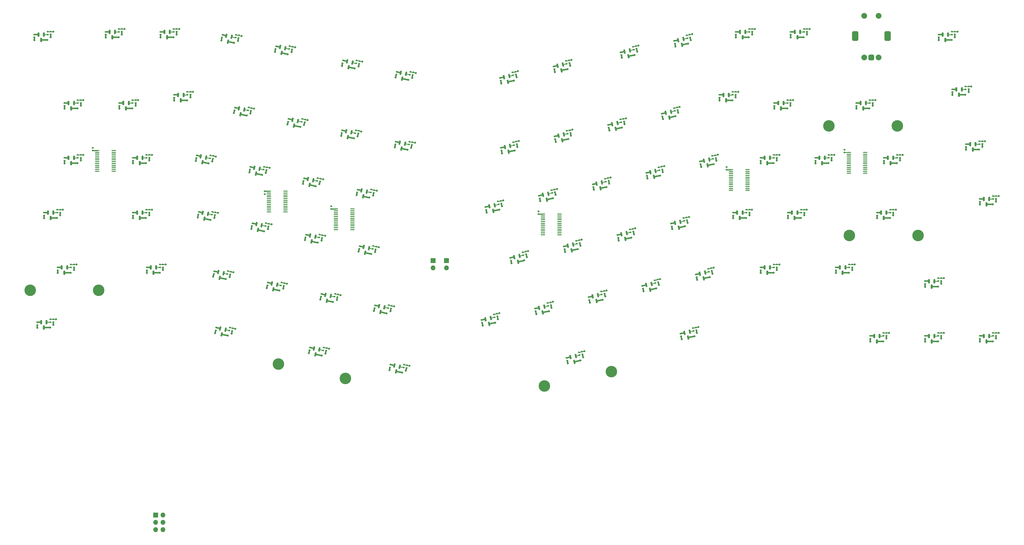
<source format=gbr>
%TF.GenerationSoftware,KiCad,Pcbnew,8.0.1*%
%TF.CreationDate,2024-04-11T15:05:29-07:00*%
%TF.ProjectId,Erebus,45726562-7573-42e6-9b69-6361645f7063,rev?*%
%TF.SameCoordinates,Original*%
%TF.FileFunction,Copper,L2,Bot*%
%TF.FilePolarity,Positive*%
%FSLAX46Y46*%
G04 Gerber Fmt 4.6, Leading zero omitted, Abs format (unit mm)*
G04 Created by KiCad (PCBNEW 8.0.1) date 2024-04-11 15:05:29*
%MOMM*%
%LPD*%
G01*
G04 APERTURE LIST*
G04 Aperture macros list*
%AMRoundRect*
0 Rectangle with rounded corners*
0 $1 Rounding radius*
0 $2 $3 $4 $5 $6 $7 $8 $9 X,Y pos of 4 corners*
0 Add a 4 corners polygon primitive as box body*
4,1,4,$2,$3,$4,$5,$6,$7,$8,$9,$2,$3,0*
0 Add four circle primitives for the rounded corners*
1,1,$1+$1,$2,$3*
1,1,$1+$1,$4,$5*
1,1,$1+$1,$6,$7*
1,1,$1+$1,$8,$9*
0 Add four rect primitives between the rounded corners*
20,1,$1+$1,$2,$3,$4,$5,0*
20,1,$1+$1,$4,$5,$6,$7,0*
20,1,$1+$1,$6,$7,$8,$9,0*
20,1,$1+$1,$8,$9,$2,$3,0*%
G04 Aperture macros list end*
%TA.AperFunction,ComponentPad*%
%ADD10C,4.000000*%
%TD*%
%TA.AperFunction,ComponentPad*%
%ADD11R,1.700000X1.700000*%
%TD*%
%TA.AperFunction,ComponentPad*%
%ADD12O,1.700000X1.700000*%
%TD*%
%TA.AperFunction,ComponentPad*%
%ADD13C,2.000000*%
%TD*%
%TA.AperFunction,ComponentPad*%
%ADD14RoundRect,0.500000X0.500000X-0.500000X0.500000X0.500000X-0.500000X0.500000X-0.500000X-0.500000X0*%
%TD*%
%TA.AperFunction,ComponentPad*%
%ADD15RoundRect,0.550000X0.550000X-1.150000X0.550000X1.150000X-0.550000X1.150000X-0.550000X-1.150000X0*%
%TD*%
%TA.AperFunction,SMDPad,CuDef*%
%ADD16RoundRect,0.140000X0.195393X-0.101596X0.137177X0.172286X-0.195393X0.101596X-0.137177X-0.172286X0*%
%TD*%
%TA.AperFunction,SMDPad,CuDef*%
%ADD17RoundRect,0.135000X-0.209025X0.093586X-0.152889X-0.170514X0.209025X-0.093586X0.152889X0.170514X0*%
%TD*%
%TA.AperFunction,SMDPad,CuDef*%
%ADD18RoundRect,0.140000X-0.170000X0.140000X-0.170000X-0.140000X0.170000X-0.140000X0.170000X0.140000X0*%
%TD*%
%TA.AperFunction,SMDPad,CuDef*%
%ADD19RoundRect,0.140000X0.170000X-0.140000X0.170000X0.140000X-0.170000X0.140000X-0.170000X-0.140000X0*%
%TD*%
%TA.AperFunction,SMDPad,CuDef*%
%ADD20RoundRect,0.140000X-0.195393X0.101596X-0.137177X-0.172286X0.195393X-0.101596X0.137177X0.172286X0*%
%TD*%
%TA.AperFunction,SMDPad,CuDef*%
%ADD21RoundRect,0.140000X-0.137177X0.172286X-0.195393X-0.101596X0.137177X-0.172286X0.195393X0.101596X0*%
%TD*%
%TA.AperFunction,SMDPad,CuDef*%
%ADD22RoundRect,0.135000X-0.185000X0.135000X-0.185000X-0.135000X0.185000X-0.135000X0.185000X0.135000X0*%
%TD*%
%TA.AperFunction,SMDPad,CuDef*%
%ADD23RoundRect,0.150000X-0.024574X0.605848X-0.268870X-0.543475X0.024574X-0.605848X0.268870X0.543475X0*%
%TD*%
%TA.AperFunction,SMDPad,CuDef*%
%ADD24RoundRect,0.150000X-0.268870X0.543475X-0.024574X-0.605848X0.268870X-0.543475X0.024574X0.605848X0*%
%TD*%
%TA.AperFunction,SMDPad,CuDef*%
%ADD25RoundRect,0.150000X-0.150000X0.587500X-0.150000X-0.587500X0.150000X-0.587500X0.150000X0.587500X0*%
%TD*%
%TA.AperFunction,SMDPad,CuDef*%
%ADD26RoundRect,0.140000X0.137177X-0.172286X0.195393X0.101596X-0.137177X0.172286X-0.195393X-0.101596X0*%
%TD*%
%TA.AperFunction,SMDPad,CuDef*%
%ADD27RoundRect,0.135000X-0.152889X0.170514X-0.209025X-0.093586X0.152889X-0.170514X0.209025X0.093586X0*%
%TD*%
%TA.AperFunction,SMDPad,CuDef*%
%ADD28RoundRect,0.100000X0.637500X0.100000X-0.637500X0.100000X-0.637500X-0.100000X0.637500X-0.100000X0*%
%TD*%
%TA.AperFunction,ViaPad*%
%ADD29C,0.700000*%
%TD*%
%TA.AperFunction,Conductor*%
%ADD30C,0.250000*%
%TD*%
%TA.AperFunction,Conductor*%
%ADD31C,0.500000*%
%TD*%
%TA.AperFunction,Conductor*%
%ADD32C,0.400000*%
%TD*%
G04 APERTURE END LIST*
D10*
%TO.P,S75,*%
%TO.N,*%
X252092558Y-202324856D03*
X228800418Y-197373958D03*
%TD*%
%TO.P,S28,*%
%TO.N,*%
X443958308Y-114526562D03*
X420145808Y-114526562D03*
%TD*%
D11*
%TO.P,JP2,1,A*%
%TO.N,+3V3*%
X287199600Y-161340800D03*
D12*
%TO.P,JP2,2,B*%
%TO.N,/BOOT0*%
X287199600Y-163880800D03*
%TD*%
D11*
%TO.P,SWD1,1,Pin_1*%
%TO.N,GND*%
X186144900Y-249824600D03*
D12*
%TO.P,SWD1,2,Pin_2*%
%TO.N,/SWO*%
X188684900Y-249824600D03*
%TO.P,SWD1,3,Pin_3*%
%TO.N,GND*%
X186144900Y-252364600D03*
%TO.P,SWD1,4,Pin_4*%
%TO.N,/SWCLK*%
X188684900Y-252364600D03*
%TO.P,SWD1,5,Pin_5*%
%TO.N,+3V3*%
X186144900Y-254904600D03*
%TO.P,SWD1,6,Pin_6*%
%TO.N,/SWDIO*%
X188684900Y-254904600D03*
%TD*%
D11*
%TO.P,JP1,1,A*%
%TO.N,GND*%
X282549600Y-161340800D03*
D12*
%TO.P,JP1,2,B*%
%TO.N,/~{RESET}*%
X282549600Y-163880800D03*
%TD*%
D10*
%TO.P,S57,*%
%TO.N,*%
X451102058Y-152626562D03*
X427289558Y-152626562D03*
%TD*%
%TO.P,S77,*%
%TO.N,*%
X344539658Y-200001864D03*
X321247518Y-204952762D03*
%TD*%
D13*
%TO.P,ENCODER1,A,A*%
%TO.N,/ENCODER_A*%
X432409558Y-90801600D03*
%TO.P,ENCODER1,B,B*%
%TO.N,/ENCODER_B*%
X437409558Y-90801600D03*
D14*
%TO.P,ENCODER1,C,C*%
%TO.N,GND*%
X434909558Y-90801600D03*
D15*
%TO.P,ENCODER1,MP*%
%TO.N,N/C*%
X429309558Y-83301600D03*
X440509558Y-83301600D03*
D13*
%TO.P,ENCODER1,S1,S1*%
%TO.N,GND*%
X437409558Y-76301600D03*
%TO.P,ENCODER1,S2,S2*%
%TO.N,/ENCODER_SW*%
X432409558Y-76301600D03*
%TD*%
D10*
%TO.P,S59,*%
%TO.N,*%
X166304558Y-171676562D03*
X142492058Y-171676562D03*
%TD*%
D16*
%TO.P,C109,1*%
%TO.N,GND*%
X328243401Y-157406639D03*
%TO.P,C109,2*%
%TO.N,+3V3*%
X328043805Y-156467617D03*
%TD*%
D17*
%TO.P,R77,1*%
%TO.N,/multiplexers/keys/KEYS_5_5*%
X372858976Y-184849635D03*
%TO.P,R77,2*%
%TO.N,Net-(SW78-VOUT)*%
X373071046Y-185847345D03*
%TD*%
D18*
%TO.P,C124,1*%
%TO.N,/multiplexers/keys/KEYS_4_0*%
X157715508Y-162745362D03*
%TO.P,C124,2*%
%TO.N,GND*%
X157715508Y-163705362D03*
%TD*%
D19*
%TO.P,C31,1*%
%TO.N,GND*%
X406870458Y-82808962D03*
%TO.P,C31,2*%
%TO.N,+3V3*%
X406870458Y-81848962D03*
%TD*%
D16*
%TO.P,C139,1*%
%TO.N,GND*%
X355496259Y-171089453D03*
%TO.P,C139,2*%
%TO.N,+3V3*%
X355296663Y-170150431D03*
%TD*%
D20*
%TO.P,C138,1*%
%TO.N,/multiplexers/keys/KEYS_4_8*%
X341966750Y-171942437D03*
%TO.P,C138,2*%
%TO.N,GND*%
X342166346Y-172881459D03*
%TD*%
D19*
%TO.P,C4,1*%
%TO.N,+3V3*%
X319227200Y-145234600D03*
%TO.P,C4,2*%
%TO.N,GND*%
X319227200Y-144274600D03*
%TD*%
D16*
%TO.P,C77,1*%
%TO.N,GND*%
X300990544Y-143723824D03*
%TO.P,C77,2*%
%TO.N,+3V3*%
X300790948Y-142784802D03*
%TD*%
D18*
%TO.P,C62,1*%
%TO.N,/multiplexers/keys/KEYS_1_13*%
X435369258Y-105595362D03*
%TO.P,C62,2*%
%TO.N,GND*%
X435369258Y-106555362D03*
%TD*%
D21*
%TO.P,C20,1*%
%TO.N,/multiplexers/keys/KEYS_0_6*%
X275658724Y-95956432D03*
%TO.P,C20,2*%
%TO.N,GND*%
X275459128Y-96895454D03*
%TD*%
D22*
%TO.P,R59,1*%
%TO.N,/multiplexers/keys/KEYS_4_0*%
X156674108Y-162743362D03*
%TO.P,R59,2*%
%TO.N,Net-(SW59-VOUT)*%
X156674108Y-163763362D03*
%TD*%
D23*
%TO.P,SW62,1,VDD*%
%TO.N,+3V3*%
X226487276Y-169327649D03*
%TO.P,SW62,2,GND*%
%TO.N,GND*%
X227026682Y-171359193D03*
%TO.P,SW62,3,VOUT*%
%TO.N,Net-(SW62-VOUT)*%
X228345756Y-169722683D03*
%TD*%
D18*
%TO.P,C38,1*%
%TO.N,/multiplexers/keys/KEYS_1_1*%
X179146758Y-105595362D03*
%TO.P,C38,2*%
%TO.N,GND*%
X179146758Y-106555362D03*
%TD*%
D24*
%TO.P,SW65,1,VDD*%
%TO.N,+3V3*%
X300739254Y-181757293D03*
%TO.P,SW65,2,GND*%
%TO.N,GND*%
X302058328Y-183393803D03*
%TO.P,SW65,3,VOUT*%
%TO.N,Net-(SW65-VOUT)*%
X302597734Y-181362259D03*
%TD*%
D20*
%TO.P,C136,1*%
%TO.N,/multiplexers/keys/KEYS_4_7*%
X323333038Y-175903155D03*
%TO.P,C136,2*%
%TO.N,GND*%
X323532634Y-176842177D03*
%TD*%
D25*
%TO.P,SW45,1,VDD*%
%TO.N,+3V3*%
X148685808Y-144724062D03*
%TO.P,SW45,2,GND*%
%TO.N,GND*%
X149635808Y-146599062D03*
%TO.P,SW45,3,VOUT*%
%TO.N,Net-(SW45-VOUT)*%
X150585808Y-144724062D03*
%TD*%
D26*
%TO.P,C133,1*%
%TO.N,GND*%
X262215577Y-177893057D03*
%TO.P,C133,2*%
%TO.N,+3V3*%
X262415173Y-176954035D03*
%TD*%
D27*
%TO.P,R63,1*%
%TO.N,/multiplexers/keys/KEYS_4_4*%
X248490590Y-172950873D03*
%TO.P,R63,2*%
%TO.N,Net-(SW63-VOUT)*%
X248278520Y-173948583D03*
%TD*%
D20*
%TO.P,C24,1*%
%TO.N,/multiplexers/keys/KEYS_0_8*%
X329792128Y-91758982D03*
%TO.P,C24,2*%
%TO.N,GND*%
X329991724Y-92698004D03*
%TD*%
D18*
%TO.P,C150,1*%
%TO.N,/multiplexers/keys/KEYS_5_0*%
X150571758Y-181795362D03*
%TO.P,C150,2*%
%TO.N,GND*%
X150571758Y-182755362D03*
%TD*%
D22*
%TO.P,R69,1*%
%TO.N,/multiplexers/keys/KEYS_4_11*%
X400990358Y-162743362D03*
%TO.P,R69,2*%
%TO.N,Net-(SW70-VOUT)*%
X400990358Y-163763362D03*
%TD*%
D25*
%TO.P,SW55,1,VDD*%
%TO.N,+3V3*%
X388239558Y-144724062D03*
%TO.P,SW55,2,GND*%
%TO.N,GND*%
X389189558Y-146599062D03*
%TO.P,SW55,3,VOUT*%
%TO.N,Net-(SW55-VOUT)*%
X390139558Y-144724062D03*
%TD*%
D21*
%TO.P,C44,1*%
%TO.N,/multiplexers/keys/KEYS_1_4*%
X238098831Y-112317316D03*
%TO.P,C44,2*%
%TO.N,GND*%
X237899235Y-113256338D03*
%TD*%
D26*
%TO.P,C151,1*%
%TO.N,GND*%
X207012152Y-185634795D03*
%TO.P,C151,2*%
%TO.N,+3V3*%
X207211748Y-184695773D03*
%TD*%
D25*
%TO.P,SW56,1,VDD*%
%TO.N,+3V3*%
X407289558Y-144724062D03*
%TO.P,SW56,2,GND*%
%TO.N,GND*%
X408239558Y-146599062D03*
%TO.P,SW56,3,VOUT*%
%TO.N,Net-(SW56-VOUT)*%
X409189558Y-144724062D03*
%TD*%
D27*
%TO.P,R35,1*%
%TO.N,/multiplexers/keys/KEYS_2_5*%
X261070453Y-136673629D03*
%TO.P,R35,2*%
%TO.N,Net-(SW35-VOUT)*%
X260858383Y-137671339D03*
%TD*%
%TO.P,R4,1*%
%TO.N,/multiplexers/keys/KEYS_0_3*%
X214080933Y-82865624D03*
%TO.P,R4,2*%
%TO.N,Net-(SW4-VOUT)*%
X213868863Y-83863334D03*
%TD*%
D24*
%TO.P,SW52,1,VDD*%
%TO.N,+3V3*%
X329387532Y-156192326D03*
%TO.P,SW52,2,GND*%
%TO.N,GND*%
X330706606Y-157828836D03*
%TO.P,SW52,3,VOUT*%
%TO.N,Net-(SW52-VOUT)*%
X331246012Y-155797292D03*
%TD*%
D17*
%TO.P,R54,1*%
%TO.N,/multiplexers/keys/KEYS_3_9*%
X369595969Y-146592032D03*
%TO.P,R54,2*%
%TO.N,Net-(SW54-VOUT)*%
X369808039Y-147589742D03*
%TD*%
D23*
%TO.P,SW74,1,VDD*%
%TO.N,+3V3*%
X208551275Y-184990822D03*
%TO.P,SW74,2,GND*%
%TO.N,GND*%
X209090681Y-187022366D03*
%TO.P,SW74,3,VOUT*%
%TO.N,Net-(SW74-VOUT)*%
X210409755Y-185385856D03*
%TD*%
D19*
%TO.P,C163,1*%
%TO.N,GND*%
X453542958Y-188536462D03*
%TO.P,C163,2*%
%TO.N,+3V3*%
X453542958Y-187576462D03*
%TD*%
D24*
%TO.P,SW39,1,VDD*%
%TO.N,+3V3*%
X358035810Y-130627358D03*
%TO.P,SW39,2,GND*%
%TO.N,GND*%
X359354884Y-132263868D03*
%TO.P,SW39,3,VOUT*%
%TO.N,Net-(SW39-VOUT)*%
X359894290Y-130232324D03*
%TD*%
D22*
%TO.P,R27,1*%
%TO.N,/multiplexers/keys/KEYS_1_12*%
X405752858Y-105593362D03*
%TO.P,R27,2*%
%TO.N,Net-(SW27-VOUT)*%
X405752858Y-106613362D03*
%TD*%
D19*
%TO.P,C91,1*%
%TO.N,GND*%
X439255458Y-126623962D03*
%TO.P,C91,2*%
%TO.N,+3V3*%
X439255458Y-125663962D03*
%TD*%
D25*
%TO.P,SW26,1,VDD*%
%TO.N,+3V3*%
X383477058Y-103766562D03*
%TO.P,SW26,2,GND*%
%TO.N,GND*%
X384427058Y-105641562D03*
%TO.P,SW26,3,VOUT*%
%TO.N,Net-(SW26-VOUT)*%
X385377058Y-103766562D03*
%TD*%
D20*
%TO.P,C82,1*%
%TO.N,/multiplexers/keys/KEYS_2_8*%
X343362171Y-132694655D03*
%TO.P,C82,2*%
%TO.N,GND*%
X343561767Y-133633677D03*
%TD*%
D22*
%TO.P,R78,1*%
%TO.N,/multiplexers/keys/KEYS_5_6*%
X439090358Y-186555862D03*
%TO.P,R78,2*%
%TO.N,Net-(SW79-VOUT)*%
X439090358Y-187575862D03*
%TD*%
D25*
%TO.P,SW58,1,VDD*%
%TO.N,+3V3*%
X473964558Y-139961562D03*
%TO.P,SW58,2,GND*%
%TO.N,GND*%
X474914558Y-141836562D03*
%TO.P,SW58,3,VOUT*%
%TO.N,Net-(SW58-VOUT)*%
X475864558Y-139961562D03*
%TD*%
D19*
%TO.P,C125,1*%
%TO.N,GND*%
X183032958Y-164723962D03*
%TO.P,C125,2*%
%TO.N,+3V3*%
X183032958Y-163763962D03*
%TD*%
%TO.P,C123,1*%
%TO.N,GND*%
X152076708Y-164723962D03*
%TO.P,C123,2*%
%TO.N,+3V3*%
X152076708Y-163763962D03*
%TD*%
%TO.P,C11,1*%
%TO.N,GND*%
X187795458Y-82808962D03*
%TO.P,C11,2*%
%TO.N,+3V3*%
X187795458Y-81848962D03*
%TD*%
D27*
%TO.P,R34,1*%
%TO.N,/multiplexers/keys/KEYS_2_4*%
X242436742Y-132712911D03*
%TO.P,R34,2*%
%TO.N,Net-(SW34-VOUT)*%
X242224672Y-133710621D03*
%TD*%
D19*
%TO.P,C59,1*%
%TO.N,GND*%
X401155458Y-107573962D03*
%TO.P,C59,2*%
%TO.N,+3V3*%
X401155458Y-106613962D03*
%TD*%
D21*
%TO.P,C14,1*%
%TO.N,/multiplexers/keys/KEYS_0_3*%
X215099161Y-83084099D03*
%TO.P,C14,2*%
%TO.N,GND*%
X214899565Y-84023121D03*
%TD*%
D18*
%TO.P,C34,1*%
%TO.N,/multiplexers/keys/KEYS_1_0*%
X160096758Y-105595362D03*
%TO.P,C34,2*%
%TO.N,GND*%
X160096758Y-106555362D03*
%TD*%
D16*
%TO.P,C141,1*%
%TO.N,GND*%
X374129971Y-167128736D03*
%TO.P,C141,2*%
%TO.N,+3V3*%
X373930375Y-166189714D03*
%TD*%
D21*
%TO.P,C152,1*%
%TO.N,/multiplexers/keys/KEYS_5_1*%
X212939105Y-184871804D03*
%TO.P,C152,2*%
%TO.N,GND*%
X212739509Y-185810826D03*
%TD*%
D24*
%TO.P,SW9,1,VDD*%
%TO.N,+3V3*%
X325832056Y-93652403D03*
%TO.P,SW9,2,GND*%
%TO.N,GND*%
X327151130Y-95288913D03*
%TO.P,SW9,3,VOUT*%
%TO.N,Net-(SW9-VOUT)*%
X327690536Y-93257369D03*
%TD*%
D27*
%TO.P,R5,1*%
%TO.N,/multiplexers/keys/KEYS_0_4*%
X232714645Y-86826342D03*
%TO.P,R5,2*%
%TO.N,Net-(SW5-VOUT)*%
X232502575Y-87824052D03*
%TD*%
D25*
%TO.P,SW80,1,VDD*%
%TO.N,+3V3*%
X454914558Y-187586562D03*
%TO.P,SW80,2,GND*%
%TO.N,GND*%
X455864558Y-189461562D03*
%TO.P,SW80,3,VOUT*%
%TO.N,Net-(SW80-VOUT)*%
X456814558Y-187586562D03*
%TD*%
D27*
%TO.P,R62,1*%
%TO.N,/multiplexers/keys/KEYS_4_3*%
X229856878Y-168990156D03*
%TO.P,R62,2*%
%TO.N,Net-(SW62-VOUT)*%
X229644808Y-169987866D03*
%TD*%
D18*
%TO.P,C40,1*%
%TO.N,/multiplexers/keys/KEYS_1_2*%
X198196758Y-102737862D03*
%TO.P,C40,2*%
%TO.N,GND*%
X198196758Y-103697862D03*
%TD*%
D17*
%TO.P,R76,1*%
%TO.N,/multiplexers/keys/KEYS_5_4*%
X333262339Y-193266160D03*
%TO.P,R76,2*%
%TO.N,Net-(SW77-VOUT)*%
X333474409Y-194263870D03*
%TD*%
D27*
%TO.P,R33,1*%
%TO.N,/multiplexers/keys/KEYS_2_3*%
X223803030Y-128752194D03*
%TO.P,R33,2*%
%TO.N,Net-(SW33-VOUT)*%
X223590960Y-129749904D03*
%TD*%
D23*
%TO.P,SW76,1,VDD*%
%TO.N,+3V3*%
X269110838Y-197863155D03*
%TO.P,SW76,2,GND*%
%TO.N,GND*%
X269650244Y-199894699D03*
%TO.P,SW76,3,VOUT*%
%TO.N,Net-(SW76-VOUT)*%
X270969318Y-198258189D03*
%TD*%
D16*
%TO.P,C113,1*%
%TO.N,GND*%
X365510825Y-149485203D03*
%TO.P,C113,2*%
%TO.N,+3V3*%
X365311229Y-148546181D03*
%TD*%
D17*
%TO.P,R8,1*%
%TO.N,/multiplexers/keys/KEYS_0_7*%
X310139357Y-95934263D03*
%TO.P,R8,2*%
%TO.N,Net-(SW8-VOUT)*%
X310351427Y-96931973D03*
%TD*%
D23*
%TO.P,SW63,1,VDD*%
%TO.N,+3V3*%
X245120988Y-173288366D03*
%TO.P,SW63,2,GND*%
%TO.N,GND*%
X245660394Y-175319910D03*
%TO.P,SW63,3,VOUT*%
%TO.N,Net-(SW63-VOUT)*%
X246979468Y-173683400D03*
%TD*%
D16*
%TO.P,C85,1*%
%TO.N,GND*%
X375525391Y-127880953D03*
%TO.P,C85,2*%
%TO.N,+3V3*%
X375325795Y-126941931D03*
%TD*%
D27*
%TO.P,R20,1*%
%TO.N,/multiplexers/keys/KEYS_1_5*%
X255714315Y-116059558D03*
%TO.P,R20,2*%
%TO.N,Net-(SW20-VOUT)*%
X255502245Y-117057268D03*
%TD*%
D17*
%TO.P,R65,1*%
%TO.N,/multiplexers/keys/KEYS_4_7*%
X322313979Y-176117718D03*
%TO.P,R65,2*%
%TO.N,Net-(SW66-VOUT)*%
X322526049Y-177115428D03*
%TD*%
D27*
%TO.P,R64,1*%
%TO.N,/multiplexers/keys/KEYS_4_5*%
X267124302Y-176911591D03*
%TO.P,R64,2*%
%TO.N,Net-(SW64-VOUT)*%
X266912232Y-177909301D03*
%TD*%
D17*
%TO.P,R39,1*%
%TO.N,/multiplexers/keys/KEYS_2_9*%
X360976823Y-128948500D03*
%TO.P,R39,2*%
%TO.N,Net-(SW39-VOUT)*%
X361188893Y-129946210D03*
%TD*%
D23*
%TO.P,SW75,1,VDD*%
%TO.N,+3V3*%
X241160270Y-191922078D03*
%TO.P,SW75,2,GND*%
%TO.N,GND*%
X241699676Y-193953622D03*
%TO.P,SW75,3,VOUT*%
%TO.N,Net-(SW75-VOUT)*%
X243018750Y-192317112D03*
%TD*%
D26*
%TO.P,C69,1*%
%TO.N,GND*%
X200260593Y-125772942D03*
%TO.P,C69,2*%
%TO.N,+3V3*%
X200460189Y-124833920D03*
%TD*%
D28*
%TO.P,U5,1,COM*%
%TO.N,/ADC1_IN6*%
X326458500Y-145218200D03*
%TO.P,U5,2,I7*%
%TO.N,/multiplexers/keys/KEYS_3_6*%
X326458500Y-145868200D03*
%TO.P,U5,3,I6*%
%TO.N,/multiplexers/keys/KEYS_2_8*%
X326458500Y-146518200D03*
%TO.P,U5,4,I5*%
%TO.N,/multiplexers/keys/KEYS_2_7*%
X326458500Y-147168200D03*
%TO.P,U5,5,I4*%
%TO.N,/multiplexers/keys/KEYS_2_6*%
X326458500Y-147818200D03*
%TO.P,U5,6,I3*%
%TO.N,/multiplexers/keys/KEYS_1_8*%
X326458500Y-148468200D03*
%TO.P,U5,7,I2*%
%TO.N,/multiplexers/keys/KEYS_1_7*%
X326458500Y-149118200D03*
%TO.P,U5,8,I1*%
%TO.N,/multiplexers/keys/KEYS_0_8*%
X326458500Y-149768200D03*
%TO.P,U5,9,I0*%
%TO.N,/multiplexers/keys/KEYS_0_7*%
X326458500Y-150418200D03*
%TO.P,U5,10,S0*%
%TO.N,/S0*%
X326458500Y-151068200D03*
%TO.P,U5,11,S1*%
%TO.N,/S1*%
X326458500Y-151718200D03*
%TO.P,U5,12,GND*%
%TO.N,GND*%
X326458500Y-152368200D03*
%TO.P,U5,13,S3*%
%TO.N,/S3*%
X320733500Y-152368200D03*
%TO.P,U5,14,S2*%
%TO.N,/S2*%
X320733500Y-151718200D03*
%TO.P,U5,15,~{E}*%
%TO.N,GND*%
X320733500Y-151068200D03*
%TO.P,U5,16,I15*%
%TO.N,unconnected-(U5-I15-Pad16)*%
X320733500Y-150418200D03*
%TO.P,U5,17,I14*%
%TO.N,unconnected-(U5-I14-Pad17)*%
X320733500Y-149768200D03*
%TO.P,U5,18,I13*%
%TO.N,/multiplexers/keys/KEYS_5_4*%
X320733500Y-149118200D03*
%TO.P,U5,19,I12*%
%TO.N,/multiplexers/keys/KEYS_4_8*%
X320733500Y-148468200D03*
%TO.P,U5,20,I11*%
%TO.N,/multiplexers/keys/KEYS_4_7*%
X320733500Y-147818200D03*
%TO.P,U5,21,I10*%
%TO.N,/multiplexers/keys/KEYS_4_6*%
X320733500Y-147168200D03*
%TO.P,U5,22,I9*%
%TO.N,/multiplexers/keys/KEYS_3_8*%
X320733500Y-146518200D03*
%TO.P,U5,23,I8*%
%TO.N,/multiplexers/keys/KEYS_3_7*%
X320733500Y-145868200D03*
%TO.P,U5,24,VCC*%
%TO.N,+3V3*%
X320733500Y-145218200D03*
%TD*%
D27*
%TO.P,R19,1*%
%TO.N,/multiplexers/keys/KEYS_1_4*%
X237080603Y-112098841D03*
%TO.P,R19,2*%
%TO.N,Net-(SW19-VOUT)*%
X236868533Y-113096551D03*
%TD*%
D19*
%TO.P,C37,1*%
%TO.N,GND*%
X173507958Y-107573962D03*
%TO.P,C37,2*%
%TO.N,+3V3*%
X173507958Y-106613962D03*
%TD*%
D25*
%TO.P,SW79,1,VDD*%
%TO.N,+3V3*%
X435864558Y-187586562D03*
%TO.P,SW79,2,GND*%
%TO.N,GND*%
X436814558Y-189461562D03*
%TO.P,SW79,3,VOUT*%
%TO.N,Net-(SW79-VOUT)*%
X437764558Y-187586562D03*
%TD*%
D22*
%TO.P,R42,1*%
%TO.N,/multiplexers/keys/KEYS_2_12*%
X420040358Y-124643362D03*
%TO.P,R42,2*%
%TO.N,Net-(SW42-VOUT)*%
X420040358Y-125663362D03*
%TD*%
D18*
%TO.P,C30,1*%
%TO.N,/multiplexers/keys/KEYS_0_11*%
X393459258Y-80830362D03*
%TO.P,C30,2*%
%TO.N,GND*%
X393459258Y-81790362D03*
%TD*%
D20*
%TO.P,C54,1*%
%TO.N,/multiplexers/keys/KEYS_1_9*%
X348718309Y-112080584D03*
%TO.P,C54,2*%
%TO.N,GND*%
X348917905Y-113019606D03*
%TD*%
D24*
%TO.P,SW51,1,VDD*%
%TO.N,+3V3*%
X310753821Y-160153043D03*
%TO.P,SW51,2,GND*%
%TO.N,GND*%
X312072895Y-161789553D03*
%TO.P,SW51,3,VOUT*%
%TO.N,Net-(SW51-VOUT)*%
X312612301Y-159758009D03*
%TD*%
D27*
%TO.P,R61,1*%
%TO.N,/multiplexers/keys/KEYS_4_2*%
X211223166Y-165029438D03*
%TO.P,R61,2*%
%TO.N,Net-(SW61-VOUT)*%
X211011096Y-166027148D03*
%TD*%
D23*
%TO.P,SW7,1,VDD*%
%TO.N,+3V3*%
X271270894Y-96075450D03*
%TO.P,SW7,2,GND*%
%TO.N,GND*%
X271810300Y-98106994D03*
%TO.P,SW7,3,VOUT*%
%TO.N,Net-(SW7-VOUT)*%
X273129374Y-96470484D03*
%TD*%
D27*
%TO.P,R75,1*%
%TO.N,/multiplexers/keys/KEYS_5_3*%
X272480440Y-197525662D03*
%TO.P,R75,2*%
%TO.N,Net-(SW76-VOUT)*%
X272268370Y-198523372D03*
%TD*%
D23*
%TO.P,SW64,1,VDD*%
%TO.N,+3V3*%
X263754700Y-177249084D03*
%TO.P,SW64,2,GND*%
%TO.N,GND*%
X264294106Y-179280628D03*
%TO.P,SW64,3,VOUT*%
%TO.N,Net-(SW64-VOUT)*%
X265613180Y-177644118D03*
%TD*%
D20*
%TO.P,C114,1*%
%TO.N,/multiplexers/keys/KEYS_3_9*%
X370615028Y-146377469D03*
%TO.P,C114,2*%
%TO.N,GND*%
X370814624Y-147316491D03*
%TD*%
D22*
%TO.P,R70,1*%
%TO.N,/multiplexers/keys/KEYS_4_12*%
X427184108Y-162743362D03*
%TO.P,R70,2*%
%TO.N,Net-(SW71-VOUT)*%
X427184108Y-163763362D03*
%TD*%
D28*
%TO.P,U2,1,COM*%
%TO.N,/ADC1_IN4*%
X231233900Y-137268000D03*
%TO.P,U2,2,I7*%
%TO.N,/multiplexers/keys/KEYS_3_3*%
X231233900Y-137918000D03*
%TO.P,U2,3,I6*%
%TO.N,/multiplexers/keys/KEYS_3_2*%
X231233900Y-138568000D03*
%TO.P,U2,4,I5*%
%TO.N,/multiplexers/keys/KEYS_2_3*%
X231233900Y-139218000D03*
%TO.P,U2,5,I4*%
%TO.N,/multiplexers/keys/KEYS_2_2*%
X231233900Y-139868000D03*
%TO.P,U2,6,I3*%
%TO.N,/multiplexers/keys/KEYS_1_4*%
X231233900Y-140518000D03*
%TO.P,U2,7,I2*%
%TO.N,/multiplexers/keys/KEYS_1_3*%
X231233900Y-141168000D03*
%TO.P,U2,8,I1*%
%TO.N,/multiplexers/keys/KEYS_0_4*%
X231233900Y-141818000D03*
%TO.P,U2,9,I0*%
%TO.N,/multiplexers/keys/KEYS_0_3*%
X231233900Y-142468000D03*
%TO.P,U2,10,S0*%
%TO.N,/S0*%
X231233900Y-143118000D03*
%TO.P,U2,11,S1*%
%TO.N,/S1*%
X231233900Y-143768000D03*
%TO.P,U2,12,GND*%
%TO.N,GND*%
X231233900Y-144418000D03*
%TO.P,U2,13,S3*%
%TO.N,/S3*%
X225508900Y-144418000D03*
%TO.P,U2,14,S2*%
%TO.N,/S2*%
X225508900Y-143768000D03*
%TO.P,U2,15,~{E}*%
%TO.N,GND*%
X225508900Y-143118000D03*
%TO.P,U2,16,I15*%
%TO.N,unconnected-(U2-I15-Pad16)*%
X225508900Y-142468000D03*
%TO.P,U2,17,I14*%
%TO.N,unconnected-(U2-I14-Pad17)*%
X225508900Y-141818000D03*
%TO.P,U2,18,I13*%
%TO.N,unconnected-(U2-I13-Pad18)*%
X225508900Y-141168000D03*
%TO.P,U2,19,I12*%
%TO.N,unconnected-(U2-I12-Pad19)*%
X225508900Y-140518000D03*
%TO.P,U2,20,I11*%
%TO.N,/multiplexers/keys/KEYS_5_2*%
X225508900Y-139868000D03*
%TO.P,U2,21,I10*%
%TO.N,/multiplexers/keys/KEYS_5_1*%
X225508900Y-139218000D03*
%TO.P,U2,22,I9*%
%TO.N,/multiplexers/keys/KEYS_4_3*%
X225508900Y-138568000D03*
%TO.P,U2,23,I8*%
%TO.N,/multiplexers/keys/KEYS_4_2*%
X225508900Y-137918000D03*
%TO.P,U2,24,VCC*%
%TO.N,+3V3*%
X225508900Y-137268000D03*
%TD*%
D22*
%TO.P,R45,1*%
%TO.N,/multiplexers/keys/KEYS_3_0*%
X151911608Y-143693362D03*
%TO.P,R45,2*%
%TO.N,Net-(SW45-VOUT)*%
X151911608Y-144713362D03*
%TD*%
D20*
%TO.P,C168,1*%
%TO.N,/multiplexers/keys/KEYS_4_6*%
X304699326Y-179863872D03*
%TO.P,C168,2*%
%TO.N,GND*%
X304898922Y-180802894D03*
%TD*%
D21*
%TO.P,C156,1*%
%TO.N,/multiplexers/keys/KEYS_5_3*%
X273498668Y-197744137D03*
%TO.P,C156,2*%
%TO.N,GND*%
X273299072Y-198683159D03*
%TD*%
D28*
%TO.P,U7,1,COM*%
%TO.N,/ADC1_IN8*%
X432775200Y-123795000D03*
%TO.P,U7,2,I7*%
%TO.N,/multiplexers/keys/KEYS_3_11*%
X432775200Y-124445000D03*
%TO.P,U7,3,I6*%
%TO.N,/multiplexers/keys/KEYS_2_14*%
X432775200Y-125095000D03*
%TO.P,U7,4,I5*%
%TO.N,/multiplexers/keys/KEYS_2_13*%
X432775200Y-125745000D03*
%TO.P,U7,5,I4*%
%TO.N,/multiplexers/keys/KEYS_2_12*%
X432775200Y-126395000D03*
%TO.P,U7,6,I3*%
%TO.N,/multiplexers/keys/KEYS_1_14*%
X432775200Y-127045000D03*
%TO.P,U7,7,I2*%
%TO.N,/multiplexers/keys/KEYS_1_13*%
X432775200Y-127695000D03*
%TO.P,U7,8,I1*%
%TO.N,/multiplexers/keys/KEYS_0_13*%
X432775200Y-128345000D03*
%TO.P,U7,9,I0*%
%TO.N,/multiplexers/keys/KEYS_0_12*%
X432775200Y-128995000D03*
%TO.P,U7,10,S0*%
%TO.N,/S0*%
X432775200Y-129645000D03*
%TO.P,U7,11,S1*%
%TO.N,/S1*%
X432775200Y-130295000D03*
%TO.P,U7,12,GND*%
%TO.N,GND*%
X432775200Y-130945000D03*
%TO.P,U7,13,S3*%
%TO.N,/S3*%
X427050200Y-130945000D03*
%TO.P,U7,14,S2*%
%TO.N,/S2*%
X427050200Y-130295000D03*
%TO.P,U7,15,~{E}*%
%TO.N,GND*%
X427050200Y-129645000D03*
%TO.P,U7,16,I15*%
%TO.N,unconnected-(U7-I15-Pad16)*%
X427050200Y-128995000D03*
%TO.P,U7,17,I14*%
%TO.N,/multiplexers/keys/KEYS_5_8*%
X427050200Y-128345000D03*
%TO.P,U7,18,I13*%
%TO.N,/multiplexers/keys/KEYS_5_7*%
X427050200Y-127695000D03*
%TO.P,U7,19,I12*%
%TO.N,/multiplexers/keys/KEYS_5_6*%
X427050200Y-127045000D03*
%TO.P,U7,20,I11*%
%TO.N,/multiplexers/keys/KEYS_4_13*%
X427050200Y-126395000D03*
%TO.P,U7,21,I10*%
%TO.N,/multiplexers/keys/KEYS_4_12*%
X427050200Y-125745000D03*
%TO.P,U7,22,I9*%
%TO.N,/multiplexers/keys/KEYS_3_13*%
X427050200Y-125095000D03*
%TO.P,U7,23,I8*%
%TO.N,/multiplexers/keys/KEYS_3_12*%
X427050200Y-124445000D03*
%TO.P,U7,24,VCC*%
%TO.N,+3V3*%
X427050200Y-123795000D03*
%TD*%
D17*
%TO.P,R25,1*%
%TO.N,/multiplexers/keys/KEYS_1_10*%
X366332962Y-108334429D03*
%TO.P,R25,2*%
%TO.N,Net-(SW25-VOUT)*%
X366545032Y-109332139D03*
%TD*%
%TO.P,R10,1*%
%TO.N,/multiplexers/keys/KEYS_0_9*%
X352065208Y-87022648D03*
%TO.P,R10,2*%
%TO.N,Net-(SW10-VOUT)*%
X352277278Y-88020358D03*
%TD*%
D16*
%TO.P,C135,1*%
%TO.N,GND*%
X318228835Y-179010889D03*
%TO.P,C135,2*%
%TO.N,+3V3*%
X318029239Y-178071867D03*
%TD*%
D18*
%TO.P,C58,1*%
%TO.N,/multiplexers/keys/KEYS_1_11*%
X387744258Y-102737862D03*
%TO.P,C58,2*%
%TO.N,GND*%
X387744258Y-103697862D03*
%TD*%
D23*
%TO.P,SW19,1,VDD*%
%TO.N,+3V3*%
X233711001Y-112436334D03*
%TO.P,SW19,2,GND*%
%TO.N,GND*%
X234250407Y-114467878D03*
%TO.P,SW19,3,VOUT*%
%TO.N,Net-(SW19-VOUT)*%
X235569481Y-112831368D03*
%TD*%
D22*
%TO.P,R17,1*%
%TO.N,/multiplexers/keys/KEYS_1_2*%
X197155358Y-102735862D03*
%TO.P,R17,2*%
%TO.N,Net-(SW17-VOUT)*%
X197155358Y-103755862D03*
%TD*%
D27*
%TO.P,R74,1*%
%TO.N,/multiplexers/keys/KEYS_5_2*%
X244529872Y-191584585D03*
%TO.P,R74,2*%
%TO.N,Net-(SW75-VOUT)*%
X244317802Y-192582295D03*
%TD*%
D20*
%TO.P,C110,1*%
%TO.N,/multiplexers/keys/KEYS_3_7*%
X333347604Y-154298905D03*
%TO.P,C110,2*%
%TO.N,GND*%
X333547200Y-155237927D03*
%TD*%
D25*
%TO.P,SW46,1,VDD*%
%TO.N,+3V3*%
X179642058Y-144724062D03*
%TO.P,SW46,2,GND*%
%TO.N,GND*%
X180592058Y-146599062D03*
%TO.P,SW46,3,VOUT*%
%TO.N,Net-(SW46-VOUT)*%
X181542058Y-144724062D03*
%TD*%
D21*
%TO.P,C16,1*%
%TO.N,/multiplexers/keys/KEYS_0_4*%
X233732873Y-87044817D03*
%TO.P,C16,2*%
%TO.N,GND*%
X233533277Y-87983839D03*
%TD*%
D25*
%TO.P,SW3,1,VDD*%
%TO.N,+3V3*%
X189167058Y-81859062D03*
%TO.P,SW3,2,GND*%
%TO.N,GND*%
X190117058Y-83734062D03*
%TO.P,SW3,3,VOUT*%
%TO.N,Net-(SW3-VOUT)*%
X191067058Y-81859062D03*
%TD*%
D24*
%TO.P,SW23,1,VDD*%
%TO.N,+3V3*%
X326124525Y-117934723D03*
%TO.P,SW23,2,GND*%
%TO.N,GND*%
X327443599Y-119571233D03*
%TO.P,SW23,3,VOUT*%
%TO.N,Net-(SW23-VOUT)*%
X327983005Y-117539689D03*
%TD*%
D22*
%TO.P,R2,1*%
%TO.N,/multiplexers/keys/KEYS_0_1*%
X173342858Y-80828362D03*
%TO.P,R2,2*%
%TO.N,Net-(SW2-VOUT)*%
X173342858Y-81848362D03*
%TD*%
D23*
%TO.P,SW6,1,VDD*%
%TO.N,+3V3*%
X252637182Y-92114732D03*
%TO.P,SW6,2,GND*%
%TO.N,GND*%
X253176588Y-94146276D03*
%TO.P,SW6,3,VOUT*%
%TO.N,Net-(SW6-VOUT)*%
X254495662Y-92509766D03*
%TD*%
D28*
%TO.P,U3,1,COM*%
%TO.N,/ADC1_IN3*%
X171551600Y-123113800D03*
%TO.P,U3,2,I7*%
%TO.N,/multiplexers/keys/KEYS_2_1*%
X171551600Y-123763800D03*
%TO.P,U3,3,I6*%
%TO.N,/multiplexers/keys/KEYS_2_0*%
X171551600Y-124413800D03*
%TO.P,U3,4,I5*%
%TO.N,/multiplexers/keys/KEYS_1_2*%
X171551600Y-125063800D03*
%TO.P,U3,5,I4*%
%TO.N,/multiplexers/keys/KEYS_1_1*%
X171551600Y-125713800D03*
%TO.P,U3,6,I3*%
%TO.N,/multiplexers/keys/KEYS_1_0*%
X171551600Y-126363800D03*
%TO.P,U3,7,I2*%
%TO.N,/multiplexers/keys/KEYS_0_2*%
X171551600Y-127013800D03*
%TO.P,U3,8,I1*%
%TO.N,/multiplexers/keys/KEYS_0_1*%
X171551600Y-127663800D03*
%TO.P,U3,9,I0*%
%TO.N,/multiplexers/keys/KEYS_0_0*%
X171551600Y-128313800D03*
%TO.P,U3,10,S0*%
%TO.N,/S0*%
X171551600Y-128963800D03*
%TO.P,U3,11,S1*%
%TO.N,/S1*%
X171551600Y-129613800D03*
%TO.P,U3,12,GND*%
%TO.N,GND*%
X171551600Y-130263800D03*
%TO.P,U3,13,S3*%
%TO.N,/S3*%
X165826600Y-130263800D03*
%TO.P,U3,14,S2*%
%TO.N,/S2*%
X165826600Y-129613800D03*
%TO.P,U3,15,~{E}*%
%TO.N,GND*%
X165826600Y-128963800D03*
%TO.P,U3,16,I15*%
%TO.N,unconnected-(U3-I15-Pad16)*%
X165826600Y-128313800D03*
%TO.P,U3,17,I14*%
%TO.N,unconnected-(U3-I14-Pad17)*%
X165826600Y-127663800D03*
%TO.P,U3,18,I13*%
%TO.N,unconnected-(U3-I13-Pad18)*%
X165826600Y-127013800D03*
%TO.P,U3,19,I12*%
%TO.N,/multiplexers/keys/KEYS_5_0*%
X165826600Y-126363800D03*
%TO.P,U3,20,I11*%
%TO.N,/multiplexers/keys/KEYS_4_1*%
X165826600Y-125713800D03*
%TO.P,U3,21,I10*%
%TO.N,/multiplexers/keys/KEYS_4_0*%
X165826600Y-125063800D03*
%TO.P,U3,22,I9*%
%TO.N,/multiplexers/keys/KEYS_3_1*%
X165826600Y-124413800D03*
%TO.P,U3,23,I8*%
%TO.N,/multiplexers/keys/KEYS_3_0*%
X165826600Y-123763800D03*
%TO.P,U3,24,VCC*%
%TO.N,+3V3*%
X165826600Y-123113800D03*
%TD*%
D25*
%TO.P,SW73,1,VDD*%
%TO.N,+3V3*%
X146304558Y-182824062D03*
%TO.P,SW73,2,GND*%
%TO.N,GND*%
X147254558Y-184699062D03*
%TO.P,SW73,3,VOUT*%
%TO.N,Net-(SW73-VOUT)*%
X148204558Y-182824062D03*
%TD*%
D22*
%TO.P,R1,1*%
%TO.N,/multiplexers/keys/KEYS_0_0*%
X148577858Y-81780862D03*
%TO.P,R1,2*%
%TO.N,Net-(SW1-VOUT)*%
X148577858Y-82800862D03*
%TD*%
D19*
%TO.P,C9,1*%
%TO.N,GND*%
X168745458Y-82808962D03*
%TO.P,C9,2*%
%TO.N,+3V3*%
X168745458Y-81848962D03*
%TD*%
D24*
%TO.P,SW11,1,VDD*%
%TO.N,+3V3*%
X367757907Y-84740789D03*
%TO.P,SW11,2,GND*%
%TO.N,GND*%
X369076981Y-86377299D03*
%TO.P,SW11,3,VOUT*%
%TO.N,Net-(SW11-VOUT)*%
X369616387Y-84345755D03*
%TD*%
D26*
%TO.P,C41,1*%
%TO.N,GND*%
X213538167Y-109119589D03*
%TO.P,C41,2*%
%TO.N,+3V3*%
X213737763Y-108180567D03*
%TD*%
D21*
%TO.P,C42,1*%
%TO.N,/multiplexers/keys/KEYS_1_3*%
X219465120Y-108356598D03*
%TO.P,C42,2*%
%TO.N,GND*%
X219265524Y-109295620D03*
%TD*%
D23*
%TO.P,SW47,1,VDD*%
%TO.N,+3V3*%
X202497426Y-144752860D03*
%TO.P,SW47,2,GND*%
%TO.N,GND*%
X203036832Y-146784404D03*
%TO.P,SW47,3,VOUT*%
%TO.N,Net-(SW47-VOUT)*%
X204355906Y-145147894D03*
%TD*%
D17*
%TO.P,R52,1*%
%TO.N,/multiplexers/keys/KEYS_3_7*%
X332328545Y-154513468D03*
%TO.P,R52,2*%
%TO.N,Net-(SW52-VOUT)*%
X332540615Y-155511178D03*
%TD*%
D21*
%TO.P,C132,1*%
%TO.N,/multiplexers/keys/KEYS_4_4*%
X249508818Y-173169348D03*
%TO.P,C132,2*%
%TO.N,GND*%
X249309222Y-174108370D03*
%TD*%
D23*
%TO.P,SW35,1,VDD*%
%TO.N,+3V3*%
X257700851Y-137011122D03*
%TO.P,SW35,2,GND*%
%TO.N,GND*%
X258240257Y-139042666D03*
%TO.P,SW35,3,VOUT*%
%TO.N,Net-(SW35-VOUT)*%
X259559331Y-137406156D03*
%TD*%
D26*
%TO.P,C105,1*%
%TO.N,GND*%
X256859439Y-157278986D03*
%TO.P,C105,2*%
%TO.N,+3V3*%
X257059035Y-156339964D03*
%TD*%
D23*
%TO.P,SW5,1,VDD*%
%TO.N,+3V3*%
X229345043Y-87163835D03*
%TO.P,SW5,2,GND*%
%TO.N,GND*%
X229884449Y-89195379D03*
%TO.P,SW5,3,VOUT*%
%TO.N,Net-(SW5-VOUT)*%
X231203523Y-87558869D03*
%TD*%
D26*
%TO.P,C47,1*%
%TO.N,GND*%
X269439302Y-121001742D03*
%TO.P,C47,2*%
%TO.N,+3V3*%
X269638898Y-120062720D03*
%TD*%
D19*
%TO.P,C39,1*%
%TO.N,GND*%
X192557958Y-104716462D03*
%TO.P,C39,2*%
%TO.N,+3V3*%
X192557958Y-103756462D03*
%TD*%
D21*
%TO.P,C70,1*%
%TO.N,/multiplexers/keys/KEYS_2_2*%
X206187546Y-125009951D03*
%TO.P,C70,2*%
%TO.N,GND*%
X205987950Y-125948973D03*
%TD*%
D18*
%TO.P,C122,1*%
%TO.N,/multiplexers/keys/KEYS_3_13*%
X478231758Y-138932862D03*
%TO.P,C122,2*%
%TO.N,GND*%
X478231758Y-139892862D03*
%TD*%
D19*
%TO.P,C165,1*%
%TO.N,GND*%
X472592958Y-188536462D03*
%TO.P,C165,2*%
%TO.N,+3V3*%
X472592958Y-187576462D03*
%TD*%
%TO.P,C95,1*%
%TO.N,GND*%
X147314208Y-145673962D03*
%TO.P,C95,2*%
%TO.N,+3V3*%
X147314208Y-144713962D03*
%TD*%
D26*
%TO.P,C43,1*%
%TO.N,GND*%
X232171878Y-113080307D03*
%TO.P,C43,2*%
%TO.N,+3V3*%
X232371474Y-112141285D03*
%TD*%
D25*
%TO.P,SW72,1,VDD*%
%TO.N,+3V3*%
X454914558Y-168536562D03*
%TO.P,SW72,2,GND*%
%TO.N,GND*%
X455864558Y-170411562D03*
%TO.P,SW72,3,VOUT*%
%TO.N,Net-(SW72-VOUT)*%
X456814558Y-168536562D03*
%TD*%
D21*
%TO.P,C154,1*%
%TO.N,/multiplexers/keys/KEYS_5_2*%
X245548100Y-191803060D03*
%TO.P,C154,2*%
%TO.N,GND*%
X245348504Y-192742082D03*
%TD*%
D17*
%TO.P,R51,1*%
%TO.N,/multiplexers/keys/KEYS_3_6*%
X313694834Y-158474185D03*
%TO.P,R51,2*%
%TO.N,Net-(SW51-VOUT)*%
X313906904Y-159471895D03*
%TD*%
%TO.P,R9,1*%
%TO.N,/multiplexers/keys/KEYS_0_8*%
X328773069Y-91973545D03*
%TO.P,R9,2*%
%TO.N,Net-(SW9-VOUT)*%
X328985139Y-92971255D03*
%TD*%
D16*
%TO.P,C25,1*%
%TO.N,GND*%
X347980064Y-89915819D03*
%TO.P,C25,2*%
%TO.N,+3V3*%
X347780468Y-88976797D03*
%TD*%
D25*
%TO.P,SW17,1,VDD*%
%TO.N,+3V3*%
X193929558Y-103766562D03*
%TO.P,SW17,2,GND*%
%TO.N,GND*%
X194879558Y-105641562D03*
%TO.P,SW17,3,VOUT*%
%TO.N,Net-(SW17-VOUT)*%
X195829558Y-103766562D03*
%TD*%
D21*
%TO.P,C72,1*%
%TO.N,/multiplexers/keys/KEYS_2_3*%
X224821258Y-128970669D03*
%TO.P,C72,2*%
%TO.N,GND*%
X224621662Y-129909691D03*
%TD*%
D26*
%TO.P,C45,1*%
%TO.N,GND*%
X250805590Y-117041024D03*
%TO.P,C45,2*%
%TO.N,+3V3*%
X251005186Y-116102002D03*
%TD*%
D19*
%TO.P,C29,1*%
%TO.N,GND*%
X387820458Y-82808962D03*
%TO.P,C29,2*%
%TO.N,+3V3*%
X387820458Y-81848962D03*
%TD*%
D22*
%TO.P,R12,1*%
%TO.N,/multiplexers/keys/KEYS_0_11*%
X392417858Y-80828362D03*
%TO.P,R12,2*%
%TO.N,Net-(SW12-VOUT)*%
X392417858Y-81848362D03*
%TD*%
D18*
%TO.P,C116,1*%
%TO.N,/multiplexers/keys/KEYS_3_10*%
X392506758Y-143695362D03*
%TO.P,C116,2*%
%TO.N,GND*%
X392506758Y-144655362D03*
%TD*%
D22*
%TO.P,R41,1*%
%TO.N,/multiplexers/keys/KEYS_2_11*%
X400990358Y-124643362D03*
%TO.P,R41,2*%
%TO.N,Net-(SW41-VOUT)*%
X400990358Y-125663362D03*
%TD*%
D19*
%TO.P,C61,1*%
%TO.N,GND*%
X429730458Y-107573962D03*
%TO.P,C61,2*%
%TO.N,+3V3*%
X429730458Y-106613962D03*
%TD*%
D17*
%TO.P,R24,1*%
%TO.N,/multiplexers/keys/KEYS_1_9*%
X347699250Y-112295147D03*
%TO.P,R24,2*%
%TO.N,Net-(SW24-VOUT)*%
X347911320Y-113292857D03*
%TD*%
D25*
%TO.P,SW29,1,VDD*%
%TO.N,+3V3*%
X464439558Y-101861562D03*
%TO.P,SW29,2,GND*%
%TO.N,GND*%
X465389558Y-103736562D03*
%TO.P,SW29,3,VOUT*%
%TO.N,Net-(SW29-VOUT)*%
X466339558Y-101861562D03*
%TD*%
D19*
%TO.P,C119,1*%
%TO.N,GND*%
X436874208Y-145673962D03*
%TO.P,C119,2*%
%TO.N,+3V3*%
X436874208Y-144713962D03*
%TD*%
D22*
%TO.P,R80,1*%
%TO.N,/multiplexers/keys/KEYS_5_8*%
X477190358Y-186555862D03*
%TO.P,R80,2*%
%TO.N,Net-(SW81-VOUT)*%
X477190358Y-187575862D03*
%TD*%
D24*
%TO.P,SW68,1,VDD*%
%TO.N,+3V3*%
X356640390Y-169875140D03*
%TO.P,SW68,2,GND*%
%TO.N,GND*%
X357959464Y-171511650D03*
%TO.P,SW68,3,VOUT*%
%TO.N,Net-(SW68-VOUT)*%
X358498870Y-169480106D03*
%TD*%
D27*
%TO.P,R73,1*%
%TO.N,/multiplexers/keys/KEYS_5_1*%
X211920877Y-184653329D03*
%TO.P,R73,2*%
%TO.N,Net-(SW74-VOUT)*%
X211708807Y-185651039D03*
%TD*%
D24*
%TO.P,SW22,1,VDD*%
%TO.N,+3V3*%
X307490813Y-121895440D03*
%TO.P,SW22,2,GND*%
%TO.N,GND*%
X308809887Y-123531950D03*
%TO.P,SW22,3,VOUT*%
%TO.N,Net-(SW22-VOUT)*%
X309349293Y-121500406D03*
%TD*%
D20*
%TO.P,C142,1*%
%TO.N,/multiplexers/keys/KEYS_4_10*%
X379234174Y-164021002D03*
%TO.P,C142,2*%
%TO.N,GND*%
X379433770Y-164960024D03*
%TD*%
D25*
%TO.P,SW13,1,VDD*%
%TO.N,+3V3*%
X408242058Y-81859062D03*
%TO.P,SW13,2,GND*%
%TO.N,GND*%
X409192058Y-83734062D03*
%TO.P,SW13,3,VOUT*%
%TO.N,Net-(SW13-VOUT)*%
X410142058Y-81859062D03*
%TD*%
D22*
%TO.P,R60,1*%
%TO.N,/multiplexers/keys/KEYS_4_1*%
X187630358Y-162743362D03*
%TO.P,R60,2*%
%TO.N,Net-(SW60-VOUT)*%
X187630358Y-163763362D03*
%TD*%
D17*
%TO.P,R22,1*%
%TO.N,/multiplexers/keys/KEYS_1_7*%
X310431826Y-120216582D03*
%TO.P,R22,2*%
%TO.N,Net-(SW22-VOUT)*%
X310643896Y-121214292D03*
%TD*%
D22*
%TO.P,R58,1*%
%TO.N,/multiplexers/keys/KEYS_3_13*%
X477190358Y-138930862D03*
%TO.P,R58,2*%
%TO.N,Net-(SW58-VOUT)*%
X477190358Y-139950862D03*
%TD*%
D19*
%TO.P,C87,1*%
%TO.N,GND*%
X396392958Y-126623962D03*
%TO.P,C87,2*%
%TO.N,+3V3*%
X396392958Y-125663962D03*
%TD*%
D25*
%TO.P,SW28,1,VDD*%
%TO.N,+3V3*%
X431102058Y-106624062D03*
%TO.P,SW28,2,GND*%
%TO.N,GND*%
X432052058Y-108499062D03*
%TO.P,SW28,3,VOUT*%
%TO.N,Net-(SW28-VOUT)*%
X433002058Y-106624062D03*
%TD*%
%TO.P,SW2,1,VDD*%
%TO.N,+3V3*%
X170117058Y-81859062D03*
%TO.P,SW2,2,GND*%
%TO.N,GND*%
X171067058Y-83734062D03*
%TO.P,SW2,3,VOUT*%
%TO.N,Net-(SW2-VOUT)*%
X172017058Y-81859062D03*
%TD*%
D20*
%TO.P,C158,1*%
%TO.N,/multiplexers/keys/KEYS_5_4*%
X334281398Y-193051597D03*
%TO.P,C158,2*%
%TO.N,GND*%
X334480994Y-193990619D03*
%TD*%
D22*
%TO.P,R29,1*%
%TO.N,/multiplexers/keys/KEYS_1_14*%
X467665358Y-100830862D03*
%TO.P,R29,2*%
%TO.N,Net-(SW29-VOUT)*%
X467665358Y-101850862D03*
%TD*%
%TO.P,R79,1*%
%TO.N,/multiplexers/keys/KEYS_5_7*%
X458140358Y-186555862D03*
%TO.P,R79,2*%
%TO.N,Net-(SW80-VOUT)*%
X458140358Y-187575862D03*
%TD*%
D18*
%TO.P,C36,1*%
%TO.N,/multiplexers/keys/KEYS_0_13*%
X463944258Y-81782862D03*
%TO.P,C36,2*%
%TO.N,GND*%
X463944258Y-82742862D03*
%TD*%
D25*
%TO.P,SW57,1,VDD*%
%TO.N,+3V3*%
X438245808Y-144724062D03*
%TO.P,SW57,2,GND*%
%TO.N,GND*%
X439195808Y-146599062D03*
%TO.P,SW57,3,VOUT*%
%TO.N,Net-(SW57-VOUT)*%
X440145808Y-144724062D03*
%TD*%
D26*
%TO.P,C99,1*%
%TO.N,GND*%
X200958303Y-145396833D03*
%TO.P,C99,2*%
%TO.N,+3V3*%
X201157899Y-144457811D03*
%TD*%
D27*
%TO.P,R32,1*%
%TO.N,/multiplexers/keys/KEYS_2_2*%
X205169318Y-124791476D03*
%TO.P,R32,2*%
%TO.N,Net-(SW32-VOUT)*%
X204957248Y-125789186D03*
%TD*%
D17*
%TO.P,R53,1*%
%TO.N,/multiplexers/keys/KEYS_3_8*%
X350962257Y-150552750D03*
%TO.P,R53,2*%
%TO.N,Net-(SW53-VOUT)*%
X351174327Y-151550460D03*
%TD*%
D18*
%TO.P,C98,1*%
%TO.N,/multiplexers/keys/KEYS_3_1*%
X183909258Y-143695362D03*
%TO.P,C98,2*%
%TO.N,GND*%
X183909258Y-144655362D03*
%TD*%
D25*
%TO.P,SW1,1,VDD*%
%TO.N,+3V3*%
X145352058Y-82811562D03*
%TO.P,SW1,2,GND*%
%TO.N,GND*%
X146302058Y-84686562D03*
%TO.P,SW1,3,VOUT*%
%TO.N,Net-(SW1-VOUT)*%
X147252058Y-82811562D03*
%TD*%
D21*
%TO.P,C104,1*%
%TO.N,/multiplexers/keys/KEYS_3_4*%
X244152680Y-152555278D03*
%TO.P,C104,2*%
%TO.N,GND*%
X243953084Y-153494300D03*
%TD*%
D24*
%TO.P,SW36,1,VDD*%
%TO.N,+3V3*%
X302134675Y-142509511D03*
%TO.P,SW36,2,GND*%
%TO.N,GND*%
X303453749Y-144146021D03*
%TO.P,SW36,3,VOUT*%
%TO.N,Net-(SW36-VOUT)*%
X303993155Y-142114477D03*
%TD*%
D17*
%TO.P,R23,1*%
%TO.N,/multiplexers/keys/KEYS_1_8*%
X329065538Y-116255865D03*
%TO.P,R23,2*%
%TO.N,Net-(SW23-VOUT)*%
X329277608Y-117253575D03*
%TD*%
D26*
%TO.P,C71,1*%
%TO.N,GND*%
X218894305Y-129733660D03*
%TO.P,C71,2*%
%TO.N,+3V3*%
X219093901Y-128794638D03*
%TD*%
D20*
%TO.P,C112,1*%
%TO.N,/multiplexers/keys/KEYS_3_8*%
X351981316Y-150338187D03*
%TO.P,C112,2*%
%TO.N,GND*%
X352180912Y-151277209D03*
%TD*%
D23*
%TO.P,SW49,1,VDD*%
%TO.N,+3V3*%
X239764850Y-152674296D03*
%TO.P,SW49,2,GND*%
%TO.N,GND*%
X240304256Y-154705840D03*
%TO.P,SW49,3,VOUT*%
%TO.N,Net-(SW49-VOUT)*%
X241623330Y-153069330D03*
%TD*%
D26*
%TO.P,C155,1*%
%TO.N,GND*%
X267571715Y-198507128D03*
%TO.P,C155,2*%
%TO.N,+3V3*%
X267771311Y-197568106D03*
%TD*%
D19*
%TO.P,C93,1*%
%TO.N,GND*%
X467830458Y-121861462D03*
%TO.P,C93,2*%
%TO.N,+3V3*%
X467830458Y-120901462D03*
%TD*%
D25*
%TO.P,SW14,1,VDD*%
%TO.N,+3V3*%
X459677058Y-82811562D03*
%TO.P,SW14,2,GND*%
%TO.N,GND*%
X460627058Y-84686562D03*
%TO.P,SW14,3,VOUT*%
%TO.N,Net-(SW14-VOUT)*%
X461577058Y-82811562D03*
%TD*%
D22*
%TO.P,R46,1*%
%TO.N,/multiplexers/keys/KEYS_3_1*%
X182867858Y-143693362D03*
%TO.P,R46,2*%
%TO.N,Net-(SW46-VOUT)*%
X182867858Y-144713362D03*
%TD*%
D24*
%TO.P,SW77,1,VDD*%
%TO.N,+3V3*%
X330321326Y-194945018D03*
%TO.P,SW77,2,GND*%
%TO.N,GND*%
X331640400Y-196581528D03*
%TO.P,SW77,3,VOUT*%
%TO.N,Net-(SW77-VOUT)*%
X332179806Y-194549984D03*
%TD*%
D19*
%TO.P,C33,1*%
%TO.N,GND*%
X154457958Y-107573962D03*
%TO.P,C33,2*%
%TO.N,+3V3*%
X154457958Y-106613962D03*
%TD*%
D24*
%TO.P,SW67,1,VDD*%
%TO.N,+3V3*%
X338006678Y-173835858D03*
%TO.P,SW67,2,GND*%
%TO.N,GND*%
X339325752Y-175472368D03*
%TO.P,SW67,3,VOUT*%
%TO.N,Net-(SW67-VOUT)*%
X339865158Y-173440824D03*
%TD*%
D17*
%TO.P,R81,1*%
%TO.N,/multiplexers/keys/KEYS_4_6*%
X303680267Y-180078435D03*
%TO.P,R81,2*%
%TO.N,Net-(SW65-VOUT)*%
X303892337Y-181076145D03*
%TD*%
D16*
%TO.P,C55,1*%
%TO.N,GND*%
X362247818Y-111227600D03*
%TO.P,C55,2*%
%TO.N,+3V3*%
X362048222Y-110288578D03*
%TD*%
D28*
%TO.P,U6,1,COM*%
%TO.N,/ADC1_IN7*%
X391830400Y-129794000D03*
%TO.P,U6,2,I7*%
%TO.N,/multiplexers/keys/KEYS_2_9*%
X391830400Y-130444000D03*
%TO.P,U6,3,I6*%
%TO.N,/multiplexers/keys/KEYS_1_12*%
X391830400Y-131094000D03*
%TO.P,U6,4,I5*%
%TO.N,/multiplexers/keys/KEYS_1_11*%
X391830400Y-131744000D03*
%TO.P,U6,5,I4*%
%TO.N,/multiplexers/keys/KEYS_1_10*%
X391830400Y-132394000D03*
%TO.P,U6,6,I3*%
%TO.N,/multiplexers/keys/KEYS_1_9*%
X391830400Y-133044000D03*
%TO.P,U6,7,I2*%
%TO.N,/multiplexers/keys/KEYS_0_11*%
X391830400Y-133694000D03*
%TO.P,U6,8,I1*%
%TO.N,/multiplexers/keys/KEYS_0_10*%
X391830400Y-134344000D03*
%TO.P,U6,9,I0*%
%TO.N,/multiplexers/keys/KEYS_0_9*%
X391830400Y-134994000D03*
%TO.P,U6,10,S0*%
%TO.N,/S0*%
X391830400Y-135644000D03*
%TO.P,U6,11,S1*%
%TO.N,/S1*%
X391830400Y-136294000D03*
%TO.P,U6,12,GND*%
%TO.N,GND*%
X391830400Y-136944000D03*
%TO.P,U6,13,S3*%
%TO.N,/S3*%
X386105400Y-136944000D03*
%TO.P,U6,14,S2*%
%TO.N,/S2*%
X386105400Y-136294000D03*
%TO.P,U6,15,~{E}*%
%TO.N,GND*%
X386105400Y-135644000D03*
%TO.P,U6,16,I15*%
%TO.N,/multiplexers/keys/KEYS_5_5*%
X386105400Y-134994000D03*
%TO.P,U6,17,I14*%
%TO.N,/multiplexers/keys/KEYS_4_11*%
X386105400Y-134344000D03*
%TO.P,U6,18,I13*%
%TO.N,/multiplexers/keys/KEYS_4_10*%
X386105400Y-133694000D03*
%TO.P,U6,19,I12*%
%TO.N,/multiplexers/keys/KEYS_4_9*%
X386105400Y-133044000D03*
%TO.P,U6,20,I11*%
%TO.N,/multiplexers/keys/KEYS_3_10*%
X386105400Y-132394000D03*
%TO.P,U6,21,I10*%
%TO.N,/multiplexers/keys/KEYS_3_9*%
X386105400Y-131744000D03*
%TO.P,U6,22,I9*%
%TO.N,/multiplexers/keys/KEYS_2_11*%
X386105400Y-131094000D03*
%TO.P,U6,23,I8*%
%TO.N,/multiplexers/keys/KEYS_2_10*%
X386105400Y-130444000D03*
%TO.P,U6,24,VCC*%
%TO.N,+3V3*%
X386105400Y-129794000D03*
%TD*%
D21*
%TO.P,C18,1*%
%TO.N,/multiplexers/keys/KEYS_0_5*%
X257025012Y-91995714D03*
%TO.P,C18,2*%
%TO.N,GND*%
X256825416Y-92934736D03*
%TD*%
D18*
%TO.P,C164,1*%
%TO.N,/multiplexers/keys/KEYS_5_7*%
X459181758Y-186557862D03*
%TO.P,C164,2*%
%TO.N,GND*%
X459181758Y-187517862D03*
%TD*%
D23*
%TO.P,SW18,1,VDD*%
%TO.N,+3V3*%
X215077290Y-108475616D03*
%TO.P,SW18,2,GND*%
%TO.N,GND*%
X215616696Y-110507160D03*
%TO.P,SW18,3,VOUT*%
%TO.N,Net-(SW18-VOUT)*%
X216935770Y-108870650D03*
%TD*%
D20*
%TO.P,C28,1*%
%TO.N,/multiplexers/keys/KEYS_0_10*%
X371717979Y-82847368D03*
%TO.P,C28,2*%
%TO.N,GND*%
X371917575Y-83786390D03*
%TD*%
D21*
%TO.P,C46,1*%
%TO.N,/multiplexers/keys/KEYS_1_5*%
X256732543Y-116278033D03*
%TO.P,C46,2*%
%TO.N,GND*%
X256532947Y-117217055D03*
%TD*%
D18*
%TO.P,C88,1*%
%TO.N,/multiplexers/keys/KEYS_2_11*%
X402031758Y-124645362D03*
%TO.P,C88,2*%
%TO.N,GND*%
X402031758Y-125605362D03*
%TD*%
D17*
%TO.P,R40,1*%
%TO.N,/multiplexers/keys/KEYS_2_10*%
X379610535Y-124987782D03*
%TO.P,R40,2*%
%TO.N,Net-(SW40-VOUT)*%
X379822605Y-125985492D03*
%TD*%
D16*
%TO.P,C157,1*%
%TO.N,GND*%
X329177195Y-196159331D03*
%TO.P,C157,2*%
%TO.N,+3V3*%
X328977599Y-195220309D03*
%TD*%
D19*
%TO.P,C117,1*%
%TO.N,GND*%
X405917958Y-145673962D03*
%TO.P,C117,2*%
%TO.N,+3V3*%
X405917958Y-144713962D03*
%TD*%
D27*
%TO.P,R50,1*%
%TO.N,/multiplexers/keys/KEYS_3_5*%
X261768164Y-156297520D03*
%TO.P,R50,2*%
%TO.N,Net-(SW50-VOUT)*%
X261556094Y-157295230D03*
%TD*%
D19*
%TO.P,C57,1*%
%TO.N,GND*%
X382105458Y-104716462D03*
%TO.P,C57,2*%
%TO.N,+3V3*%
X382105458Y-103756462D03*
%TD*%
D24*
%TO.P,SW53,1,VDD*%
%TO.N,+3V3*%
X348021244Y-152231608D03*
%TO.P,SW53,2,GND*%
%TO.N,GND*%
X349340318Y-153868118D03*
%TO.P,SW53,3,VOUT*%
%TO.N,Net-(SW53-VOUT)*%
X349879724Y-151836574D03*
%TD*%
D23*
%TO.P,SW33,1,VDD*%
%TO.N,+3V3*%
X220433428Y-129089687D03*
%TO.P,SW33,2,GND*%
%TO.N,GND*%
X220972834Y-131121231D03*
%TO.P,SW33,3,VOUT*%
%TO.N,Net-(SW33-VOUT)*%
X222291908Y-129484721D03*
%TD*%
D24*
%TO.P,SW69,1,VDD*%
%TO.N,+3V3*%
X375274102Y-165914423D03*
%TO.P,SW69,2,GND*%
%TO.N,GND*%
X376593176Y-167550933D03*
%TO.P,SW69,3,VOUT*%
%TO.N,Net-(SW69-VOUT)*%
X377132582Y-165519389D03*
%TD*%
D25*
%TO.P,SW71,1,VDD*%
%TO.N,+3V3*%
X423958308Y-163774062D03*
%TO.P,SW71,2,GND*%
%TO.N,GND*%
X424908308Y-165649062D03*
%TO.P,SW71,3,VOUT*%
%TO.N,Net-(SW71-VOUT)*%
X425858308Y-163774062D03*
%TD*%
D16*
%TO.P,C111,1*%
%TO.N,GND*%
X346877113Y-153445921D03*
%TO.P,C111,2*%
%TO.N,+3V3*%
X346677517Y-152506899D03*
%TD*%
D25*
%TO.P,SW81,1,VDD*%
%TO.N,+3V3*%
X473964558Y-187586562D03*
%TO.P,SW81,2,GND*%
%TO.N,GND*%
X474914558Y-189461562D03*
%TO.P,SW81,3,VOUT*%
%TO.N,Net-(SW81-VOUT)*%
X475864558Y-187586562D03*
%TD*%
D19*
%TO.P,C7,1*%
%TO.N,GND*%
X143980458Y-83761462D03*
%TO.P,C7,2*%
%TO.N,+3V3*%
X143980458Y-82801462D03*
%TD*%
D16*
%TO.P,C49,1*%
%TO.N,GND*%
X306346682Y-123109753D03*
%TO.P,C49,2*%
%TO.N,+3V3*%
X306147086Y-122170731D03*
%TD*%
D19*
%TO.P,C67,1*%
%TO.N,GND*%
X178270458Y-126623962D03*
%TO.P,C67,2*%
%TO.N,+3V3*%
X178270458Y-125663962D03*
%TD*%
D20*
%TO.P,C78,1*%
%TO.N,/multiplexers/keys/KEYS_2_6*%
X306094747Y-140616090D03*
%TO.P,C78,2*%
%TO.N,GND*%
X306294343Y-141555112D03*
%TD*%
D22*
%TO.P,R14,1*%
%TO.N,/multiplexers/keys/KEYS_1_0*%
X159055358Y-105593362D03*
%TO.P,R14,2*%
%TO.N,Net-(SW15-VOUT)*%
X159055358Y-106613362D03*
%TD*%
D19*
%TO.P,C5,1*%
%TO.N,+3V3*%
X384581400Y-129788800D03*
%TO.P,C5,2*%
%TO.N,GND*%
X384581400Y-128828800D03*
%TD*%
D22*
%TO.P,R55,1*%
%TO.N,/multiplexers/keys/KEYS_3_10*%
X391465358Y-143693362D03*
%TO.P,R55,2*%
%TO.N,Net-(SW55-VOUT)*%
X391465358Y-144713362D03*
%TD*%
D27*
%TO.P,R49,1*%
%TO.N,/multiplexers/keys/KEYS_3_4*%
X243134452Y-152336803D03*
%TO.P,R49,2*%
%TO.N,Net-(SW49-VOUT)*%
X242922382Y-153334513D03*
%TD*%
D19*
%TO.P,C89,1*%
%TO.N,GND*%
X415442958Y-126623962D03*
%TO.P,C89,2*%
%TO.N,+3V3*%
X415442958Y-125663962D03*
%TD*%
D28*
%TO.P,U4,1,COM*%
%TO.N,/ADC1_IN5*%
X254500300Y-143440200D03*
%TO.P,U4,2,I7*%
%TO.N,/multiplexers/keys/KEYS_3_5*%
X254500300Y-144090200D03*
%TO.P,U4,3,I6*%
%TO.N,/multiplexers/keys/KEYS_3_4*%
X254500300Y-144740200D03*
%TO.P,U4,4,I5*%
%TO.N,/multiplexers/keys/KEYS_2_5*%
X254500300Y-145390200D03*
%TO.P,U4,5,I4*%
%TO.N,/multiplexers/keys/KEYS_2_4*%
X254500300Y-146040200D03*
%TO.P,U4,6,I3*%
%TO.N,/multiplexers/keys/KEYS_1_6*%
X254500300Y-146690200D03*
%TO.P,U4,7,I2*%
%TO.N,/multiplexers/keys/KEYS_1_5*%
X254500300Y-147340200D03*
%TO.P,U4,8,I1*%
%TO.N,/multiplexers/keys/KEYS_0_6*%
X254500300Y-147990200D03*
%TO.P,U4,9,I0*%
%TO.N,/multiplexers/keys/KEYS_0_5*%
X254500300Y-148640200D03*
%TO.P,U4,10,S0*%
%TO.N,/S0*%
X254500300Y-149290200D03*
%TO.P,U4,11,S1*%
%TO.N,/S1*%
X254500300Y-149940200D03*
%TO.P,U4,12,GND*%
%TO.N,GND*%
X254500300Y-150590200D03*
%TO.P,U4,13,S3*%
%TO.N,/S3*%
X248775300Y-150590200D03*
%TO.P,U4,14,S2*%
%TO.N,/S2*%
X248775300Y-149940200D03*
%TO.P,U4,15,~{E}*%
%TO.N,GND*%
X248775300Y-149290200D03*
%TO.P,U4,16,I15*%
%TO.N,unconnected-(U4-I15-Pad16)*%
X248775300Y-148640200D03*
%TO.P,U4,17,I14*%
%TO.N,unconnected-(U4-I14-Pad17)*%
X248775300Y-147990200D03*
%TO.P,U4,18,I13*%
%TO.N,unconnected-(U4-I13-Pad18)*%
X248775300Y-147340200D03*
%TO.P,U4,19,I12*%
%TO.N,unconnected-(U4-I12-Pad19)*%
X248775300Y-146690200D03*
%TO.P,U4,20,I11*%
%TO.N,unconnected-(U4-I11-Pad20)*%
X248775300Y-146040200D03*
%TO.P,U4,21,I10*%
%TO.N,/multiplexers/keys/KEYS_5_3*%
X248775300Y-145390200D03*
%TO.P,U4,22,I9*%
%TO.N,/multiplexers/keys/KEYS_4_5*%
X248775300Y-144740200D03*
%TO.P,U4,23,I8*%
%TO.N,/multiplexers/keys/KEYS_4_4*%
X248775300Y-144090200D03*
%TO.P,U4,24,VCC*%
%TO.N,+3V3*%
X248775300Y-143440200D03*
%TD*%
D26*
%TO.P,C13,1*%
%TO.N,GND*%
X209172208Y-83847090D03*
%TO.P,C13,2*%
%TO.N,+3V3*%
X209371804Y-82908068D03*
%TD*%
D19*
%TO.P,C149,1*%
%TO.N,GND*%
X144932958Y-183773962D03*
%TO.P,C149,2*%
%TO.N,+3V3*%
X144932958Y-182813962D03*
%TD*%
D24*
%TO.P,SW25,1,VDD*%
%TO.N,+3V3*%
X363391949Y-110013287D03*
%TO.P,SW25,2,GND*%
%TO.N,GND*%
X364711023Y-111649797D03*
%TO.P,SW25,3,VOUT*%
%TO.N,Net-(SW25-VOUT)*%
X365250429Y-109618253D03*
%TD*%
D19*
%TO.P,C145,1*%
%TO.N,GND*%
X422586708Y-164723962D03*
%TO.P,C145,2*%
%TO.N,+3V3*%
X422586708Y-163763962D03*
%TD*%
D20*
%TO.P,C84,1*%
%TO.N,/multiplexers/keys/KEYS_2_9*%
X361995882Y-128733937D03*
%TO.P,C84,2*%
%TO.N,GND*%
X362195478Y-129672959D03*
%TD*%
D27*
%TO.P,R47,1*%
%TO.N,/multiplexers/keys/KEYS_3_2*%
X205867028Y-144415367D03*
%TO.P,R47,2*%
%TO.N,Net-(SW47-VOUT)*%
X205654958Y-145413077D03*
%TD*%
D24*
%TO.P,SW54,1,VDD*%
%TO.N,+3V3*%
X366654956Y-148270890D03*
%TO.P,SW54,2,GND*%
%TO.N,GND*%
X367974030Y-149907400D03*
%TO.P,SW54,3,VOUT*%
%TO.N,Net-(SW54-VOUT)*%
X368513436Y-147875856D03*
%TD*%
D20*
%TO.P,C56,1*%
%TO.N,/multiplexers/keys/KEYS_1_10*%
X367352021Y-108119866D03*
%TO.P,C56,2*%
%TO.N,GND*%
X367551617Y-109058888D03*
%TD*%
D21*
%TO.P,C130,1*%
%TO.N,/multiplexers/keys/KEYS_4_3*%
X230875106Y-169208631D03*
%TO.P,C130,2*%
%TO.N,GND*%
X230675510Y-170147653D03*
%TD*%
D18*
%TO.P,C120,1*%
%TO.N,/multiplexers/keys/KEYS_3_12*%
X442513008Y-143695362D03*
%TO.P,C120,2*%
%TO.N,GND*%
X442513008Y-144655362D03*
%TD*%
D27*
%TO.P,R18,1*%
%TO.N,/multiplexers/keys/KEYS_1_3*%
X218446892Y-108138123D03*
%TO.P,R18,2*%
%TO.N,Net-(SW18-VOUT)*%
X218234822Y-109135833D03*
%TD*%
D22*
%TO.P,R16,1*%
%TO.N,/multiplexers/keys/KEYS_1_1*%
X178105358Y-105593362D03*
%TO.P,R16,2*%
%TO.N,Net-(SW16-VOUT)*%
X178105358Y-106613362D03*
%TD*%
D25*
%TO.P,SW59,1,VDD*%
%TO.N,+3V3*%
X153448308Y-163774062D03*
%TO.P,SW59,2,GND*%
%TO.N,GND*%
X154398308Y-165649062D03*
%TO.P,SW59,3,VOUT*%
%TO.N,Net-(SW59-VOUT)*%
X155348308Y-163774062D03*
%TD*%
D22*
%TO.P,R43,1*%
%TO.N,/multiplexers/keys/KEYS_2_13*%
X443852858Y-124643362D03*
%TO.P,R43,2*%
%TO.N,Net-(SW43-VOUT)*%
X443852858Y-125663362D03*
%TD*%
D16*
%TO.P,C51,1*%
%TO.N,GND*%
X324980394Y-119149036D03*
%TO.P,C51,2*%
%TO.N,+3V3*%
X324780798Y-118210014D03*
%TD*%
D22*
%TO.P,R30,1*%
%TO.N,/multiplexers/keys/KEYS_2_0*%
X159055358Y-124643362D03*
%TO.P,R30,2*%
%TO.N,Net-(SW30-VOUT)*%
X159055358Y-125663362D03*
%TD*%
D27*
%TO.P,R6,1*%
%TO.N,/multiplexers/keys/KEYS_0_5*%
X256006784Y-91777239D03*
%TO.P,R6,2*%
%TO.N,Net-(SW6-VOUT)*%
X255794714Y-92774949D03*
%TD*%
D25*
%TO.P,SW44,1,VDD*%
%TO.N,+3V3*%
X469202058Y-120911562D03*
%TO.P,SW44,2,GND*%
%TO.N,GND*%
X470152058Y-122786562D03*
%TO.P,SW44,3,VOUT*%
%TO.N,Net-(SW44-VOUT)*%
X471102058Y-120911562D03*
%TD*%
D18*
%TO.P,C162,1*%
%TO.N,/multiplexers/keys/KEYS_5_6*%
X440131758Y-186557862D03*
%TO.P,C162,2*%
%TO.N,GND*%
X440131758Y-187517862D03*
%TD*%
%TO.P,C118,1*%
%TO.N,/multiplexers/keys/KEYS_3_11*%
X411556758Y-143695362D03*
%TO.P,C118,2*%
%TO.N,GND*%
X411556758Y-144655362D03*
%TD*%
%TO.P,C60,1*%
%TO.N,/multiplexers/keys/KEYS_1_12*%
X406794258Y-105595362D03*
%TO.P,C60,2*%
%TO.N,GND*%
X406794258Y-106555362D03*
%TD*%
D22*
%TO.P,R71,1*%
%TO.N,/multiplexers/keys/KEYS_4_13*%
X458140358Y-167505862D03*
%TO.P,R71,2*%
%TO.N,Net-(SW72-VOUT)*%
X458140358Y-168525862D03*
%TD*%
%TO.P,R26,1*%
%TO.N,/multiplexers/keys/KEYS_1_11*%
X386702858Y-102735862D03*
%TO.P,R26,2*%
%TO.N,Net-(SW26-VOUT)*%
X386702858Y-103755862D03*
%TD*%
D19*
%TO.P,C35,1*%
%TO.N,GND*%
X458305458Y-83761462D03*
%TO.P,C35,2*%
%TO.N,+3V3*%
X458305458Y-82801462D03*
%TD*%
%TO.P,C121,1*%
%TO.N,GND*%
X472592958Y-140911462D03*
%TO.P,C121,2*%
%TO.N,+3V3*%
X472592958Y-139951462D03*
%TD*%
D22*
%TO.P,R3,1*%
%TO.N,/multiplexers/keys/KEYS_0_2*%
X192392858Y-80828362D03*
%TO.P,R3,2*%
%TO.N,Net-(SW3-VOUT)*%
X192392858Y-81848362D03*
%TD*%
D25*
%TO.P,SW70,1,VDD*%
%TO.N,+3V3*%
X397764558Y-163774062D03*
%TO.P,SW70,2,GND*%
%TO.N,GND*%
X398714558Y-165649062D03*
%TO.P,SW70,3,VOUT*%
%TO.N,Net-(SW70-VOUT)*%
X399664558Y-163774062D03*
%TD*%
D26*
%TO.P,C127,1*%
%TO.N,GND*%
X206314441Y-166010904D03*
%TO.P,C127,2*%
%TO.N,+3V3*%
X206514037Y-165071882D03*
%TD*%
D21*
%TO.P,C48,1*%
%TO.N,/multiplexers/keys/KEYS_1_6*%
X275366255Y-120238751D03*
%TO.P,C48,2*%
%TO.N,GND*%
X275166659Y-121177773D03*
%TD*%
D16*
%TO.P,C23,1*%
%TO.N,GND*%
X324687925Y-94866716D03*
%TO.P,C23,2*%
%TO.N,+3V3*%
X324488329Y-93927694D03*
%TD*%
%TO.P,C83,1*%
%TO.N,GND*%
X356891679Y-131841671D03*
%TO.P,C83,2*%
%TO.N,+3V3*%
X356692083Y-130902649D03*
%TD*%
%TO.P,C107,1*%
%TO.N,GND*%
X309609690Y-161367356D03*
%TO.P,C107,2*%
%TO.N,+3V3*%
X309410094Y-160428334D03*
%TD*%
D26*
%TO.P,C153,1*%
%TO.N,GND*%
X239621147Y-192566051D03*
%TO.P,C153,2*%
%TO.N,+3V3*%
X239820743Y-191627029D03*
%TD*%
D16*
%TO.P,C27,1*%
%TO.N,GND*%
X366613776Y-85955102D03*
%TO.P,C27,2*%
%TO.N,+3V3*%
X366414180Y-85016080D03*
%TD*%
D23*
%TO.P,SW48,1,VDD*%
%TO.N,+3V3*%
X221131138Y-148713578D03*
%TO.P,SW48,2,GND*%
%TO.N,GND*%
X221670544Y-150745122D03*
%TO.P,SW48,3,VOUT*%
%TO.N,Net-(SW48-VOUT)*%
X222989618Y-149108612D03*
%TD*%
D16*
%TO.P,C81,1*%
%TO.N,GND*%
X338257968Y-135802389D03*
%TO.P,C81,2*%
%TO.N,+3V3*%
X338058372Y-134863367D03*
%TD*%
D25*
%TO.P,SW12,1,VDD*%
%TO.N,+3V3*%
X389192058Y-81859062D03*
%TO.P,SW12,2,GND*%
%TO.N,GND*%
X390142058Y-83734062D03*
%TO.P,SW12,3,VOUT*%
%TO.N,Net-(SW12-VOUT)*%
X391092058Y-81859062D03*
%TD*%
D18*
%TO.P,C146,1*%
%TO.N,/multiplexers/keys/KEYS_4_12*%
X428225508Y-162745362D03*
%TO.P,C146,2*%
%TO.N,GND*%
X428225508Y-163705362D03*
%TD*%
D27*
%TO.P,R7,1*%
%TO.N,/multiplexers/keys/KEYS_0_6*%
X274640496Y-95737957D03*
%TO.P,R7,2*%
%TO.N,Net-(SW7-VOUT)*%
X274428426Y-96735667D03*
%TD*%
D20*
%TO.P,C22,1*%
%TO.N,/multiplexers/keys/KEYS_0_7*%
X311158416Y-95719700D03*
%TO.P,C22,2*%
%TO.N,GND*%
X311358012Y-96658722D03*
%TD*%
D19*
%TO.P,C1,1*%
%TO.N,+3V3*%
X164236400Y-123111200D03*
%TO.P,C1,2*%
%TO.N,GND*%
X164236400Y-122151200D03*
%TD*%
%TO.P,C143,1*%
%TO.N,GND*%
X396392958Y-164723962D03*
%TO.P,C143,2*%
%TO.N,+3V3*%
X396392958Y-163763962D03*
%TD*%
D25*
%TO.P,SW43,1,VDD*%
%TO.N,+3V3*%
X440627058Y-125674062D03*
%TO.P,SW43,2,GND*%
%TO.N,GND*%
X441577058Y-127549062D03*
%TO.P,SW43,3,VOUT*%
%TO.N,Net-(SW43-VOUT)*%
X442527058Y-125674062D03*
%TD*%
D23*
%TO.P,SW21,1,VDD*%
%TO.N,+3V3*%
X270978425Y-120357769D03*
%TO.P,SW21,2,GND*%
%TO.N,GND*%
X271517831Y-122389313D03*
%TO.P,SW21,3,VOUT*%
%TO.N,Net-(SW21-VOUT)*%
X272836905Y-120752803D03*
%TD*%
D24*
%TO.P,SW38,1,VDD*%
%TO.N,+3V3*%
X339402099Y-134588076D03*
%TO.P,SW38,2,GND*%
%TO.N,GND*%
X340721173Y-136224586D03*
%TO.P,SW38,3,VOUT*%
%TO.N,Net-(SW38-VOUT)*%
X341260579Y-134193042D03*
%TD*%
D27*
%TO.P,R21,1*%
%TO.N,/multiplexers/keys/KEYS_1_6*%
X274348027Y-120020276D03*
%TO.P,R21,2*%
%TO.N,Net-(SW21-VOUT)*%
X274135957Y-121017986D03*
%TD*%
D21*
%TO.P,C100,1*%
%TO.N,/multiplexers/keys/KEYS_3_2*%
X206885256Y-144633842D03*
%TO.P,C100,2*%
%TO.N,GND*%
X206685660Y-145572864D03*
%TD*%
D16*
%TO.P,C53,1*%
%TO.N,GND*%
X343614106Y-115188318D03*
%TO.P,C53,2*%
%TO.N,+3V3*%
X343414510Y-114249296D03*
%TD*%
D23*
%TO.P,SW50,1,VDD*%
%TO.N,+3V3*%
X258398562Y-156635013D03*
%TO.P,SW50,2,GND*%
%TO.N,GND*%
X258937968Y-158666557D03*
%TO.P,SW50,3,VOUT*%
%TO.N,Net-(SW50-VOUT)*%
X260257042Y-157030047D03*
%TD*%
D18*
%TO.P,C32,1*%
%TO.N,/multiplexers/keys/KEYS_0_12*%
X412509258Y-80830362D03*
%TO.P,C32,2*%
%TO.N,GND*%
X412509258Y-81790362D03*
%TD*%
D19*
%TO.P,C115,1*%
%TO.N,GND*%
X386867958Y-145673962D03*
%TO.P,C115,2*%
%TO.N,+3V3*%
X386867958Y-144713962D03*
%TD*%
D18*
%TO.P,C2,1*%
%TO.N,+3V3*%
X224028000Y-137264200D03*
%TO.P,C2,2*%
%TO.N,GND*%
X224028000Y-138224200D03*
%TD*%
D21*
%TO.P,C102,1*%
%TO.N,/multiplexers/keys/KEYS_3_3*%
X225518968Y-148594560D03*
%TO.P,C102,2*%
%TO.N,GND*%
X225319372Y-149533582D03*
%TD*%
D20*
%TO.P,C50,1*%
%TO.N,/multiplexers/keys/KEYS_1_7*%
X311450885Y-120002019D03*
%TO.P,C50,2*%
%TO.N,GND*%
X311650481Y-120941041D03*
%TD*%
D22*
%TO.P,R31,1*%
%TO.N,/multiplexers/keys/KEYS_2_1*%
X182867858Y-124643362D03*
%TO.P,R31,2*%
%TO.N,Net-(SW31-VOUT)*%
X182867858Y-125663362D03*
%TD*%
D19*
%TO.P,C63,1*%
%TO.N,GND*%
X463067958Y-102811462D03*
%TO.P,C63,2*%
%TO.N,+3V3*%
X463067958Y-101851462D03*
%TD*%
D16*
%TO.P,C137,1*%
%TO.N,GND*%
X336862547Y-175050171D03*
%TO.P,C137,2*%
%TO.N,+3V3*%
X336662951Y-174111149D03*
%TD*%
D19*
%TO.P,C147,1*%
%TO.N,GND*%
X453542958Y-169486462D03*
%TO.P,C147,2*%
%TO.N,+3V3*%
X453542958Y-168526462D03*
%TD*%
D24*
%TO.P,SW10,1,VDD*%
%TO.N,+3V3*%
X349124195Y-88701506D03*
%TO.P,SW10,2,GND*%
%TO.N,GND*%
X350443269Y-90338016D03*
%TO.P,SW10,3,VOUT*%
%TO.N,Net-(SW10-VOUT)*%
X350982675Y-88306472D03*
%TD*%
D17*
%TO.P,R11,1*%
%TO.N,/multiplexers/keys/KEYS_0_10*%
X370698920Y-83061931D03*
%TO.P,R11,2*%
%TO.N,Net-(SW11-VOUT)*%
X370910990Y-84059641D03*
%TD*%
D23*
%TO.P,SW20,1,VDD*%
%TO.N,+3V3*%
X252344713Y-116397051D03*
%TO.P,SW20,2,GND*%
%TO.N,GND*%
X252884119Y-118428595D03*
%TO.P,SW20,3,VOUT*%
%TO.N,Net-(SW20-VOUT)*%
X254203193Y-116792085D03*
%TD*%
D21*
%TO.P,C128,1*%
%TO.N,/multiplexers/keys/KEYS_4_2*%
X212241394Y-165247913D03*
%TO.P,C128,2*%
%TO.N,GND*%
X212041798Y-166186935D03*
%TD*%
%TO.P,C106,1*%
%TO.N,/multiplexers/keys/KEYS_3_5*%
X262786392Y-156515995D03*
%TO.P,C106,2*%
%TO.N,GND*%
X262586796Y-157455017D03*
%TD*%
D25*
%TO.P,SW27,1,VDD*%
%TO.N,+3V3*%
X402527058Y-106624062D03*
%TO.P,SW27,2,GND*%
%TO.N,GND*%
X403477058Y-108499062D03*
%TO.P,SW27,3,VOUT*%
%TO.N,Net-(SW27-VOUT)*%
X404427058Y-106624062D03*
%TD*%
%TO.P,SW31,1,VDD*%
%TO.N,+3V3*%
X179642058Y-125674062D03*
%TO.P,SW31,2,GND*%
%TO.N,GND*%
X180592058Y-127549062D03*
%TO.P,SW31,3,VOUT*%
%TO.N,Net-(SW31-VOUT)*%
X181542058Y-125674062D03*
%TD*%
D22*
%TO.P,R72,1*%
%TO.N,/multiplexers/keys/KEYS_5_0*%
X149530358Y-181793362D03*
%TO.P,R72,2*%
%TO.N,Net-(SW73-VOUT)*%
X149530358Y-182813362D03*
%TD*%
D26*
%TO.P,C17,1*%
%TO.N,GND*%
X251098059Y-92758705D03*
%TO.P,C17,2*%
%TO.N,+3V3*%
X251297655Y-91819683D03*
%TD*%
D25*
%TO.P,SW15,1,VDD*%
%TO.N,+3V3*%
X155829558Y-106624062D03*
%TO.P,SW15,2,GND*%
%TO.N,GND*%
X156779558Y-108499062D03*
%TO.P,SW15,3,VOUT*%
%TO.N,Net-(SW15-VOUT)*%
X157729558Y-106624062D03*
%TD*%
D18*
%TO.P,C64,1*%
%TO.N,/multiplexers/keys/KEYS_1_14*%
X468706758Y-100832862D03*
%TO.P,C64,2*%
%TO.N,GND*%
X468706758Y-101792862D03*
%TD*%
D22*
%TO.P,R15,1*%
%TO.N,/multiplexers/keys/KEYS_0_13*%
X462902858Y-81780862D03*
%TO.P,R15,2*%
%TO.N,Net-(SW14-VOUT)*%
X462902858Y-82800862D03*
%TD*%
D20*
%TO.P,C80,1*%
%TO.N,/multiplexers/keys/KEYS_2_7*%
X324728459Y-136655372D03*
%TO.P,C80,2*%
%TO.N,GND*%
X324928055Y-137594394D03*
%TD*%
%TO.P,C86,1*%
%TO.N,/multiplexers/keys/KEYS_2_10*%
X380629594Y-124773219D03*
%TO.P,C86,2*%
%TO.N,GND*%
X380829190Y-125712241D03*
%TD*%
D18*
%TO.P,C148,1*%
%TO.N,/multiplexers/keys/KEYS_4_13*%
X459181758Y-167507862D03*
%TO.P,C148,2*%
%TO.N,GND*%
X459181758Y-168467862D03*
%TD*%
D21*
%TO.P,C74,1*%
%TO.N,/multiplexers/keys/KEYS_2_4*%
X243454970Y-132931386D03*
%TO.P,C74,2*%
%TO.N,GND*%
X243255374Y-133870408D03*
%TD*%
D19*
%TO.P,C161,1*%
%TO.N,GND*%
X434492958Y-188536462D03*
%TO.P,C161,2*%
%TO.N,+3V3*%
X434492958Y-187576462D03*
%TD*%
D21*
%TO.P,C134,1*%
%TO.N,/multiplexers/keys/KEYS_4_5*%
X268142530Y-177130066D03*
%TO.P,C134,2*%
%TO.N,GND*%
X267942934Y-178069088D03*
%TD*%
D24*
%TO.P,SW40,1,VDD*%
%TO.N,+3V3*%
X376669522Y-126666640D03*
%TO.P,SW40,2,GND*%
%TO.N,GND*%
X377988596Y-128303150D03*
%TO.P,SW40,3,VOUT*%
%TO.N,Net-(SW40-VOUT)*%
X378528002Y-126271606D03*
%TD*%
D18*
%TO.P,C68,1*%
%TO.N,/multiplexers/keys/KEYS_2_1*%
X183909258Y-124645362D03*
%TO.P,C68,2*%
%TO.N,GND*%
X183909258Y-125605362D03*
%TD*%
D22*
%TO.P,R57,1*%
%TO.N,/multiplexers/keys/KEYS_3_12*%
X441471608Y-143693362D03*
%TO.P,R57,2*%
%TO.N,Net-(SW57-VOUT)*%
X441471608Y-144713362D03*
%TD*%
D17*
%TO.P,R68,1*%
%TO.N,/multiplexers/keys/KEYS_4_10*%
X378215115Y-164235565D03*
%TO.P,R68,2*%
%TO.N,Net-(SW69-VOUT)*%
X378427185Y-165233275D03*
%TD*%
%TO.P,R36,1*%
%TO.N,/multiplexers/keys/KEYS_2_6*%
X305075688Y-140830653D03*
%TO.P,R36,2*%
%TO.N,Net-(SW36-VOUT)*%
X305287758Y-141828363D03*
%TD*%
D23*
%TO.P,SW61,1,VDD*%
%TO.N,+3V3*%
X207853564Y-165366931D03*
%TO.P,SW61,2,GND*%
%TO.N,GND*%
X208392970Y-167398475D03*
%TO.P,SW61,3,VOUT*%
%TO.N,Net-(SW61-VOUT)*%
X209712044Y-165761965D03*
%TD*%
D19*
%TO.P,C65,1*%
%TO.N,GND*%
X154457958Y-126623962D03*
%TO.P,C65,2*%
%TO.N,+3V3*%
X154457958Y-125663962D03*
%TD*%
D18*
%TO.P,C126,1*%
%TO.N,/multiplexers/keys/KEYS_4_1*%
X188671758Y-162745362D03*
%TO.P,C126,2*%
%TO.N,GND*%
X188671758Y-163705362D03*
%TD*%
%TO.P,C92,1*%
%TO.N,/multiplexers/keys/KEYS_2_13*%
X444894258Y-124645362D03*
%TO.P,C92,2*%
%TO.N,GND*%
X444894258Y-125605362D03*
%TD*%
D21*
%TO.P,C76,1*%
%TO.N,/multiplexers/keys/KEYS_2_5*%
X262088681Y-136892104D03*
%TO.P,C76,2*%
%TO.N,GND*%
X261889085Y-137831126D03*
%TD*%
D25*
%TO.P,SW42,1,VDD*%
%TO.N,+3V3*%
X416814558Y-125674062D03*
%TO.P,SW42,2,GND*%
%TO.N,GND*%
X417764558Y-127549062D03*
%TO.P,SW42,3,VOUT*%
%TO.N,Net-(SW42-VOUT)*%
X418714558Y-125674062D03*
%TD*%
D18*
%TO.P,C8,1*%
%TO.N,/multiplexers/keys/KEYS_0_0*%
X149619258Y-81782862D03*
%TO.P,C8,2*%
%TO.N,GND*%
X149619258Y-82742862D03*
%TD*%
D22*
%TO.P,R28,1*%
%TO.N,/multiplexers/keys/KEYS_1_13*%
X434327858Y-105593362D03*
%TO.P,R28,2*%
%TO.N,Net-(SW28-VOUT)*%
X434327858Y-106613362D03*
%TD*%
%TO.P,R44,1*%
%TO.N,/multiplexers/keys/KEYS_2_14*%
X472427858Y-119880862D03*
%TO.P,R44,2*%
%TO.N,Net-(SW44-VOUT)*%
X472427858Y-120900862D03*
%TD*%
D16*
%TO.P,C79,1*%
%TO.N,GND*%
X319624256Y-139763106D03*
%TO.P,C79,2*%
%TO.N,+3V3*%
X319424660Y-138824084D03*
%TD*%
D23*
%TO.P,SW32,1,VDD*%
%TO.N,+3V3*%
X201799716Y-125128969D03*
%TO.P,SW32,2,GND*%
%TO.N,GND*%
X202339122Y-127160513D03*
%TO.P,SW32,3,VOUT*%
%TO.N,Net-(SW32-VOUT)*%
X203658196Y-125524003D03*
%TD*%
D16*
%TO.P,C159,1*%
%TO.N,GND*%
X368773832Y-187742806D03*
%TO.P,C159,2*%
%TO.N,+3V3*%
X368574236Y-186803784D03*
%TD*%
D17*
%TO.P,R67,1*%
%TO.N,/multiplexers/keys/KEYS_4_9*%
X359581403Y-168196282D03*
%TO.P,R67,2*%
%TO.N,Net-(SW68-VOUT)*%
X359793473Y-169193992D03*
%TD*%
D18*
%TO.P,C94,1*%
%TO.N,/multiplexers/keys/KEYS_2_14*%
X473469258Y-119882862D03*
%TO.P,C94,2*%
%TO.N,GND*%
X473469258Y-120842862D03*
%TD*%
%TO.P,C166,1*%
%TO.N,/multiplexers/keys/KEYS_5_8*%
X478231758Y-186557862D03*
%TO.P,C166,2*%
%TO.N,GND*%
X478231758Y-187517862D03*
%TD*%
D17*
%TO.P,R37,1*%
%TO.N,/multiplexers/keys/KEYS_2_7*%
X323709400Y-136869935D03*
%TO.P,R37,2*%
%TO.N,Net-(SW37-VOUT)*%
X323921470Y-137867645D03*
%TD*%
D20*
%TO.P,C26,1*%
%TO.N,/multiplexers/keys/KEYS_0_9*%
X353084267Y-86808085D03*
%TO.P,C26,2*%
%TO.N,GND*%
X353283863Y-87747107D03*
%TD*%
D17*
%TO.P,R66,1*%
%TO.N,/multiplexers/keys/KEYS_4_8*%
X340947691Y-172157000D03*
%TO.P,R66,2*%
%TO.N,Net-(SW67-VOUT)*%
X341159761Y-173154710D03*
%TD*%
D26*
%TO.P,C75,1*%
%TO.N,GND*%
X256161728Y-137655095D03*
%TO.P,C75,2*%
%TO.N,+3V3*%
X256361324Y-136716073D03*
%TD*%
D18*
%TO.P,C90,1*%
%TO.N,/multiplexers/keys/KEYS_2_12*%
X421081758Y-124645362D03*
%TO.P,C90,2*%
%TO.N,GND*%
X421081758Y-125605362D03*
%TD*%
D24*
%TO.P,SW66,1,VDD*%
%TO.N,+3V3*%
X319372966Y-177796576D03*
%TO.P,SW66,2,GND*%
%TO.N,GND*%
X320692040Y-179433086D03*
%TO.P,SW66,3,VOUT*%
%TO.N,Net-(SW66-VOUT)*%
X321231446Y-177401542D03*
%TD*%
D16*
%TO.P,C21,1*%
%TO.N,GND*%
X306054213Y-98827434D03*
%TO.P,C21,2*%
%TO.N,+3V3*%
X305854617Y-97888412D03*
%TD*%
D26*
%TO.P,C103,1*%
%TO.N,GND*%
X238225727Y-153318269D03*
%TO.P,C103,2*%
%TO.N,+3V3*%
X238425323Y-152379247D03*
%TD*%
D19*
%TO.P,C97,1*%
%TO.N,GND*%
X178270458Y-145673962D03*
%TO.P,C97,2*%
%TO.N,+3V3*%
X178270458Y-144713962D03*
%TD*%
D24*
%TO.P,SW37,1,VDD*%
%TO.N,+3V3*%
X320768387Y-138548793D03*
%TO.P,SW37,2,GND*%
%TO.N,GND*%
X322087461Y-140185303D03*
%TO.P,SW37,3,VOUT*%
%TO.N,Net-(SW37-VOUT)*%
X322626867Y-138153759D03*
%TD*%
D16*
%TO.P,C167,1*%
%TO.N,GND*%
X299595123Y-182971606D03*
%TO.P,C167,2*%
%TO.N,+3V3*%
X299395527Y-182032584D03*
%TD*%
D18*
%TO.P,C10,1*%
%TO.N,/multiplexers/keys/KEYS_0_1*%
X174384258Y-80830362D03*
%TO.P,C10,2*%
%TO.N,GND*%
X174384258Y-81790362D03*
%TD*%
%TO.P,C12,1*%
%TO.N,/multiplexers/keys/KEYS_0_2*%
X193434258Y-80830362D03*
%TO.P,C12,2*%
%TO.N,GND*%
X193434258Y-81790362D03*
%TD*%
D25*
%TO.P,SW41,1,VDD*%
%TO.N,+3V3*%
X397764558Y-125674062D03*
%TO.P,SW41,2,GND*%
%TO.N,GND*%
X398714558Y-127549062D03*
%TO.P,SW41,3,VOUT*%
%TO.N,Net-(SW41-VOUT)*%
X399664558Y-125674062D03*
%TD*%
D26*
%TO.P,C101,1*%
%TO.N,GND*%
X219592015Y-149357551D03*
%TO.P,C101,2*%
%TO.N,+3V3*%
X219791611Y-148418529D03*
%TD*%
D27*
%TO.P,R48,1*%
%TO.N,/multiplexers/keys/KEYS_3_3*%
X224500740Y-148376085D03*
%TO.P,R48,2*%
%TO.N,Net-(SW48-VOUT)*%
X224288670Y-149373795D03*
%TD*%
D26*
%TO.P,C73,1*%
%TO.N,GND*%
X237528017Y-133694377D03*
%TO.P,C73,2*%
%TO.N,+3V3*%
X237727613Y-132755355D03*
%TD*%
D25*
%TO.P,SW60,1,VDD*%
%TO.N,+3V3*%
X184404558Y-163774062D03*
%TO.P,SW60,2,GND*%
%TO.N,GND*%
X185354558Y-165649062D03*
%TO.P,SW60,3,VOUT*%
%TO.N,Net-(SW60-VOUT)*%
X186304558Y-163774062D03*
%TD*%
D24*
%TO.P,SW24,1,VDD*%
%TO.N,+3V3*%
X344758237Y-113974005D03*
%TO.P,SW24,2,GND*%
%TO.N,GND*%
X346077311Y-115610515D03*
%TO.P,SW24,3,VOUT*%
%TO.N,Net-(SW24-VOUT)*%
X346616717Y-113578971D03*
%TD*%
D23*
%TO.P,SW34,1,VDD*%
%TO.N,+3V3*%
X239067140Y-133050404D03*
%TO.P,SW34,2,GND*%
%TO.N,GND*%
X239606546Y-135081948D03*
%TO.P,SW34,3,VOUT*%
%TO.N,Net-(SW34-VOUT)*%
X240925620Y-133445438D03*
%TD*%
D17*
%TO.P,R38,1*%
%TO.N,/multiplexers/keys/KEYS_2_8*%
X342343112Y-132909218D03*
%TO.P,R38,2*%
%TO.N,Net-(SW38-VOUT)*%
X342555182Y-133906928D03*
%TD*%
D24*
%TO.P,SW78,1,VDD*%
%TO.N,+3V3*%
X369917963Y-186528493D03*
%TO.P,SW78,2,GND*%
%TO.N,GND*%
X371237037Y-188165003D03*
%TO.P,SW78,3,VOUT*%
%TO.N,Net-(SW78-VOUT)*%
X371776443Y-186133459D03*
%TD*%
D26*
%TO.P,C15,1*%
%TO.N,GND*%
X227805920Y-87807808D03*
%TO.P,C15,2*%
%TO.N,+3V3*%
X228005516Y-86868786D03*
%TD*%
D24*
%TO.P,SW8,1,VDD*%
%TO.N,+3V3*%
X307198344Y-97613121D03*
%TO.P,SW8,2,GND*%
%TO.N,GND*%
X308517418Y-99249631D03*
%TO.P,SW8,3,VOUT*%
%TO.N,Net-(SW8-VOUT)*%
X309056824Y-97218087D03*
%TD*%
D20*
%TO.P,C140,1*%
%TO.N,/multiplexers/keys/KEYS_4_9*%
X360600462Y-167981719D03*
%TO.P,C140,2*%
%TO.N,GND*%
X360800058Y-168920741D03*
%TD*%
%TO.P,C108,1*%
%TO.N,/multiplexers/keys/KEYS_3_6*%
X314713893Y-158259622D03*
%TO.P,C108,2*%
%TO.N,GND*%
X314913489Y-159198644D03*
%TD*%
D19*
%TO.P,C6,1*%
%TO.N,+3V3*%
X425526200Y-123797000D03*
%TO.P,C6,2*%
%TO.N,GND*%
X425526200Y-122837000D03*
%TD*%
D26*
%TO.P,C131,1*%
%TO.N,GND*%
X243581865Y-173932339D03*
%TO.P,C131,2*%
%TO.N,+3V3*%
X243781461Y-172993317D03*
%TD*%
D18*
%TO.P,C144,1*%
%TO.N,/multiplexers/keys/KEYS_4_11*%
X402031758Y-162745362D03*
%TO.P,C144,2*%
%TO.N,GND*%
X402031758Y-163705362D03*
%TD*%
D19*
%TO.P,C3,1*%
%TO.N,+3V3*%
X247142000Y-143431200D03*
%TO.P,C3,2*%
%TO.N,GND*%
X247142000Y-142471200D03*
%TD*%
D26*
%TO.P,C129,1*%
%TO.N,GND*%
X224948153Y-169971622D03*
%TO.P,C129,2*%
%TO.N,+3V3*%
X225147749Y-169032600D03*
%TD*%
%TO.P,C19,1*%
%TO.N,GND*%
X269731771Y-96719423D03*
%TO.P,C19,2*%
%TO.N,+3V3*%
X269931367Y-95780401D03*
%TD*%
D22*
%TO.P,R13,1*%
%TO.N,/multiplexers/keys/KEYS_0_12*%
X411467858Y-80828362D03*
%TO.P,R13,2*%
%TO.N,Net-(SW13-VOUT)*%
X411467858Y-81848362D03*
%TD*%
D25*
%TO.P,SW16,1,VDD*%
%TO.N,+3V3*%
X174879558Y-106624062D03*
%TO.P,SW16,2,GND*%
%TO.N,GND*%
X175829558Y-108499062D03*
%TO.P,SW16,3,VOUT*%
%TO.N,Net-(SW16-VOUT)*%
X176779558Y-106624062D03*
%TD*%
D20*
%TO.P,C52,1*%
%TO.N,/multiplexers/keys/KEYS_1_8*%
X330084597Y-116041302D03*
%TO.P,C52,2*%
%TO.N,GND*%
X330284193Y-116980324D03*
%TD*%
%TO.P,C160,1*%
%TO.N,/multiplexers/keys/KEYS_5_5*%
X373878035Y-184635072D03*
%TO.P,C160,2*%
%TO.N,GND*%
X374077631Y-185574094D03*
%TD*%
D25*
%TO.P,SW30,1,VDD*%
%TO.N,+3V3*%
X155829558Y-125674062D03*
%TO.P,SW30,2,GND*%
%TO.N,GND*%
X156779558Y-127549062D03*
%TO.P,SW30,3,VOUT*%
%TO.N,Net-(SW30-VOUT)*%
X157729558Y-125674062D03*
%TD*%
D18*
%TO.P,C96,1*%
%TO.N,/multiplexers/keys/KEYS_3_0*%
X152953008Y-143695362D03*
%TO.P,C96,2*%
%TO.N,GND*%
X152953008Y-144655362D03*
%TD*%
D23*
%TO.P,SW4,1,VDD*%
%TO.N,+3V3*%
X210711331Y-83203117D03*
%TO.P,SW4,2,GND*%
%TO.N,GND*%
X211250737Y-85234661D03*
%TO.P,SW4,3,VOUT*%
%TO.N,Net-(SW4-VOUT)*%
X212569811Y-83598151D03*
%TD*%
D22*
%TO.P,R56,1*%
%TO.N,/multiplexers/keys/KEYS_3_11*%
X410515358Y-143693362D03*
%TO.P,R56,2*%
%TO.N,Net-(SW56-VOUT)*%
X410515358Y-144713362D03*
%TD*%
D18*
%TO.P,C66,1*%
%TO.N,/multiplexers/keys/KEYS_2_0*%
X160096758Y-124645362D03*
%TO.P,C66,2*%
%TO.N,GND*%
X160096758Y-125605362D03*
%TD*%
D29*
%TO.N,GND*%
X230475087Y-171105002D03*
X393462258Y-82768462D03*
X178003758Y-108490962D03*
X372123868Y-84742492D03*
X231965380Y-114051802D03*
X160099758Y-126583462D03*
X173241258Y-83725962D03*
X472592958Y-141904662D03*
X158953758Y-127540962D03*
X468709758Y-102770962D03*
X453542958Y-189529662D03*
X255304960Y-94590395D03*
X477088758Y-189453462D03*
X206485237Y-146530213D03*
X144932958Y-184767162D03*
X330198017Y-93654106D03*
X148476258Y-84678462D03*
X188674758Y-164683462D03*
X323738927Y-177798279D03*
X237321519Y-134665872D03*
X319830753Y-140734603D03*
X463947258Y-83720962D03*
X462801258Y-84678462D03*
X256332524Y-118174404D03*
X322817045Y-178973122D03*
X241734918Y-135526067D03*
X406797258Y-107533462D03*
X374283924Y-186530196D03*
X478234758Y-188495962D03*
X367757910Y-110014990D03*
X183032958Y-165717162D03*
X224741655Y-170943117D03*
X243752661Y-154451649D03*
X229155054Y-171803312D03*
X400888758Y-165640962D03*
X366836028Y-111189833D03*
X439255458Y-127617162D03*
X472326258Y-122778462D03*
X143980458Y-84754662D03*
X256624993Y-93892085D03*
X158953758Y-108490962D03*
X255012491Y-118872714D03*
X233332854Y-88941188D03*
X239414649Y-193537546D03*
X387747258Y-104675962D03*
X402034758Y-164683462D03*
X458038758Y-170403462D03*
X223798916Y-151189241D03*
X355702756Y-172060950D03*
X400888758Y-127540962D03*
X304183333Y-182933839D03*
X273098649Y-199640508D03*
X160099758Y-107533462D03*
X374336468Y-168100233D03*
X206805654Y-186606290D03*
X211219053Y-187466485D03*
X267742511Y-179026437D03*
X262386373Y-158412366D03*
X187528758Y-165640962D03*
X379640063Y-165916126D03*
X351465323Y-153408154D03*
X310642423Y-98789667D03*
X378718181Y-167090969D03*
X213331669Y-110091084D03*
X342372639Y-173837561D03*
X329568604Y-119111269D03*
X243054951Y-134827757D03*
X262009079Y-178864552D03*
X360084469Y-171051686D03*
X329383692Y-197130828D03*
X467563758Y-103728462D03*
X435372258Y-107533462D03*
X242432628Y-155149959D03*
X477088758Y-141828462D03*
X415442958Y-127617162D03*
X352387205Y-152233311D03*
X347083610Y-154417418D03*
X434226258Y-108490962D03*
X421084758Y-126583462D03*
X182766258Y-146590962D03*
X157718508Y-164683462D03*
X309816187Y-162338853D03*
X204467494Y-127604632D03*
X343768060Y-134589779D03*
X200751805Y-146368328D03*
X467830458Y-122854662D03*
X218687807Y-130705155D03*
X183912258Y-126583462D03*
X411366258Y-83725962D03*
X387820458Y-83802162D03*
X438988758Y-189453462D03*
X212539086Y-186768175D03*
X223101206Y-131565350D03*
X269525273Y-97690918D03*
X473472258Y-121820962D03*
X192291258Y-83725962D03*
X206107943Y-166982399D03*
X428228508Y-164683462D03*
X361006351Y-169876843D03*
X151810008Y-146590962D03*
X261688662Y-138788475D03*
X422586708Y-165717162D03*
X249108799Y-175065719D03*
X368980329Y-188714303D03*
X236378779Y-114911997D03*
X338464465Y-136773886D03*
X342846178Y-135764622D03*
X147314208Y-146667162D03*
X149622258Y-83720962D03*
X443751258Y-127540962D03*
X429730458Y-108567162D03*
X197053758Y-105633462D03*
X305578754Y-143686057D03*
X371201986Y-85917335D03*
X306500636Y-142511214D03*
X243828048Y-194397741D03*
X198199758Y-104675962D03*
X150574758Y-183733462D03*
X208965710Y-84818585D03*
X219385517Y-150329046D03*
X370099035Y-149447436D03*
X405917958Y-146667162D03*
X419938758Y-127540962D03*
X371020917Y-148272593D03*
X410413758Y-146590962D03*
X330490486Y-117936426D03*
X256652941Y-158250481D03*
X472592958Y-189529662D03*
X274966236Y-122135122D03*
X261066340Y-159110676D03*
X459184758Y-188495962D03*
X440134758Y-188495962D03*
X382105458Y-105709662D03*
X267365217Y-199478623D03*
X154457958Y-127617162D03*
X458038758Y-189453462D03*
X442516008Y-145633462D03*
X392316258Y-83725962D03*
X396392958Y-127617162D03*
X243375367Y-174903834D03*
X324212466Y-139725339D03*
X412512258Y-82768462D03*
X401155458Y-108567162D03*
X266422478Y-179724747D03*
X275258705Y-97852803D03*
X192557958Y-105709662D03*
X247788766Y-175764029D03*
X250599092Y-118012519D03*
X152956008Y-145633462D03*
X411559758Y-145633462D03*
X325186891Y-120120533D03*
X217745068Y-110951279D03*
X348186561Y-90887316D03*
X334687287Y-194946721D03*
X269232804Y-121973237D03*
X386601258Y-105633462D03*
X352568274Y-89878052D03*
X453542958Y-170479662D03*
X332831611Y-157368872D03*
X273646203Y-122833432D03*
X232012821Y-89639498D03*
X250891561Y-93730200D03*
X211841375Y-167144284D03*
X361479889Y-131803904D03*
X182766258Y-127540962D03*
X238019229Y-154289764D03*
X366820273Y-86926599D03*
X310934892Y-123071986D03*
X478234758Y-140870962D03*
X178270458Y-146667162D03*
X306553179Y-124081250D03*
X299801620Y-183943103D03*
X315119782Y-160154746D03*
X381035483Y-126668343D03*
X318435332Y-179982386D03*
X405651258Y-108490962D03*
X458305458Y-84754662D03*
X154457958Y-108567162D03*
X353490156Y-88703209D03*
X149428758Y-184690962D03*
X396392958Y-165717162D03*
X305105215Y-181758996D03*
X406870458Y-83802162D03*
X402034758Y-126583462D03*
X237698812Y-114213687D03*
X245148081Y-193699431D03*
X168745458Y-83802162D03*
X333753493Y-156194029D03*
X427082508Y-165640962D03*
X271778616Y-200338818D03*
X260368629Y-139486785D03*
X210521342Y-167842594D03*
X444897258Y-126583462D03*
X362454315Y-112199097D03*
X205787527Y-126906322D03*
X193437258Y-82768462D03*
X156572508Y-165640962D03*
X214699142Y-84980470D03*
X365717322Y-150456700D03*
X373362042Y-187705039D03*
X306260710Y-99798931D03*
X325134348Y-138550496D03*
X314197900Y-161329589D03*
X436874208Y-146667162D03*
X174387258Y-82768462D03*
X362401771Y-130629061D03*
X391363758Y-146590962D03*
X392509758Y-145633462D03*
X224421239Y-130867040D03*
X324894422Y-95838213D03*
X434492958Y-189529662D03*
X311856774Y-121897143D03*
X328449898Y-158378136D03*
X187795458Y-83802162D03*
X337069044Y-176021668D03*
X255955230Y-138626590D03*
X179149758Y-107533462D03*
X463067958Y-103804662D03*
X225118949Y-150490931D03*
X386867958Y-146667162D03*
X349124198Y-113975708D03*
X311564305Y-97614824D03*
X213379109Y-85678780D03*
X357098176Y-132813168D03*
X173507958Y-108567162D03*
X459184758Y-169445962D03*
X152076708Y-165717162D03*
X178270458Y-127617162D03*
X200054095Y-126744437D03*
X375731888Y-128852450D03*
X333765405Y-196121564D03*
X183912258Y-145633462D03*
X348202316Y-115150551D03*
X219065101Y-110252969D03*
X380113601Y-127843186D03*
X273938672Y-98551113D03*
X227599422Y-88779303D03*
X441370008Y-146590962D03*
X205165204Y-147228523D03*
X329276135Y-94828949D03*
X301197041Y-144695321D03*
X343820603Y-116159815D03*
X341450757Y-175012404D03*
%TO.N,/multiplexers/keys/KEYS_0_0*%
X150522258Y-81783462D03*
%TO.N,/multiplexers/keys/KEYS_0_1*%
X175287258Y-80830962D03*
%TO.N,/multiplexers/keys/KEYS_0_2*%
X194337258Y-80830962D03*
%TO.N,/multiplexers/keys/KEYS_0_3*%
X215982303Y-83272430D03*
%TO.N,/multiplexers/keys/KEYS_0_4*%
X234616015Y-87233148D03*
%TO.N,/multiplexers/keys/KEYS_0_5*%
X257908154Y-92184045D03*
%TO.N,/multiplexers/keys/KEYS_0_6*%
X276541866Y-96144763D03*
%TO.N,/multiplexers/keys/KEYS_0_7*%
X312041809Y-95532542D03*
%TO.N,/multiplexers/keys/KEYS_0_8*%
X330675521Y-91571824D03*
%TO.N,/multiplexers/keys/KEYS_0_9*%
X353967660Y-86620927D03*
%TO.N,/multiplexers/keys/KEYS_0_10*%
X372601372Y-82660210D03*
%TO.N,/multiplexers/keys/KEYS_0_11*%
X394362258Y-80830962D03*
%TO.N,/multiplexers/keys/KEYS_0_12*%
X413412258Y-80830962D03*
%TO.N,/multiplexers/keys/KEYS_1_0*%
X160999758Y-105595962D03*
%TO.N,/multiplexers/keys/KEYS_0_13*%
X464847258Y-81783462D03*
%TO.N,/multiplexers/keys/KEYS_1_1*%
X180049758Y-105595962D03*
%TO.N,/multiplexers/keys/KEYS_1_2*%
X199099758Y-102738462D03*
%TO.N,/multiplexers/keys/KEYS_1_3*%
X220348262Y-108544929D03*
%TO.N,/multiplexers/keys/KEYS_1_4*%
X238981973Y-112505647D03*
%TO.N,/multiplexers/keys/KEYS_1_5*%
X257615685Y-116466364D03*
%TO.N,/multiplexers/keys/KEYS_1_6*%
X276249397Y-120427082D03*
%TO.N,/multiplexers/keys/KEYS_1_7*%
X312334278Y-119814861D03*
%TO.N,/multiplexers/keys/KEYS_1_8*%
X330967990Y-115854144D03*
%TO.N,/multiplexers/keys/KEYS_1_9*%
X349601702Y-111893426D03*
%TO.N,/multiplexers/keys/KEYS_1_10*%
X368235414Y-107932708D03*
%TO.N,/multiplexers/keys/KEYS_1_11*%
X388647258Y-102738462D03*
%TO.N,/multiplexers/keys/KEYS_1_12*%
X407697258Y-105595962D03*
%TO.N,/multiplexers/keys/KEYS_1_13*%
X436272258Y-105595962D03*
%TO.N,/multiplexers/keys/KEYS_1_14*%
X469609758Y-100833462D03*
%TO.N,/multiplexers/keys/KEYS_2_0*%
X160999758Y-124645962D03*
%TO.N,/multiplexers/keys/KEYS_2_1*%
X184812258Y-124645962D03*
%TO.N,/multiplexers/keys/KEYS_2_2*%
X207070688Y-125198282D03*
%TO.N,/multiplexers/keys/KEYS_2_3*%
X225704400Y-129159000D03*
%TO.N,/multiplexers/keys/KEYS_2_4*%
X244338112Y-133119717D03*
%TO.N,/multiplexers/keys/KEYS_2_5*%
X262971823Y-137080435D03*
%TO.N,/multiplexers/keys/KEYS_2_6*%
X306978140Y-140428932D03*
%TO.N,/multiplexers/keys/KEYS_2_7*%
X325611852Y-136468214D03*
%TO.N,/multiplexers/keys/KEYS_2_8*%
X344245564Y-132507497D03*
%TO.N,/multiplexers/keys/KEYS_2_9*%
X362879275Y-128546779D03*
%TO.N,/multiplexers/keys/KEYS_2_10*%
X381512987Y-124586061D03*
%TO.N,/multiplexers/keys/KEYS_2_11*%
X402934758Y-124645962D03*
%TO.N,/multiplexers/keys/KEYS_2_12*%
X421984758Y-124645962D03*
%TO.N,/multiplexers/keys/KEYS_2_13*%
X445797258Y-124645962D03*
%TO.N,/multiplexers/keys/KEYS_2_14*%
X474372258Y-119883462D03*
%TO.N,/multiplexers/keys/KEYS_3_0*%
X153856008Y-143695962D03*
%TO.N,/multiplexers/keys/KEYS_3_1*%
X184812258Y-143695962D03*
%TO.N,/multiplexers/keys/KEYS_3_2*%
X207768398Y-144822173D03*
%TO.N,/multiplexers/keys/KEYS_3_3*%
X226402110Y-148782891D03*
%TO.N,/multiplexers/keys/KEYS_3_4*%
X245035822Y-152743609D03*
%TO.N,/multiplexers/keys/KEYS_3_5*%
X263669534Y-156704326D03*
%TO.N,/multiplexers/keys/KEYS_3_6*%
X315597286Y-158072464D03*
%TO.N,/multiplexers/keys/KEYS_3_7*%
X334230997Y-154111747D03*
%TO.N,/multiplexers/keys/KEYS_3_8*%
X352864709Y-150151029D03*
%TO.N,/multiplexers/keys/KEYS_3_9*%
X371498421Y-146190311D03*
%TO.N,/multiplexers/keys/KEYS_3_10*%
X393409758Y-143695962D03*
%TO.N,/multiplexers/keys/KEYS_3_11*%
X412459758Y-143695962D03*
%TO.N,/multiplexers/keys/KEYS_3_12*%
X443416008Y-143695962D03*
%TO.N,/multiplexers/keys/KEYS_3_13*%
X479134758Y-138933462D03*
%TO.N,/multiplexers/keys/KEYS_4_0*%
X158618508Y-162745962D03*
%TO.N,/multiplexers/keys/KEYS_4_1*%
X189574758Y-162745962D03*
%TO.N,/multiplexers/keys/KEYS_4_2*%
X213124536Y-165436244D03*
%TO.N,/multiplexers/keys/KEYS_4_3*%
X231758248Y-169396962D03*
%TO.N,/multiplexers/keys/KEYS_4_4*%
X250391960Y-173357679D03*
%TO.N,/multiplexers/keys/KEYS_4_5*%
X269025672Y-177318397D03*
%TO.N,/multiplexers/keys/KEYS_4_7*%
X324216431Y-175715997D03*
%TO.N,/multiplexers/keys/KEYS_4_8*%
X342850143Y-171755279D03*
%TO.N,/multiplexers/keys/KEYS_4_9*%
X361483855Y-167794561D03*
%TO.N,/multiplexers/keys/KEYS_4_10*%
X380117567Y-163833844D03*
%TO.N,/multiplexers/keys/KEYS_4_11*%
X402934758Y-162745962D03*
%TO.N,/multiplexers/keys/KEYS_4_12*%
X429128508Y-162745962D03*
%TO.N,/multiplexers/keys/KEYS_4_13*%
X460084758Y-167508462D03*
%TO.N,/multiplexers/keys/KEYS_5_0*%
X151474758Y-181795962D03*
%TO.N,/multiplexers/keys/KEYS_5_1*%
X213822247Y-185060135D03*
%TO.N,/multiplexers/keys/KEYS_5_2*%
X246431242Y-191991391D03*
%TO.N,/multiplexers/keys/KEYS_5_3*%
X274381810Y-197932468D03*
%TO.N,/multiplexers/keys/KEYS_5_4*%
X335164791Y-192864439D03*
%TO.N,/multiplexers/keys/KEYS_5_5*%
X374761428Y-184447914D03*
%TO.N,/multiplexers/keys/KEYS_5_6*%
X441034758Y-186558462D03*
%TO.N,/multiplexers/keys/KEYS_5_7*%
X460084758Y-186558462D03*
%TO.N,/multiplexers/keys/KEYS_5_8*%
X479134758Y-186558462D03*
%TO.N,/multiplexers/keys/KEYS_4_6*%
X305582719Y-179676714D03*
%TD*%
D30*
%TO.N,+3V3*%
X366642977Y-148263110D02*
X366654956Y-148270890D01*
D31*
X228005515Y-86868786D02*
X229337263Y-87151857D01*
X405917958Y-144713962D02*
X407279458Y-144713962D01*
D32*
X386105400Y-129794000D02*
X384586600Y-129794000D01*
D30*
X145341958Y-82801462D02*
X145352058Y-82811562D01*
X210703551Y-83191139D02*
X210711331Y-83203118D01*
X473954458Y-139951462D02*
X473964558Y-139961562D01*
X201791936Y-125116991D02*
X201799716Y-125128970D01*
D31*
X154457958Y-125663962D02*
X155819458Y-125663962D01*
D30*
X423948208Y-163763962D02*
X423958308Y-163774062D01*
X438235708Y-144713962D02*
X438245808Y-144724062D01*
X330309347Y-194937238D02*
X330321326Y-194945018D01*
D31*
X262415172Y-176954035D02*
X263746920Y-177237106D01*
D30*
X320756408Y-138541013D02*
X320768387Y-138548793D01*
D31*
X251297654Y-91819683D02*
X252629402Y-92102754D01*
D30*
X300727275Y-181749513D02*
X300739254Y-181757293D01*
X179631958Y-125663962D02*
X179642058Y-125674062D01*
D32*
X319227200Y-145234600D02*
X320717100Y-145234600D01*
D30*
X207845784Y-165354953D02*
X207853564Y-165366932D01*
X189156958Y-81848962D02*
X189167058Y-81859062D01*
D31*
X201157898Y-144457811D02*
X202489646Y-144740882D01*
D30*
X233703221Y-112424356D02*
X233711001Y-112436335D01*
D31*
X406870458Y-81848962D02*
X408231958Y-81848962D01*
D30*
X454904458Y-187576462D02*
X454914558Y-187586562D01*
X349112216Y-88693726D02*
X349124195Y-88701506D01*
D31*
X178270458Y-125663962D02*
X179631958Y-125663962D01*
X467830458Y-120901462D02*
X469191958Y-120901462D01*
D30*
X155819458Y-125663962D02*
X155829558Y-125674062D01*
D31*
X346677517Y-152506900D02*
X348009265Y-152223828D01*
X213737762Y-108180567D02*
X215069510Y-108463638D01*
X300790948Y-142784803D02*
X302122696Y-142501731D01*
D30*
X179631958Y-144713962D02*
X179642058Y-144724062D01*
D31*
X178270458Y-144713962D02*
X179631958Y-144713962D01*
X305854617Y-97888413D02*
X307186365Y-97605341D01*
X237727612Y-132755355D02*
X239059360Y-133038426D01*
X362048222Y-110288579D02*
X363379970Y-110005507D01*
X436874208Y-144713962D02*
X438235708Y-144713962D01*
D30*
X464429458Y-101851462D02*
X464439558Y-101861562D01*
X337994699Y-173828078D02*
X338006678Y-173835858D01*
X376657543Y-126658860D02*
X376669522Y-126666640D01*
X388229458Y-144713962D02*
X388239558Y-144724062D01*
D31*
X299395527Y-182032585D02*
X300727275Y-181749513D01*
X168745458Y-81848962D02*
X170106958Y-81848962D01*
X200460188Y-124833920D02*
X201791936Y-125116991D01*
D30*
X416804458Y-125663962D02*
X416814558Y-125674062D01*
X193919458Y-103756462D02*
X193929558Y-103766562D01*
D31*
X154457958Y-106613962D02*
X155819458Y-106613962D01*
D30*
X383466958Y-103756462D02*
X383477058Y-103766562D01*
D31*
X396392958Y-163763962D02*
X397754458Y-163763962D01*
X328043805Y-156467618D02*
X329375553Y-156184546D01*
D32*
X225508900Y-137268000D02*
X224031800Y-137268000D01*
D31*
X458305458Y-82801462D02*
X459666958Y-82801462D01*
X368574236Y-186803785D02*
X369905984Y-186520713D01*
D30*
X329375553Y-156184546D02*
X329387532Y-156192326D01*
X459666958Y-82801462D02*
X459677058Y-82811562D01*
X389181958Y-81848962D02*
X389192058Y-81859062D01*
X407279458Y-144713962D02*
X407289558Y-144724062D01*
D31*
X429730458Y-106613962D02*
X431091958Y-106613962D01*
X183032958Y-163763962D02*
X184394458Y-163763962D01*
X439255458Y-125663962D02*
X440616958Y-125663962D01*
X401155458Y-106613962D02*
X402516958Y-106613962D01*
X422586708Y-163763962D02*
X423948208Y-163763962D01*
X347780468Y-88976798D02*
X349112216Y-88693726D01*
D30*
X363379970Y-110005507D02*
X363391949Y-110013287D01*
X358023831Y-130619578D02*
X358035810Y-130627358D01*
D31*
X192557958Y-103756462D02*
X193919458Y-103756462D01*
X328977599Y-195220310D02*
X330309347Y-194937238D01*
X365311229Y-148546182D02*
X366642977Y-148263110D01*
D30*
X221123358Y-148701600D02*
X221131138Y-148713579D01*
X239059360Y-133038426D02*
X239067140Y-133050405D01*
X402516958Y-106613962D02*
X402527058Y-106624062D01*
D31*
X207211747Y-184695773D02*
X208543495Y-184978844D01*
D30*
X307478834Y-121887660D02*
X307490813Y-121895440D01*
X427048200Y-123797000D02*
X427050200Y-123795000D01*
X184394458Y-163763962D02*
X184404558Y-163774062D01*
X375262123Y-165906643D02*
X375274102Y-165914423D01*
X435854458Y-187576462D02*
X435864558Y-187586562D01*
X174869458Y-106613962D02*
X174879558Y-106624062D01*
X164239000Y-123113800D02*
X164236400Y-123111200D01*
X339390120Y-134580296D02*
X339402099Y-134588076D01*
X408231958Y-81848962D02*
X408242058Y-81859062D01*
D31*
X387820458Y-81848962D02*
X389181958Y-81848962D01*
D30*
X397754458Y-125663962D02*
X397764558Y-125674062D01*
D31*
X173507958Y-106613962D02*
X174869458Y-106613962D01*
D30*
X148675708Y-144713962D02*
X148685808Y-144724062D01*
D31*
X251005185Y-116102002D02*
X252336933Y-116385073D01*
D30*
X208543495Y-184978844D02*
X208551275Y-184990823D01*
D31*
X472592958Y-187576462D02*
X473954458Y-187576462D01*
X243781460Y-172993317D02*
X245113208Y-173276388D01*
D30*
X245113208Y-173276388D02*
X245120988Y-173288367D01*
X170106958Y-81848962D02*
X170117058Y-81859062D01*
D31*
X373930375Y-166189715D02*
X375262123Y-165906643D01*
D30*
X473954458Y-187576462D02*
X473964558Y-187586562D01*
D31*
X324780798Y-118210015D02*
X326112546Y-117926943D01*
D30*
X344746258Y-113966225D02*
X344758237Y-113974005D01*
X239757070Y-152662318D02*
X239764850Y-152674297D01*
X320717100Y-145234600D02*
X320733500Y-145218200D01*
D31*
X415442958Y-125663962D02*
X416804458Y-125663962D01*
X225147748Y-169032600D02*
X226479496Y-169315671D01*
D30*
X384586600Y-129794000D02*
X384581400Y-129788800D01*
D31*
X143980458Y-82801462D02*
X145341958Y-82801462D01*
X269931366Y-95780401D02*
X271263114Y-96063472D01*
X453542958Y-168526462D02*
X454904458Y-168526462D01*
D30*
X469191958Y-120901462D02*
X469202058Y-120911562D01*
D31*
X356692083Y-130902650D02*
X358023831Y-130619578D01*
D30*
X356628411Y-169867360D02*
X356640390Y-169875140D01*
D31*
X232371473Y-112141285D02*
X233703221Y-112424356D01*
D30*
X307186365Y-97605341D02*
X307198344Y-97613121D01*
X248766300Y-143431200D02*
X248775300Y-143440200D01*
D31*
X463067958Y-101851462D02*
X464429458Y-101851462D01*
X375325795Y-126941932D02*
X376657543Y-126658860D01*
X309410094Y-160428335D02*
X310741842Y-160145263D01*
X306147086Y-122170732D02*
X307478834Y-121887660D01*
X269638897Y-120062720D02*
X270970645Y-120345791D01*
X267771310Y-197568106D02*
X269103058Y-197851177D01*
X336662951Y-174111150D02*
X337994699Y-173828078D01*
D30*
X226479496Y-169315671D02*
X226487276Y-169327650D01*
X263746920Y-177237106D02*
X263754700Y-177249085D01*
D32*
X247142000Y-143431200D02*
X248766300Y-143431200D01*
D31*
X396392958Y-125663962D02*
X397754458Y-125663962D01*
X382105458Y-103756462D02*
X383466958Y-103756462D01*
X152076708Y-163763962D02*
X153438208Y-163763962D01*
D30*
X397754458Y-163763962D02*
X397764558Y-163774062D01*
X319360987Y-177788796D02*
X319372966Y-177796576D01*
D31*
X238425322Y-152379247D02*
X239757070Y-152662318D01*
D30*
X241152490Y-191910100D02*
X241160270Y-191922079D01*
X454904458Y-168526462D02*
X454914558Y-168536562D01*
D31*
X219093900Y-128794638D02*
X220425648Y-129077709D01*
D30*
X270970645Y-120345791D02*
X270978425Y-120357770D01*
X252336933Y-116385073D02*
X252344713Y-116397052D01*
X229337263Y-87151857D02*
X229345043Y-87163836D01*
X302122696Y-142501731D02*
X302134675Y-142509511D01*
D31*
X219791610Y-148418529D02*
X221123358Y-148701600D01*
D30*
X326112546Y-117926943D02*
X326124525Y-117934723D01*
D31*
X206514036Y-165071882D02*
X207845784Y-165354953D01*
X239820742Y-191627029D02*
X241152490Y-191910100D01*
D32*
X165826600Y-123113800D02*
X164239000Y-123113800D01*
D30*
X146294458Y-182813962D02*
X146304558Y-182824062D01*
X369905984Y-186520713D02*
X369917963Y-186528493D01*
D31*
X366414180Y-85016081D02*
X367745928Y-84733009D01*
D30*
X325820077Y-93644623D02*
X325832056Y-93652403D01*
X153438208Y-163763962D02*
X153448308Y-163774062D01*
D31*
X318029239Y-178071868D02*
X319360987Y-177788796D01*
D30*
X258390782Y-156623035D02*
X258398562Y-156635014D01*
D31*
X434492958Y-187576462D02*
X435854458Y-187576462D01*
D30*
X155819458Y-106613962D02*
X155829558Y-106624062D01*
D31*
X257059034Y-156339964D02*
X258390782Y-156623035D01*
X355296663Y-170150432D02*
X356628411Y-169867360D01*
D30*
X220425648Y-129077709D02*
X220433428Y-129089688D01*
X257693071Y-136999144D02*
X257700851Y-137011123D01*
X431091958Y-106613962D02*
X431102058Y-106624062D01*
X425526200Y-123797000D02*
X427048200Y-123797000D01*
D31*
X472592958Y-139951462D02*
X473954458Y-139951462D01*
D30*
X252629402Y-92102754D02*
X252637182Y-92114733D01*
D31*
X209371803Y-82908068D02*
X210703551Y-83191139D01*
X338058372Y-134863368D02*
X339390120Y-134580296D01*
X256361323Y-136716073D02*
X257693071Y-136999144D01*
D30*
X224031800Y-137268000D02*
X224028000Y-137264200D01*
X310741842Y-160145263D02*
X310753821Y-160153043D01*
X215069510Y-108463638D02*
X215077290Y-108475617D01*
D31*
X343414510Y-114249297D02*
X344746258Y-113966225D01*
D30*
X348009265Y-152223828D02*
X348021244Y-152231608D01*
D31*
X144932958Y-182813962D02*
X146294458Y-182813962D01*
X386867958Y-144713962D02*
X388229458Y-144713962D01*
X324488329Y-93927695D02*
X325820077Y-93644623D01*
D30*
X440616958Y-125663962D02*
X440627058Y-125674062D01*
X367745928Y-84733009D02*
X367757907Y-84740789D01*
D31*
X319424660Y-138824085D02*
X320756408Y-138541013D01*
D30*
X202489646Y-144740882D02*
X202497426Y-144752861D01*
X271263114Y-96063472D02*
X271270894Y-96075451D01*
D31*
X453542958Y-187576462D02*
X454904458Y-187576462D01*
X187795458Y-81848962D02*
X189156958Y-81848962D01*
X147314208Y-144713962D02*
X148675708Y-144713962D01*
D30*
X269103058Y-197851177D02*
X269110838Y-197863156D01*
D31*
%TO.N,GND*%
X198196758Y-103697862D02*
X198196758Y-104672962D01*
D30*
X256622682Y-93888527D02*
X256624993Y-93892085D01*
D31*
X211250737Y-85234661D02*
X213369502Y-85685019D01*
X417764558Y-127549062D02*
X419930658Y-127549062D01*
D30*
X462793158Y-84686562D02*
X462801258Y-84678462D01*
D31*
X356891678Y-131841672D02*
X357098176Y-132813168D01*
D30*
X197045658Y-105641562D02*
X197053758Y-105633462D01*
D31*
X233533278Y-87983838D02*
X233330543Y-88937630D01*
D30*
X311560746Y-97612513D02*
X311564305Y-97614824D01*
D31*
X261889086Y-137831125D02*
X261686351Y-138784917D01*
D30*
X343764501Y-134587468D02*
X343768060Y-134589779D01*
D31*
X442513008Y-144655362D02*
X442513008Y-145630462D01*
X275166660Y-121177772D02*
X274963925Y-122131564D01*
X152953008Y-144655362D02*
X152953008Y-145630462D01*
D30*
X182758158Y-127549062D02*
X182766258Y-127540962D01*
D31*
X329177194Y-196159332D02*
X329383692Y-197130828D01*
X267571715Y-198507127D02*
X267365217Y-199478623D01*
D30*
X206482926Y-146526655D02*
X206485237Y-146530213D01*
D31*
X343561767Y-133633676D02*
X343764501Y-134587468D01*
X245660394Y-175319910D02*
X247779159Y-175770268D01*
D30*
X198196758Y-104672962D02*
X198199758Y-104675962D01*
D31*
X160096758Y-106555362D02*
X160096758Y-107530462D01*
X396392958Y-164723962D02*
X396392958Y-165717162D01*
X347980063Y-89915820D02*
X348186561Y-90887316D01*
X340721173Y-136224586D02*
X342839939Y-135774229D01*
D30*
X224418928Y-130863482D02*
X224421239Y-130867040D01*
X205785216Y-126902764D02*
X205787527Y-126906322D01*
D31*
X386867958Y-145673962D02*
X386867958Y-146667162D01*
D30*
X434218158Y-108499062D02*
X434226258Y-108490962D01*
D31*
X440131758Y-187517862D02*
X440131758Y-188492962D01*
X402031758Y-125605362D02*
X402031758Y-126580462D01*
X360800058Y-168920740D02*
X361002792Y-169874532D01*
X396392958Y-126623962D02*
X396392958Y-127617162D01*
D30*
X381031924Y-126666032D02*
X381035483Y-126668343D01*
X232003214Y-89645737D02*
X232012821Y-89639498D01*
D31*
X367551617Y-109058887D02*
X367754351Y-110012679D01*
D30*
X427074408Y-165649062D02*
X427082508Y-165640962D01*
X341444518Y-175022011D02*
X341450757Y-175012404D01*
D31*
X249309223Y-174108369D02*
X249106488Y-175062161D01*
D30*
X214696831Y-84976912D02*
X214699142Y-84980470D01*
D31*
X382105458Y-104716462D02*
X382105458Y-105709662D01*
X180592058Y-127549062D02*
X182758158Y-127549062D01*
X302058328Y-183393803D02*
X304177094Y-182943446D01*
D30*
X435369258Y-107530462D02*
X435372258Y-107533462D01*
D31*
X376593176Y-167550933D02*
X378711942Y-167100576D01*
D30*
X158945658Y-108499062D02*
X158953758Y-108490962D01*
D31*
X156779558Y-108499062D02*
X158945658Y-108499062D01*
D30*
X440131758Y-188492962D02*
X440134758Y-188495962D01*
D31*
X346077311Y-115610515D02*
X348196077Y-115160158D01*
D30*
X342839939Y-135774229D02*
X342846178Y-135764622D01*
X329269896Y-94838556D02*
X329276135Y-94828949D01*
X348196077Y-115160158D02*
X348202316Y-115150551D01*
X274963925Y-122131564D02*
X274966236Y-122135122D01*
D31*
X218894305Y-129733659D02*
X218687807Y-130705155D01*
X371237037Y-188165003D02*
X373355803Y-187714646D01*
D30*
X380107362Y-127852793D02*
X380113601Y-127843186D01*
X157715508Y-164680462D02*
X157718508Y-164683462D01*
D31*
X478231758Y-139892862D02*
X478231758Y-140867962D01*
D30*
X219062790Y-110249411D02*
X219065101Y-110252969D01*
X463944258Y-83717962D02*
X463947258Y-83720962D01*
D31*
X239606546Y-135081948D02*
X241725311Y-135532306D01*
X319624255Y-139763107D02*
X319830753Y-140734603D01*
X269650244Y-199894699D02*
X271769009Y-200345057D01*
D30*
X410405658Y-146599062D02*
X410413758Y-146590962D01*
D31*
X154457958Y-107573962D02*
X154457958Y-108567162D01*
X144932958Y-183773962D02*
X144932958Y-184767162D01*
X269731771Y-96719422D02*
X269525273Y-97690918D01*
X205987951Y-125948972D02*
X205785216Y-126902764D01*
D30*
X311853215Y-121894832D02*
X311856774Y-121897143D01*
D31*
X406794258Y-106555362D02*
X406794258Y-107530462D01*
D30*
X193434258Y-82765462D02*
X193437258Y-82768462D01*
X183909258Y-126580462D02*
X183912258Y-126583462D01*
X411358158Y-83734062D02*
X411366258Y-83725962D01*
D31*
X398714558Y-127549062D02*
X400880658Y-127549062D01*
X206685661Y-145572863D02*
X206482926Y-146526655D01*
D30*
X273636596Y-122839671D02*
X273646203Y-122833432D01*
D31*
X323532634Y-176842176D02*
X323735368Y-177795968D01*
X209172208Y-83847089D02*
X208965710Y-84818585D01*
X463067958Y-102811462D02*
X463067958Y-103804662D01*
D30*
X353486597Y-88700898D02*
X353490156Y-88703209D01*
D31*
X157715508Y-163705362D02*
X157715508Y-164680462D01*
X453542958Y-188536462D02*
X453542958Y-189529662D01*
D30*
X261686351Y-138784917D02*
X261688662Y-138788475D01*
X406794258Y-107530462D02*
X406797258Y-107533462D01*
D31*
X200260593Y-125772941D02*
X200054095Y-126744437D01*
X241699676Y-193953622D02*
X243818441Y-194403980D01*
X422586708Y-164723962D02*
X422586708Y-165717162D01*
X147314208Y-145673962D02*
X147314208Y-146667162D01*
X214899566Y-84023120D02*
X214696831Y-84976912D01*
X188671758Y-163705362D02*
X188671758Y-164680462D01*
X359354884Y-132263868D02*
X361473650Y-131813511D01*
X328243400Y-157406640D02*
X328449898Y-158378136D01*
X178270458Y-145673962D02*
X178270458Y-146667162D01*
X455864558Y-189461562D02*
X458030658Y-189461562D01*
X240304256Y-154705840D02*
X242423021Y-155156198D01*
X175829558Y-108499062D02*
X177995658Y-108499062D01*
D30*
X361002792Y-169874532D02*
X361006351Y-169876843D01*
D31*
X256859439Y-157278985D02*
X256652941Y-158250481D01*
D30*
X205155597Y-147234762D02*
X205165204Y-147228523D01*
X322810806Y-178982729D02*
X322817045Y-178973122D01*
X442513008Y-145630462D02*
X442516008Y-145633462D01*
X261056733Y-159116915D02*
X261066340Y-159110676D01*
X477080658Y-141836562D02*
X477088758Y-141828462D01*
X352383646Y-152231000D02*
X352387205Y-152233311D01*
X150571758Y-183730462D02*
X150574758Y-183733462D01*
D31*
X149635808Y-146599062D02*
X151801908Y-146599062D01*
X243953085Y-153494299D02*
X243750350Y-154448091D01*
X375525390Y-127880954D02*
X375731888Y-128852450D01*
X180592058Y-146599062D02*
X182758158Y-146599062D01*
D30*
X241725311Y-135532306D02*
X241734918Y-135526067D01*
X217735461Y-110957518D02*
X217745068Y-110951279D01*
D31*
X258240257Y-139042666D02*
X260359022Y-139493024D01*
D30*
X333749934Y-156191718D02*
X333753493Y-156194029D01*
X371017358Y-148270282D02*
X371020917Y-148272593D01*
D31*
X224621663Y-129909690D02*
X224418928Y-130863482D01*
D30*
X245145770Y-193695873D02*
X245148081Y-193699431D01*
X392506758Y-145630462D02*
X392509758Y-145633462D01*
D31*
X367974030Y-149907400D02*
X370092796Y-149457043D01*
X458305458Y-83761462D02*
X458305458Y-84754662D01*
D30*
X236369172Y-114918236D02*
X236378779Y-114911997D01*
D31*
X267942935Y-178069087D02*
X267740200Y-179022879D01*
X387744258Y-103697862D02*
X387744258Y-104672962D01*
X459181758Y-168467862D02*
X459181758Y-169442962D01*
X252884119Y-118428595D02*
X255002884Y-118878953D01*
X463944258Y-82742862D02*
X463944258Y-83717962D01*
D30*
X183909258Y-145630462D02*
X183912258Y-145633462D01*
X374280365Y-186527885D02*
X374283924Y-186530196D01*
X249106488Y-175062161D02*
X249108799Y-175065719D01*
D31*
X459181758Y-187517862D02*
X459181758Y-188492962D01*
X362195478Y-129672958D02*
X362398212Y-130626750D01*
X146302058Y-84686562D02*
X148468158Y-84686562D01*
X256161728Y-137655094D02*
X255955230Y-138626590D01*
X350443269Y-90338016D02*
X352562035Y-89887659D01*
D30*
X273929065Y-98557352D02*
X273938672Y-98551113D01*
D31*
X234250407Y-114467878D02*
X236369172Y-114918236D01*
X239621147Y-192566050D02*
X239414649Y-193537546D01*
X262215577Y-177893056D02*
X262009079Y-178864552D01*
D30*
X160096758Y-107530462D02*
X160099758Y-107533462D01*
D31*
X331640400Y-196581528D02*
X333759166Y-196131171D01*
D30*
X361473650Y-131813511D02*
X361479889Y-131803904D01*
D31*
X439195808Y-146599062D02*
X441361908Y-146599062D01*
D30*
X243818441Y-194403980D02*
X243828048Y-194397741D01*
D31*
X187795458Y-82808962D02*
X187795458Y-83802162D01*
X428225508Y-163705362D02*
X428225508Y-164680462D01*
D30*
X393459258Y-82765462D02*
X393462258Y-82768462D01*
D31*
X435369258Y-106555362D02*
X435369258Y-107530462D01*
X154457958Y-126623962D02*
X154457958Y-127617162D01*
X429730458Y-107573962D02*
X429730458Y-108567162D01*
D30*
X360078230Y-171061293D02*
X360084469Y-171051686D01*
D31*
X147254558Y-184699062D02*
X149420658Y-184699062D01*
D30*
X148468158Y-84686562D02*
X148476258Y-84678462D01*
D31*
X243581865Y-173932338D02*
X243375367Y-174903834D01*
X318228834Y-179010890D02*
X318435332Y-179982386D01*
D30*
X306497077Y-142508903D02*
X306500636Y-142511214D01*
D31*
X444894258Y-125605362D02*
X444894258Y-126580462D01*
X269439302Y-121001741D02*
X269232804Y-121973237D01*
X207012152Y-185634794D02*
X206805654Y-186606290D01*
X349340318Y-153868118D02*
X351459084Y-153417761D01*
X220972834Y-131121231D02*
X223091599Y-131571589D01*
D30*
X412509258Y-82765462D02*
X412512258Y-82768462D01*
X211839064Y-167140726D02*
X211841375Y-167144284D01*
X310928653Y-123081593D02*
X310934892Y-123071986D01*
D31*
X408239558Y-146599062D02*
X410405658Y-146599062D01*
D30*
X444894258Y-126580462D02*
X444897258Y-126583462D01*
D31*
X406870458Y-82808962D02*
X406870458Y-83802162D01*
X403477058Y-108499062D02*
X405643158Y-108499062D01*
D30*
X472318158Y-122786562D02*
X472326258Y-122778462D01*
D31*
X327151130Y-95288913D02*
X329269896Y-94838556D01*
X441577058Y-127549062D02*
X443743158Y-127549062D01*
X336862546Y-175050172D02*
X337069044Y-176021668D01*
D30*
X441361908Y-146599062D02*
X441370008Y-146590962D01*
X332825372Y-157378479D02*
X332831611Y-157368872D01*
D31*
X209090681Y-187022366D02*
X211209446Y-187472724D01*
D30*
X225116638Y-150487373D02*
X225118949Y-150490931D01*
D31*
X206314441Y-166010903D02*
X206107943Y-166982399D01*
D30*
X187520658Y-165649062D02*
X187528758Y-165640962D01*
X402031758Y-126580462D02*
X402034758Y-126583462D01*
D31*
X311358012Y-96658721D02*
X311560746Y-97612513D01*
X193434258Y-81790362D02*
X193434258Y-82765462D01*
D30*
X478231758Y-140867962D02*
X478234758Y-140870962D01*
X443743158Y-127549062D02*
X443751258Y-127540962D01*
D31*
X160096758Y-125605362D02*
X160096758Y-126580462D01*
D30*
X392308158Y-83734062D02*
X392316258Y-83725962D01*
D31*
X379433770Y-164960023D02*
X379636504Y-165913815D01*
X271810300Y-98106994D02*
X273929065Y-98557352D01*
X212739510Y-185810825D02*
X212536775Y-186764617D01*
X322087461Y-140185303D02*
X324206227Y-139734946D01*
D30*
X458030658Y-170411562D02*
X458038758Y-170403462D01*
X310636184Y-98799274D02*
X310642423Y-98789667D01*
D31*
X415442958Y-126623962D02*
X415442958Y-127617162D01*
X390142058Y-83734062D02*
X392308158Y-83734062D01*
X364711023Y-111649797D02*
X366829789Y-111199440D01*
D30*
X212536775Y-186764617D02*
X212539086Y-186768175D01*
D31*
X327443599Y-119571233D02*
X329562365Y-119120876D01*
X171067058Y-83734062D02*
X173233158Y-83734062D01*
X311650481Y-120941040D02*
X311853215Y-121894832D01*
D30*
X458030658Y-189461562D02*
X458038758Y-189453462D01*
D31*
X355496258Y-171089454D02*
X355702756Y-172060950D01*
X343614105Y-115188319D02*
X343820603Y-116159815D01*
D30*
X428225508Y-164680462D02*
X428228508Y-164683462D01*
X459181758Y-188492962D02*
X459184758Y-188495962D01*
D31*
X215616696Y-110507160D02*
X217735461Y-110957518D01*
D30*
X467555658Y-103736562D02*
X467563758Y-103728462D01*
X304177094Y-182943446D02*
X304183333Y-182933839D01*
X242423021Y-155156198D02*
X242432628Y-155149959D01*
X211209446Y-187472724D02*
X211219053Y-187466485D01*
D31*
X353283863Y-87747106D02*
X353486597Y-88700898D01*
X262586797Y-157455016D02*
X262384062Y-158408808D01*
D30*
X188671758Y-164680462D02*
X188674758Y-164683462D01*
X273096338Y-199636950D02*
X273098649Y-199640508D01*
D31*
X238225727Y-153318268D02*
X238019229Y-154289764D01*
X374077631Y-185574093D02*
X374280365Y-186527885D01*
D30*
X262384062Y-158408808D02*
X262386373Y-158412366D01*
D31*
X473469258Y-120842862D02*
X473469258Y-121817962D01*
D30*
X158945658Y-127549062D02*
X158953758Y-127540962D01*
D31*
X264294106Y-179280628D02*
X266412871Y-179730986D01*
X436814558Y-189461562D02*
X438980658Y-189461562D01*
D30*
X334683728Y-194944410D02*
X334687287Y-194946721D01*
D31*
X300990543Y-143723825D02*
X301197041Y-144695321D01*
X424908308Y-165649062D02*
X427074408Y-165649062D01*
X474914558Y-141836562D02*
X477080658Y-141836562D01*
X237899236Y-113256337D02*
X237696501Y-114210129D01*
X411556758Y-144655362D02*
X411556758Y-145630462D01*
X213538167Y-109119588D02*
X213331669Y-110091084D01*
X329991724Y-92698003D02*
X330194458Y-93651795D01*
D30*
X324206227Y-139734946D02*
X324212466Y-139725339D01*
X247779159Y-175770268D02*
X247788766Y-175764029D01*
X174384258Y-82765462D02*
X174387258Y-82768462D01*
X192283158Y-83734062D02*
X192291258Y-83725962D01*
X255295353Y-94596634D02*
X255304960Y-94590395D01*
X400880658Y-165649062D02*
X400888758Y-165640962D01*
D31*
X333547200Y-155237926D02*
X333749934Y-156191718D01*
X256825417Y-92934735D02*
X256622682Y-93888527D01*
X474914558Y-189461562D02*
X477080658Y-189461562D01*
X179146758Y-106555362D02*
X179146758Y-107530462D01*
X370814624Y-147316490D02*
X371017358Y-148270282D01*
X371917575Y-83786389D02*
X372120309Y-84740181D01*
X352180912Y-151277208D02*
X352383646Y-152231000D01*
X342166346Y-172881458D02*
X342369080Y-173835250D01*
X306054212Y-98827435D02*
X306260710Y-99798931D01*
X387820458Y-82808962D02*
X387820458Y-83802162D01*
X243255375Y-133870407D02*
X243052640Y-134824199D01*
D30*
X315116223Y-160152435D02*
X315119782Y-160154746D01*
D31*
X304898922Y-180802893D02*
X305101656Y-181756685D01*
X368773831Y-187742807D02*
X368980329Y-188714303D01*
X453542958Y-169486462D02*
X453542958Y-170479662D01*
X183909258Y-144655362D02*
X183909258Y-145630462D01*
X478231758Y-187517862D02*
X478231758Y-188492962D01*
D30*
X255002884Y-118878953D02*
X255012491Y-118872714D01*
X149420658Y-184699062D02*
X149428758Y-184690962D01*
D31*
X348917905Y-113019605D02*
X349120639Y-113973397D01*
D30*
X366829789Y-111199440D02*
X366836028Y-111189833D01*
D31*
X203036832Y-146784404D02*
X205155597Y-147234762D01*
X200958303Y-145396832D02*
X200751805Y-146368328D01*
X192557958Y-104716462D02*
X192557958Y-105709662D01*
D30*
X223789309Y-151195480D02*
X223798916Y-151189241D01*
D31*
X250805590Y-117041023D02*
X250599092Y-118012519D01*
X154398308Y-165649062D02*
X156564408Y-165649062D01*
X183909258Y-125605362D02*
X183909258Y-126580462D01*
X149619258Y-82742862D02*
X149619258Y-83717962D01*
D30*
X305101656Y-181756685D02*
X305105215Y-181758996D01*
X237696501Y-114210129D02*
X237698812Y-114213687D01*
X152953008Y-145630462D02*
X152956008Y-145633462D01*
X370092796Y-149457043D02*
X370099035Y-149447436D01*
X156564408Y-165649062D02*
X156572508Y-165640962D01*
X213369502Y-85685019D02*
X213379109Y-85678780D01*
D31*
X303453749Y-144146021D02*
X305572515Y-143695664D01*
D30*
X151801908Y-146599062D02*
X151810008Y-146590962D01*
D31*
X330706606Y-157828836D02*
X332825372Y-157378479D01*
X185354558Y-165649062D02*
X187520658Y-165649062D01*
D30*
X230472776Y-171101444D02*
X230475087Y-171105002D01*
X204457887Y-127610871D02*
X204467494Y-127604632D01*
X330486927Y-117934115D02*
X330490486Y-117936426D01*
D31*
X455864558Y-170411562D02*
X458030658Y-170411562D01*
D30*
X260359022Y-139493024D02*
X260368629Y-139486785D01*
D31*
X314913489Y-159198643D02*
X315116223Y-160152435D01*
X467830458Y-121861462D02*
X467830458Y-122854662D01*
D30*
X468706758Y-102767962D02*
X468709758Y-102770962D01*
X271769009Y-200345057D02*
X271778616Y-200338818D01*
X305572515Y-143695664D02*
X305578754Y-143686057D01*
D31*
X219265525Y-109295619D02*
X219062790Y-110249411D01*
D30*
X210511735Y-167848833D02*
X210521342Y-167842594D01*
D31*
X377988596Y-128303150D02*
X380107362Y-127852793D01*
X219592015Y-149357550D02*
X219385517Y-150329046D01*
X432052058Y-108499062D02*
X434218158Y-108499062D01*
X338257967Y-135802390D02*
X338464465Y-136773886D01*
X421081758Y-125605362D02*
X421081758Y-126580462D01*
X178270458Y-126623962D02*
X178270458Y-127617162D01*
D30*
X438980658Y-189461562D02*
X438988758Y-189453462D01*
D31*
X174384258Y-81790362D02*
X174384258Y-82765462D01*
D30*
X402031758Y-164680462D02*
X402034758Y-164683462D01*
D31*
X150571758Y-182755362D02*
X150571758Y-183730462D01*
D30*
X149619258Y-83717962D02*
X149622258Y-83720962D01*
D31*
X392506758Y-144655362D02*
X392506758Y-145630462D01*
D30*
X342369080Y-173835250D02*
X342372639Y-173837561D01*
D31*
X237528017Y-133694376D02*
X237321519Y-134665872D01*
D30*
X351459084Y-153417761D02*
X351465323Y-153408154D01*
D31*
X346877112Y-153445922D02*
X347083610Y-154417418D01*
X330284193Y-116980323D02*
X330486927Y-117934115D01*
X208392970Y-167398475D02*
X210511735Y-167848833D01*
D30*
X266412871Y-179730986D02*
X266422478Y-179724747D01*
X256330213Y-118170846D02*
X256332524Y-118174404D01*
X177995658Y-108499062D02*
X178003758Y-108490962D01*
D31*
X362247817Y-111227601D02*
X362454315Y-112199097D01*
D30*
X243750350Y-154448091D02*
X243752661Y-154451649D01*
D31*
X472592958Y-140911462D02*
X472592958Y-141904662D01*
D30*
X160096758Y-126580462D02*
X160099758Y-126583462D01*
X173233158Y-83734062D02*
X173241258Y-83725962D01*
D31*
X402031758Y-163705362D02*
X402031758Y-164680462D01*
X357959464Y-171511650D02*
X360078230Y-171061293D01*
D30*
X372120309Y-84740181D02*
X372123868Y-84742492D01*
D31*
X320692040Y-179433086D02*
X322810806Y-178982729D01*
D30*
X323735368Y-177795968D02*
X323738927Y-177798279D01*
D31*
X324687924Y-94866717D02*
X324894422Y-95838213D01*
X202339122Y-127160513D02*
X204457887Y-127610871D01*
X308809887Y-123531950D02*
X310928653Y-123081593D01*
X401155458Y-107573962D02*
X401155458Y-108567162D01*
X183032958Y-164723962D02*
X183032958Y-165717162D01*
D30*
X421081758Y-126580462D02*
X421084758Y-126583462D01*
X349120639Y-113973397D02*
X349124198Y-113975708D01*
D31*
X143980458Y-83761462D02*
X143980458Y-84754662D01*
X225319373Y-149533581D02*
X225116638Y-150487373D01*
D30*
X379636504Y-165913815D02*
X379640063Y-165916126D01*
X243052640Y-134824199D02*
X243054951Y-134827757D01*
D31*
X369076981Y-86377299D02*
X371195747Y-85926942D01*
X439255458Y-126623962D02*
X439255458Y-127617162D01*
X256532948Y-117217054D02*
X256330213Y-118170846D01*
D30*
X367754351Y-110012679D02*
X367757910Y-110014990D01*
D31*
X212041799Y-166186934D02*
X211839064Y-167140726D01*
X271517831Y-122389313D02*
X273636596Y-122839671D01*
D30*
X325130789Y-138548185D02*
X325134348Y-138550496D01*
X459181758Y-169442962D02*
X459184758Y-169445962D01*
X233330543Y-88937630D02*
X233332854Y-88941188D01*
D31*
X393459258Y-81790362D02*
X393459258Y-82765462D01*
D30*
X400880658Y-127549062D02*
X400888758Y-127540962D01*
D31*
X173507958Y-107573962D02*
X173507958Y-108567162D01*
X221670544Y-150745122D02*
X223789309Y-151195480D01*
X227805920Y-87807807D02*
X227599422Y-88779303D01*
X334480994Y-193990618D02*
X334683728Y-194944410D01*
D30*
X391355658Y-146599062D02*
X391363758Y-146590962D01*
D31*
X258937968Y-158666557D02*
X261056733Y-159116915D01*
D30*
X419930658Y-127549062D02*
X419938758Y-127540962D01*
D31*
X472592958Y-188536462D02*
X472592958Y-189529662D01*
X324928055Y-137594393D02*
X325130789Y-138548185D01*
X253176588Y-94146276D02*
X255295353Y-94596634D01*
D30*
X229145447Y-171809551D02*
X229155054Y-171803312D01*
X411556758Y-145630462D02*
X411559758Y-145633462D01*
D31*
X436874208Y-145673962D02*
X436874208Y-146667162D01*
X224948153Y-169971621D02*
X224741655Y-170943117D01*
D30*
X179146758Y-107530462D02*
X179149758Y-107533462D01*
D31*
X194879558Y-105641562D02*
X197045658Y-105641562D01*
X306346681Y-123109754D02*
X306553179Y-124081250D01*
D30*
X405643158Y-108499062D02*
X405651258Y-108490962D01*
D31*
X312072895Y-161789553D02*
X314191661Y-161339196D01*
X409192058Y-83734062D02*
X411358158Y-83734062D01*
X384427058Y-105641562D02*
X386593158Y-105641562D01*
X405917958Y-145673962D02*
X405917958Y-146667162D01*
X245348505Y-192742081D02*
X245145770Y-193695873D01*
X275459129Y-96895453D02*
X275256394Y-97849245D01*
D30*
X182758158Y-146599062D02*
X182766258Y-146590962D01*
D31*
X152076708Y-164723962D02*
X152076708Y-165717162D01*
X470152058Y-122786562D02*
X472318158Y-122786562D01*
D30*
X362398212Y-130626750D02*
X362401771Y-130629061D01*
D31*
X465389558Y-103736562D02*
X467555658Y-103736562D01*
X232171878Y-113080306D02*
X231965380Y-114051802D01*
X230675511Y-170147652D02*
X230472776Y-171101444D01*
X190117058Y-83734062D02*
X192283158Y-83734062D01*
D30*
X386593158Y-105641562D02*
X386601258Y-105633462D01*
X352562035Y-89887659D02*
X352568274Y-89878052D01*
X478231758Y-188492962D02*
X478234758Y-188495962D01*
D31*
X299595122Y-182971607D02*
X299801620Y-183943103D01*
X398714558Y-165649062D02*
X400880658Y-165649062D01*
D30*
X223091599Y-131571589D02*
X223101206Y-131565350D01*
D31*
X273299073Y-198683158D02*
X273096338Y-199636950D01*
D30*
X314191661Y-161339196D02*
X314197900Y-161329589D01*
D31*
X229884449Y-89195379D02*
X232003214Y-89645737D01*
D30*
X267740200Y-179022879D02*
X267742511Y-179026437D01*
X387744258Y-104672962D02*
X387747258Y-104675962D01*
X329562365Y-119120876D02*
X329568604Y-119111269D01*
X473469258Y-121817962D02*
X473472258Y-121820962D01*
D31*
X339325752Y-175472368D02*
X341444518Y-175022011D01*
D30*
X333759166Y-196131171D02*
X333765405Y-196121564D01*
D31*
X309609689Y-161367357D02*
X309816187Y-162338853D01*
X434492958Y-188536462D02*
X434492958Y-189529662D01*
X251098059Y-92758704D02*
X250891561Y-93730200D01*
X306294343Y-141555111D02*
X306497077Y-142508903D01*
D30*
X330194458Y-93651795D02*
X330198017Y-93654106D01*
D31*
X412509258Y-81790362D02*
X412509258Y-82765462D01*
D30*
X371195747Y-85926942D02*
X371201986Y-85917335D01*
X378711942Y-167100576D02*
X378718181Y-167090969D01*
D31*
X168745458Y-82808962D02*
X168745458Y-83802162D01*
X468706758Y-101792862D02*
X468706758Y-102767962D01*
X460627058Y-84686562D02*
X462793158Y-84686562D01*
X324980393Y-119149037D02*
X325186891Y-120120533D01*
X374129970Y-167128737D02*
X374336468Y-168100233D01*
D30*
X477080658Y-189461562D02*
X477088758Y-189453462D01*
X373355803Y-187714646D02*
X373362042Y-187705039D01*
D31*
X308517418Y-99249631D02*
X310636184Y-98799274D01*
X366613775Y-85955103D02*
X366820273Y-86926599D01*
X156779558Y-127549062D02*
X158945658Y-127549062D01*
D30*
X275256394Y-97849245D02*
X275258705Y-97852803D01*
D31*
X389189558Y-146599062D02*
X391355658Y-146599062D01*
X380829190Y-125712240D02*
X381031924Y-126666032D01*
X365510824Y-149485204D02*
X365717322Y-150456700D01*
X227026682Y-171359193D02*
X229145447Y-171809551D01*
D30*
%TO.N,/multiplexers/keys/KEYS_0_0*%
X150521658Y-81782862D02*
X150522258Y-81783462D01*
X149617258Y-81780862D02*
X149619258Y-81782862D01*
X149619258Y-81782862D02*
X150521658Y-81782862D01*
X148577858Y-81780862D02*
X149617258Y-81780862D01*
%TO.N,/multiplexers/keys/KEYS_0_1*%
X173342858Y-80828362D02*
X174382258Y-80828362D01*
X174384258Y-80830362D02*
X175286658Y-80830362D01*
X174382258Y-80828362D02*
X174384258Y-80830362D01*
X175286658Y-80830362D02*
X175287258Y-80830962D01*
%TO.N,/multiplexers/keys/KEYS_0_2*%
X193434258Y-80830362D02*
X194336658Y-80830362D01*
X194336658Y-80830362D02*
X194337258Y-80830962D01*
X192392858Y-80828362D02*
X193432258Y-80828362D01*
X193432258Y-80828362D02*
X193434258Y-80830362D01*
%TO.N,/multiplexers/keys/KEYS_0_3*%
X215981841Y-83271718D02*
X215982303Y-83272430D01*
X214080934Y-82865623D02*
X215097620Y-83081727D01*
X215097620Y-83081727D02*
X215099161Y-83084099D01*
X215099161Y-83084099D02*
X215981841Y-83271718D01*
%TO.N,/multiplexers/keys/KEYS_0_4*%
X232714646Y-86826341D02*
X233731332Y-87042445D01*
X233731332Y-87042445D02*
X233732873Y-87044817D01*
X233732873Y-87044817D02*
X234615553Y-87232436D01*
X234615553Y-87232436D02*
X234616015Y-87233148D01*
%TO.N,/multiplexers/keys/KEYS_0_5*%
X257023471Y-91993342D02*
X257025012Y-91995714D01*
X257907692Y-92183333D02*
X257908154Y-92184045D01*
X257025012Y-91995714D02*
X257907692Y-92183333D01*
X256006785Y-91777238D02*
X257023471Y-91993342D01*
%TO.N,/multiplexers/keys/KEYS_0_6*%
X275658724Y-95956432D02*
X276541404Y-96144051D01*
X276541404Y-96144051D02*
X276541866Y-96144763D01*
X274640497Y-95737956D02*
X275657183Y-95954060D01*
X275657183Y-95954060D02*
X275658724Y-95956432D01*
%TO.N,/multiplexers/keys/KEYS_0_7*%
X311156044Y-95718159D02*
X311158416Y-95719699D01*
X312041097Y-95532080D02*
X312041809Y-95532542D01*
X310139358Y-95934262D02*
X311156044Y-95718159D01*
X311158416Y-95719699D02*
X312041097Y-95532080D01*
%TO.N,/multiplexers/keys/KEYS_0_8*%
X328773070Y-91973544D02*
X329789756Y-91757441D01*
X330674809Y-91571362D02*
X330675521Y-91571824D01*
X329792128Y-91758981D02*
X330674809Y-91571362D01*
X329789756Y-91757441D02*
X329792128Y-91758981D01*
%TO.N,/multiplexers/keys/KEYS_0_9*%
X353966948Y-86620465D02*
X353967660Y-86620927D01*
X353084267Y-86808084D02*
X353966948Y-86620465D01*
X353081895Y-86806544D02*
X353084267Y-86808084D01*
X352065209Y-87022647D02*
X353081895Y-86806544D01*
%TO.N,/multiplexers/keys/KEYS_0_10*%
X372600660Y-82659748D02*
X372601372Y-82660210D01*
X371715607Y-82845827D02*
X371717979Y-82847367D01*
X371717979Y-82847367D02*
X372600660Y-82659748D01*
X370698921Y-83061930D02*
X371715607Y-82845827D01*
%TO.N,/multiplexers/keys/KEYS_0_11*%
X393459258Y-80830362D02*
X394361658Y-80830362D01*
X394361658Y-80830362D02*
X394362258Y-80830962D01*
X393457258Y-80828362D02*
X393459258Y-80830362D01*
X392417858Y-80828362D02*
X393457258Y-80828362D01*
%TO.N,/multiplexers/keys/KEYS_0_12*%
X411467858Y-80828362D02*
X412507258Y-80828362D01*
X412509258Y-80830362D02*
X413411658Y-80830362D01*
X413411658Y-80830362D02*
X413412258Y-80830962D01*
X412507258Y-80828362D02*
X412509258Y-80830362D01*
%TO.N,/multiplexers/keys/KEYS_1_0*%
X160094758Y-105593362D02*
X160096758Y-105595362D01*
X160096758Y-105595362D02*
X160999158Y-105595362D01*
X160999158Y-105595362D02*
X160999758Y-105595962D01*
X159055358Y-105593362D02*
X160094758Y-105593362D01*
%TO.N,/multiplexers/keys/KEYS_0_13*%
X464846658Y-81782862D02*
X464847258Y-81783462D01*
X463944258Y-81782862D02*
X464846658Y-81782862D01*
X462902858Y-81780862D02*
X463942258Y-81780862D01*
X463942258Y-81780862D02*
X463944258Y-81782862D01*
%TO.N,/multiplexers/keys/KEYS_1_1*%
X180049158Y-105595362D02*
X180049758Y-105595962D01*
X179144758Y-105593362D02*
X179146758Y-105595362D01*
X178105358Y-105593362D02*
X179144758Y-105593362D01*
X179146758Y-105595362D02*
X180049158Y-105595362D01*
%TO.N,/multiplexers/keys/KEYS_1_2*%
X199099158Y-102737862D02*
X199099758Y-102738462D01*
X198194758Y-102735862D02*
X198196758Y-102737862D01*
X198196758Y-102737862D02*
X199099158Y-102737862D01*
X197155358Y-102735862D02*
X198194758Y-102735862D01*
%TO.N,/multiplexers/keys/KEYS_1_3*%
X219463579Y-108354226D02*
X219465120Y-108356598D01*
X218446893Y-108138122D02*
X219463579Y-108354226D01*
X219465120Y-108356598D02*
X220347800Y-108544217D01*
X220347800Y-108544217D02*
X220348262Y-108544929D01*
%TO.N,/multiplexers/keys/KEYS_1_4*%
X238098831Y-112317316D02*
X238981511Y-112504935D01*
X238097290Y-112314944D02*
X238098831Y-112317316D01*
X237080604Y-112098840D02*
X238097290Y-112314944D01*
X238981511Y-112504935D02*
X238981973Y-112505647D01*
%TO.N,/multiplexers/keys/KEYS_1_5*%
X257615223Y-116465652D02*
X257615685Y-116466364D01*
X256731002Y-116275661D02*
X256732543Y-116278033D01*
X256732543Y-116278033D02*
X257615223Y-116465652D01*
X255714316Y-116059557D02*
X256731002Y-116275661D01*
%TO.N,/multiplexers/keys/KEYS_1_6*%
X275366255Y-120238751D02*
X276248935Y-120426370D01*
X276248935Y-120426370D02*
X276249397Y-120427082D01*
X274348028Y-120020275D02*
X275364714Y-120236379D01*
X275364714Y-120236379D02*
X275366255Y-120238751D01*
%TO.N,/multiplexers/keys/KEYS_1_7*%
X312333566Y-119814399D02*
X312334278Y-119814861D01*
X311448513Y-120000478D02*
X311450885Y-120002018D01*
X311450885Y-120002018D02*
X312333566Y-119814399D01*
X310431827Y-120216581D02*
X311448513Y-120000478D01*
%TO.N,/multiplexers/keys/KEYS_1_8*%
X330967278Y-115853682D02*
X330967990Y-115854144D01*
X330084597Y-116041301D02*
X330967278Y-115853682D01*
X329065539Y-116255864D02*
X330082225Y-116039761D01*
X330082225Y-116039761D02*
X330084597Y-116041301D01*
%TO.N,/multiplexers/keys/KEYS_1_9*%
X348718309Y-112080583D02*
X349600990Y-111892964D01*
X348715937Y-112079043D02*
X348718309Y-112080583D01*
X347699251Y-112295146D02*
X348715937Y-112079043D01*
X349600990Y-111892964D02*
X349601702Y-111893426D01*
%TO.N,/multiplexers/keys/KEYS_1_10*%
X368234702Y-107932246D02*
X368235414Y-107932708D01*
X367349649Y-108118325D02*
X367352021Y-108119865D01*
X367352021Y-108119865D02*
X368234702Y-107932246D01*
X366332963Y-108334428D02*
X367349649Y-108118325D01*
%TO.N,/multiplexers/keys/KEYS_1_11*%
X386702858Y-102735862D02*
X387742258Y-102735862D01*
X387744258Y-102737862D02*
X388646658Y-102737862D01*
X388646658Y-102737862D02*
X388647258Y-102738462D01*
X387742258Y-102735862D02*
X387744258Y-102737862D01*
%TO.N,/multiplexers/keys/KEYS_1_12*%
X405752858Y-105593362D02*
X406792258Y-105593362D01*
X406794258Y-105595362D02*
X407696658Y-105595362D01*
X407696658Y-105595362D02*
X407697258Y-105595962D01*
X406792258Y-105593362D02*
X406794258Y-105595362D01*
%TO.N,/multiplexers/keys/KEYS_1_13*%
X434327858Y-105593362D02*
X435367258Y-105593362D01*
X435369258Y-105595362D02*
X436271658Y-105595362D01*
X436271658Y-105595362D02*
X436272258Y-105595962D01*
X435367258Y-105593362D02*
X435369258Y-105595362D01*
%TO.N,/multiplexers/keys/KEYS_1_14*%
X468704758Y-100830862D02*
X468706758Y-100832862D01*
X467665358Y-100830862D02*
X468704758Y-100830862D01*
X468706758Y-100832862D02*
X469609158Y-100832862D01*
X469609158Y-100832862D02*
X469609758Y-100833462D01*
%TO.N,/multiplexers/keys/KEYS_2_0*%
X159055358Y-124643362D02*
X160094758Y-124643362D01*
X160999158Y-124645362D02*
X160999758Y-124645962D01*
X160096758Y-124645362D02*
X160999158Y-124645362D01*
X160094758Y-124643362D02*
X160096758Y-124645362D01*
%TO.N,/multiplexers/keys/KEYS_2_1*%
X183907258Y-124643362D02*
X183909258Y-124645362D01*
X182867858Y-124643362D02*
X183907258Y-124643362D01*
X183909258Y-124645362D02*
X184811658Y-124645362D01*
X184811658Y-124645362D02*
X184812258Y-124645962D01*
%TO.N,/multiplexers/keys/KEYS_2_2*%
X207070226Y-125197570D02*
X207070688Y-125198282D01*
X206186005Y-125007579D02*
X206187546Y-125009951D01*
X205169319Y-124791475D02*
X206186005Y-125007579D01*
X206187546Y-125009951D02*
X207070226Y-125197570D01*
%TO.N,/multiplexers/keys/KEYS_2_3*%
X225703938Y-129158288D02*
X225704400Y-129159000D01*
X223803031Y-128752193D02*
X224819717Y-128968297D01*
X224821258Y-128970669D02*
X225703938Y-129158288D01*
X224819717Y-128968297D02*
X224821258Y-128970669D01*
%TO.N,/multiplexers/keys/KEYS_2_4*%
X244337650Y-133119005D02*
X244338112Y-133119717D01*
X242436743Y-132712910D02*
X243453429Y-132929014D01*
X243454970Y-132931386D02*
X244337650Y-133119005D01*
X243453429Y-132929014D02*
X243454970Y-132931386D01*
%TO.N,/multiplexers/keys/KEYS_2_5*%
X262087140Y-136889732D02*
X262088681Y-136892104D01*
X261070454Y-136673628D02*
X262087140Y-136889732D01*
X262971361Y-137079723D02*
X262971823Y-137080435D01*
X262088681Y-136892104D02*
X262971361Y-137079723D01*
%TO.N,/multiplexers/keys/KEYS_2_6*%
X306977428Y-140428470D02*
X306978140Y-140428932D01*
X306094747Y-140616089D02*
X306977428Y-140428470D01*
X306092375Y-140614549D02*
X306094747Y-140616089D01*
X305075689Y-140830652D02*
X306092375Y-140614549D01*
%TO.N,/multiplexers/keys/KEYS_2_7*%
X323709401Y-136869934D02*
X324726087Y-136653831D01*
X324728459Y-136655371D02*
X325611140Y-136467752D01*
X324726087Y-136653831D02*
X324728459Y-136655371D01*
X325611140Y-136467752D02*
X325611852Y-136468214D01*
%TO.N,/multiplexers/keys/KEYS_2_8*%
X343362171Y-132694654D02*
X344244852Y-132507035D01*
X343359799Y-132693114D02*
X343362171Y-132694654D01*
X342343113Y-132909217D02*
X343359799Y-132693114D01*
X344244852Y-132507035D02*
X344245564Y-132507497D01*
%TO.N,/multiplexers/keys/KEYS_2_9*%
X361995882Y-128733936D02*
X362878563Y-128546317D01*
X361993510Y-128732396D02*
X361995882Y-128733936D01*
X360976824Y-128948499D02*
X361993510Y-128732396D01*
X362878563Y-128546317D02*
X362879275Y-128546779D01*
%TO.N,/multiplexers/keys/KEYS_2_10*%
X379610536Y-124987781D02*
X380627222Y-124771678D01*
X381512275Y-124585599D02*
X381512987Y-124586061D01*
X380627222Y-124771678D02*
X380629594Y-124773218D01*
X380629594Y-124773218D02*
X381512275Y-124585599D01*
%TO.N,/multiplexers/keys/KEYS_2_11*%
X402031758Y-124645362D02*
X402934158Y-124645362D01*
X402934158Y-124645362D02*
X402934758Y-124645962D01*
X402029758Y-124643362D02*
X402031758Y-124645362D01*
X400990358Y-124643362D02*
X402029758Y-124643362D01*
%TO.N,/multiplexers/keys/KEYS_2_12*%
X421984158Y-124645362D02*
X421984758Y-124645962D01*
X421079758Y-124643362D02*
X421081758Y-124645362D01*
X420040358Y-124643362D02*
X421079758Y-124643362D01*
X421081758Y-124645362D02*
X421984158Y-124645362D01*
%TO.N,/multiplexers/keys/KEYS_2_13*%
X444892258Y-124643362D02*
X444894258Y-124645362D01*
X444894258Y-124645362D02*
X445796658Y-124645362D01*
X443852858Y-124643362D02*
X444892258Y-124643362D01*
X445796658Y-124645362D02*
X445797258Y-124645962D01*
%TO.N,/multiplexers/keys/KEYS_2_14*%
X473467258Y-119880862D02*
X473469258Y-119882862D01*
X472427858Y-119880862D02*
X473467258Y-119880862D01*
X473469258Y-119882862D02*
X474371658Y-119882862D01*
X474371658Y-119882862D02*
X474372258Y-119883462D01*
%TO.N,/multiplexers/keys/KEYS_3_0*%
X152953008Y-143695362D02*
X153855408Y-143695362D01*
X153855408Y-143695362D02*
X153856008Y-143695962D01*
X152951008Y-143693362D02*
X152953008Y-143695362D01*
X151911608Y-143693362D02*
X152951008Y-143693362D01*
%TO.N,/multiplexers/keys/KEYS_3_1*%
X183907258Y-143693362D02*
X183909258Y-143695362D01*
X184811658Y-143695362D02*
X184812258Y-143695962D01*
X182867858Y-143693362D02*
X183907258Y-143693362D01*
X183909258Y-143695362D02*
X184811658Y-143695362D01*
%TO.N,/multiplexers/keys/KEYS_3_2*%
X205867029Y-144415366D02*
X206883715Y-144631470D01*
X207767936Y-144821461D02*
X207768398Y-144822173D01*
X206883715Y-144631470D02*
X206885256Y-144633842D01*
X206885256Y-144633842D02*
X207767936Y-144821461D01*
%TO.N,/multiplexers/keys/KEYS_3_3*%
X224500741Y-148376084D02*
X225517427Y-148592188D01*
X225517427Y-148592188D02*
X225518968Y-148594560D01*
X225518968Y-148594560D02*
X226401648Y-148782179D01*
X226401648Y-148782179D02*
X226402110Y-148782891D01*
%TO.N,/multiplexers/keys/KEYS_3_4*%
X244152680Y-152555278D02*
X245035360Y-152742897D01*
X245035360Y-152742897D02*
X245035822Y-152743609D01*
X244151139Y-152552906D02*
X244152680Y-152555278D01*
X243134453Y-152336802D02*
X244151139Y-152552906D01*
%TO.N,/multiplexers/keys/KEYS_3_5*%
X263669072Y-156703614D02*
X263669534Y-156704326D01*
X261768165Y-156297519D02*
X262784851Y-156513623D01*
X262784851Y-156513623D02*
X262786392Y-156515995D01*
X262786392Y-156515995D02*
X263669072Y-156703614D01*
%TO.N,/multiplexers/keys/KEYS_3_6*%
X313694835Y-158474184D02*
X314711521Y-158258081D01*
X315596574Y-158072002D02*
X315597286Y-158072464D01*
X314711521Y-158258081D02*
X314713893Y-158259621D01*
X314713893Y-158259621D02*
X315596574Y-158072002D01*
%TO.N,/multiplexers/keys/KEYS_3_7*%
X333345232Y-154297364D02*
X333347604Y-154298904D01*
X332328546Y-154513467D02*
X333345232Y-154297364D01*
X334230285Y-154111285D02*
X334230997Y-154111747D01*
X333347604Y-154298904D02*
X334230285Y-154111285D01*
%TO.N,/multiplexers/keys/KEYS_3_8*%
X351981316Y-150338186D02*
X352863997Y-150150567D01*
X350962258Y-150552749D02*
X351978944Y-150336646D01*
X352863997Y-150150567D02*
X352864709Y-150151029D01*
X351978944Y-150336646D02*
X351981316Y-150338186D01*
%TO.N,/multiplexers/keys/KEYS_3_9*%
X370612656Y-146375928D02*
X370615028Y-146377468D01*
X371497709Y-146189849D02*
X371498421Y-146190311D01*
X370615028Y-146377468D02*
X371497709Y-146189849D01*
X369595970Y-146592031D02*
X370612656Y-146375928D01*
%TO.N,/multiplexers/keys/KEYS_3_10*%
X393409158Y-143695362D02*
X393409758Y-143695962D01*
X392504758Y-143693362D02*
X392506758Y-143695362D01*
X392506758Y-143695362D02*
X393409158Y-143695362D01*
X391465358Y-143693362D02*
X392504758Y-143693362D01*
%TO.N,/multiplexers/keys/KEYS_3_11*%
X411554758Y-143693362D02*
X411556758Y-143695362D01*
X410515358Y-143693362D02*
X411554758Y-143693362D01*
X412459158Y-143695362D02*
X412459758Y-143695962D01*
X411556758Y-143695362D02*
X412459158Y-143695362D01*
%TO.N,/multiplexers/keys/KEYS_3_12*%
X441471608Y-143693362D02*
X442511008Y-143693362D01*
X442511008Y-143693362D02*
X442513008Y-143695362D01*
X443415408Y-143695362D02*
X443416008Y-143695962D01*
X442513008Y-143695362D02*
X443415408Y-143695362D01*
%TO.N,/multiplexers/keys/KEYS_3_13*%
X479134158Y-138932862D02*
X479134758Y-138933462D01*
X477190358Y-138930862D02*
X478229758Y-138930862D01*
X478229758Y-138930862D02*
X478231758Y-138932862D01*
X478231758Y-138932862D02*
X479134158Y-138932862D01*
%TO.N,/multiplexers/keys/KEYS_4_0*%
X156674108Y-162743362D02*
X157713508Y-162743362D01*
X157715508Y-162745362D02*
X158617908Y-162745362D01*
X157713508Y-162743362D02*
X157715508Y-162745362D01*
X158617908Y-162745362D02*
X158618508Y-162745962D01*
%TO.N,/multiplexers/keys/KEYS_4_1*%
X189574158Y-162745362D02*
X189574758Y-162745962D01*
X187630358Y-162743362D02*
X188669758Y-162743362D01*
X188669758Y-162743362D02*
X188671758Y-162745362D01*
X188671758Y-162745362D02*
X189574158Y-162745362D01*
%TO.N,/multiplexers/keys/KEYS_4_2*%
X213124074Y-165435532D02*
X213124536Y-165436244D01*
X212241394Y-165247913D02*
X213124074Y-165435532D01*
X211223167Y-165029437D02*
X212239853Y-165245541D01*
X212239853Y-165245541D02*
X212241394Y-165247913D01*
%TO.N,/multiplexers/keys/KEYS_4_3*%
X231757786Y-169396250D02*
X231758248Y-169396962D01*
X229856879Y-168990155D02*
X230873565Y-169206259D01*
X230873565Y-169206259D02*
X230875106Y-169208631D01*
X230875106Y-169208631D02*
X231757786Y-169396250D01*
%TO.N,/multiplexers/keys/KEYS_4_4*%
X250391498Y-173356967D02*
X250391960Y-173357679D01*
X249507277Y-173166976D02*
X249508818Y-173169348D01*
X249508818Y-173169348D02*
X250391498Y-173356967D01*
X248490591Y-172950872D02*
X249507277Y-173166976D01*
%TO.N,/multiplexers/keys/KEYS_4_5*%
X268142530Y-177130066D02*
X269025210Y-177317685D01*
X268140989Y-177127694D02*
X268142530Y-177130066D01*
X267124303Y-176911590D02*
X268140989Y-177127694D01*
X269025210Y-177317685D02*
X269025672Y-177318397D01*
%TO.N,/multiplexers/keys/KEYS_4_7*%
X323330666Y-175901614D02*
X323333038Y-175903154D01*
X322313980Y-176117717D02*
X323330666Y-175901614D01*
X323333038Y-175903154D02*
X324215719Y-175715535D01*
X324215719Y-175715535D02*
X324216431Y-175715997D01*
%TO.N,/multiplexers/keys/KEYS_4_8*%
X340947692Y-172156999D02*
X341964378Y-171940896D01*
X341966750Y-171942436D02*
X342849431Y-171754817D01*
X342849431Y-171754817D02*
X342850143Y-171755279D01*
X341964378Y-171940896D02*
X341966750Y-171942436D01*
%TO.N,/multiplexers/keys/KEYS_4_9*%
X359581404Y-168196281D02*
X360598090Y-167980178D01*
X360600462Y-167981718D02*
X361483143Y-167794099D01*
X360598090Y-167980178D02*
X360600462Y-167981718D01*
X361483143Y-167794099D02*
X361483855Y-167794561D01*
%TO.N,/multiplexers/keys/KEYS_4_10*%
X379231802Y-164019461D02*
X379234174Y-164021001D01*
X378215116Y-164235564D02*
X379231802Y-164019461D01*
X380116855Y-163833382D02*
X380117567Y-163833844D01*
X379234174Y-164021001D02*
X380116855Y-163833382D01*
%TO.N,/multiplexers/keys/KEYS_4_11*%
X402934158Y-162745362D02*
X402934758Y-162745962D01*
X402029758Y-162743362D02*
X402031758Y-162745362D01*
X402031758Y-162745362D02*
X402934158Y-162745362D01*
X400990358Y-162743362D02*
X402029758Y-162743362D01*
%TO.N,/multiplexers/keys/KEYS_4_12*%
X427184108Y-162743362D02*
X428223508Y-162743362D01*
X429127908Y-162745362D02*
X429128508Y-162745962D01*
X428223508Y-162743362D02*
X428225508Y-162745362D01*
X428225508Y-162745362D02*
X429127908Y-162745362D01*
%TO.N,/multiplexers/keys/KEYS_4_13*%
X459181758Y-167507862D02*
X460084158Y-167507862D01*
X459179758Y-167505862D02*
X459181758Y-167507862D01*
X458140358Y-167505862D02*
X459179758Y-167505862D01*
X460084158Y-167507862D02*
X460084758Y-167508462D01*
%TO.N,/multiplexers/keys/KEYS_5_0*%
X149530358Y-181793362D02*
X150569758Y-181793362D01*
X150571758Y-181795362D02*
X151474158Y-181795362D01*
X151474158Y-181795362D02*
X151474758Y-181795962D01*
X150569758Y-181793362D02*
X150571758Y-181795362D01*
%TO.N,/multiplexers/keys/KEYS_5_1*%
X211920878Y-184653328D02*
X212937564Y-184869432D01*
X212939105Y-184871804D02*
X213821785Y-185059423D01*
X213821785Y-185059423D02*
X213822247Y-185060135D01*
X212937564Y-184869432D02*
X212939105Y-184871804D01*
%TO.N,/multiplexers/keys/KEYS_5_2*%
X245546559Y-191800688D02*
X245548100Y-191803060D01*
X245548100Y-191803060D02*
X246430780Y-191990679D01*
X246430780Y-191990679D02*
X246431242Y-191991391D01*
X244529873Y-191584584D02*
X245546559Y-191800688D01*
%TO.N,/multiplexers/keys/KEYS_5_3*%
X272480441Y-197525661D02*
X273497127Y-197741765D01*
X273497127Y-197741765D02*
X273498668Y-197744137D01*
X273498668Y-197744137D02*
X274381348Y-197931756D01*
X274381348Y-197931756D02*
X274381810Y-197932468D01*
%TO.N,/multiplexers/keys/KEYS_5_4*%
X334279026Y-193050056D02*
X334281398Y-193051596D01*
X334281398Y-193051596D02*
X335164079Y-192863977D01*
X335164079Y-192863977D02*
X335164791Y-192864439D01*
X333262340Y-193266159D02*
X334279026Y-193050056D01*
%TO.N,/multiplexers/keys/KEYS_5_5*%
X373875663Y-184633531D02*
X373878035Y-184635071D01*
X372858977Y-184849634D02*
X373875663Y-184633531D01*
X374760716Y-184447452D02*
X374761428Y-184447914D01*
X373878035Y-184635071D02*
X374760716Y-184447452D01*
%TO.N,/multiplexers/keys/KEYS_5_6*%
X440129758Y-186555862D02*
X440131758Y-186557862D01*
X440131758Y-186557862D02*
X441034158Y-186557862D01*
X441034158Y-186557862D02*
X441034758Y-186558462D01*
X439090358Y-186555862D02*
X440129758Y-186555862D01*
%TO.N,/multiplexers/keys/KEYS_5_7*%
X459181758Y-186557862D02*
X460084158Y-186557862D01*
X460084158Y-186557862D02*
X460084758Y-186558462D01*
X459179758Y-186555862D02*
X459181758Y-186557862D01*
X458140358Y-186555862D02*
X459179758Y-186555862D01*
%TO.N,/multiplexers/keys/KEYS_5_8*%
X479134158Y-186557862D02*
X479134758Y-186558462D01*
X477190358Y-186555862D02*
X478229758Y-186555862D01*
X478231758Y-186557862D02*
X479134158Y-186557862D01*
X478229758Y-186555862D02*
X478231758Y-186557862D01*
%TO.N,/multiplexers/keys/KEYS_4_6*%
X304699326Y-179863871D02*
X305582007Y-179676252D01*
X305582007Y-179676252D02*
X305582719Y-179676714D01*
X304696954Y-179862331D02*
X304699326Y-179863871D01*
X303680268Y-180078434D02*
X304696954Y-179862331D01*
%TO.N,Net-(SW1-VOUT)*%
X148567158Y-82811562D02*
X148577858Y-82800862D01*
X147252058Y-82811562D02*
X148567158Y-82811562D01*
%TO.N,Net-(SW2-VOUT)*%
X173332158Y-81859062D02*
X173342858Y-81848362D01*
X172017058Y-81859062D02*
X173332158Y-81859062D01*
%TO.N,Net-(SW3-VOUT)*%
X191067058Y-81859062D02*
X192382158Y-81859062D01*
X192382158Y-81859062D02*
X192392858Y-81848362D01*
%TO.N,Net-(SW4-VOUT)*%
X213856173Y-83871575D02*
X213868864Y-83863334D01*
X212569811Y-83598151D02*
X213856173Y-83871575D01*
%TO.N,Net-(SW5-VOUT)*%
X231203523Y-87558869D02*
X232489885Y-87832293D01*
X232489885Y-87832293D02*
X232502576Y-87824052D01*
%TO.N,Net-(SW6-VOUT)*%
X255782024Y-92783190D02*
X255794715Y-92774949D01*
X254495662Y-92509766D02*
X255782024Y-92783190D01*
%TO.N,Net-(SW7-VOUT)*%
X273129374Y-96470484D02*
X274415736Y-96743908D01*
X274415736Y-96743908D02*
X274428427Y-96735667D01*
%TO.N,Net-(SW8-VOUT)*%
X310343186Y-96944664D02*
X310351428Y-96931973D01*
X309056824Y-97218088D02*
X310343186Y-96944664D01*
%TO.N,Net-(SW9-VOUT)*%
X327690536Y-93257370D02*
X328976898Y-92983946D01*
X328976898Y-92983946D02*
X328985140Y-92971255D01*
%TO.N,Net-(SW10-VOUT)*%
X350982675Y-88306473D02*
X352269037Y-88033049D01*
X352269037Y-88033049D02*
X352277279Y-88020358D01*
%TO.N,Net-(SW11-VOUT)*%
X369616387Y-84345756D02*
X370902749Y-84072332D01*
X370902749Y-84072332D02*
X370910991Y-84059641D01*
%TO.N,Net-(SW12-VOUT)*%
X392407158Y-81859062D02*
X392417858Y-81848362D01*
X391092058Y-81859062D02*
X392407158Y-81859062D01*
%TO.N,Net-(SW13-VOUT)*%
X410142058Y-81859062D02*
X411457158Y-81859062D01*
X411457158Y-81859062D02*
X411467858Y-81848362D01*
%TO.N,Net-(SW15-VOUT)*%
X157729558Y-106624062D02*
X159044658Y-106624062D01*
X159044658Y-106624062D02*
X159055358Y-106613362D01*
%TO.N,Net-(SW14-VOUT)*%
X462892158Y-82811562D02*
X462902858Y-82800862D01*
X461577058Y-82811562D02*
X462892158Y-82811562D01*
%TO.N,Net-(SW16-VOUT)*%
X176779558Y-106624062D02*
X178094658Y-106624062D01*
X178094658Y-106624062D02*
X178105358Y-106613362D01*
%TO.N,Net-(SW17-VOUT)*%
X195829558Y-103766562D02*
X197144658Y-103766562D01*
X197144658Y-103766562D02*
X197155358Y-103755862D01*
%TO.N,Net-(SW18-VOUT)*%
X218222132Y-109144074D02*
X218234823Y-109135833D01*
X216935770Y-108870650D02*
X218222132Y-109144074D01*
%TO.N,Net-(SW19-VOUT)*%
X236855843Y-113104792D02*
X236868534Y-113096551D01*
X235569481Y-112831368D02*
X236855843Y-113104792D01*
%TO.N,Net-(SW20-VOUT)*%
X254203193Y-116792085D02*
X255489555Y-117065509D01*
X255489555Y-117065509D02*
X255502246Y-117057268D01*
%TO.N,Net-(SW21-VOUT)*%
X272836905Y-120752803D02*
X274123267Y-121026227D01*
X274123267Y-121026227D02*
X274135958Y-121017986D01*
%TO.N,Net-(SW22-VOUT)*%
X309349293Y-121500407D02*
X310635655Y-121226983D01*
X310635655Y-121226983D02*
X310643897Y-121214292D01*
%TO.N,Net-(SW23-VOUT)*%
X329269367Y-117266266D02*
X329277609Y-117253575D01*
X327983005Y-117539690D02*
X329269367Y-117266266D01*
%TO.N,Net-(SW24-VOUT)*%
X346616717Y-113578972D02*
X347903079Y-113305548D01*
X347903079Y-113305548D02*
X347911321Y-113292857D01*
%TO.N,Net-(SW25-VOUT)*%
X365250429Y-109618254D02*
X366536791Y-109344830D01*
X366536791Y-109344830D02*
X366545033Y-109332139D01*
%TO.N,Net-(SW26-VOUT)*%
X386692158Y-103766562D02*
X386702858Y-103755862D01*
X385377058Y-103766562D02*
X386692158Y-103766562D01*
%TO.N,Net-(SW27-VOUT)*%
X405742158Y-106624062D02*
X405752858Y-106613362D01*
X404427058Y-106624062D02*
X405742158Y-106624062D01*
%TO.N,Net-(SW28-VOUT)*%
X433002058Y-106624062D02*
X434317158Y-106624062D01*
X434317158Y-106624062D02*
X434327858Y-106613362D01*
%TO.N,Net-(SW29-VOUT)*%
X467654658Y-101861562D02*
X467665358Y-101850862D01*
X466339558Y-101861562D02*
X467654658Y-101861562D01*
%TO.N,Net-(SW30-VOUT)*%
X157729558Y-125674062D02*
X159044658Y-125674062D01*
X159044658Y-125674062D02*
X159055358Y-125663362D01*
%TO.N,Net-(SW31-VOUT)*%
X182857158Y-125674062D02*
X182867858Y-125663362D01*
X181542058Y-125674062D02*
X182857158Y-125674062D01*
%TO.N,Net-(SW32-VOUT)*%
X204944558Y-125797427D02*
X204957249Y-125789186D01*
X203658196Y-125524003D02*
X204944558Y-125797427D01*
%TO.N,Net-(SW33-VOUT)*%
X222291908Y-129484721D02*
X223578270Y-129758145D01*
X223578270Y-129758145D02*
X223590961Y-129749904D01*
%TO.N,Net-(SW34-VOUT)*%
X240925620Y-133445438D02*
X242211982Y-133718862D01*
X242211982Y-133718862D02*
X242224673Y-133710621D01*
%TO.N,Net-(SW35-VOUT)*%
X259559331Y-137406156D02*
X260845693Y-137679580D01*
X260845693Y-137679580D02*
X260858384Y-137671339D01*
%TO.N,Net-(SW36-VOUT)*%
X305279517Y-141841054D02*
X305287759Y-141828363D01*
X303993155Y-142114478D02*
X305279517Y-141841054D01*
%TO.N,Net-(SW37-VOUT)*%
X323913229Y-137880336D02*
X323921471Y-137867645D01*
X322626867Y-138153760D02*
X323913229Y-137880336D01*
%TO.N,Net-(SW38-VOUT)*%
X342546941Y-133919619D02*
X342555183Y-133906928D01*
X341260579Y-134193043D02*
X342546941Y-133919619D01*
%TO.N,Net-(SW39-VOUT)*%
X359894290Y-130232325D02*
X361180652Y-129958901D01*
X361180652Y-129958901D02*
X361188894Y-129946210D01*
%TO.N,Net-(SW40-VOUT)*%
X378528002Y-126271607D02*
X379814364Y-125998183D01*
X379814364Y-125998183D02*
X379822606Y-125985492D01*
%TO.N,Net-(SW41-VOUT)*%
X400979658Y-125674062D02*
X400990358Y-125663362D01*
X399664558Y-125674062D02*
X400979658Y-125674062D01*
%TO.N,Net-(SW42-VOUT)*%
X418714558Y-125674062D02*
X420029658Y-125674062D01*
X420029658Y-125674062D02*
X420040358Y-125663362D01*
%TO.N,Net-(SW43-VOUT)*%
X442527058Y-125674062D02*
X443842158Y-125674062D01*
X443842158Y-125674062D02*
X443852858Y-125663362D01*
%TO.N,Net-(SW44-VOUT)*%
X471102058Y-120911562D02*
X472417158Y-120911562D01*
X472417158Y-120911562D02*
X472427858Y-120900862D01*
%TO.N,Net-(SW45-VOUT)*%
X150585808Y-144724062D02*
X151900908Y-144724062D01*
X151900908Y-144724062D02*
X151911608Y-144713362D01*
%TO.N,Net-(SW46-VOUT)*%
X181542058Y-144724062D02*
X182857158Y-144724062D01*
X182857158Y-144724062D02*
X182867858Y-144713362D01*
%TO.N,Net-(SW47-VOUT)*%
X204355906Y-145147894D02*
X205642268Y-145421318D01*
X205642268Y-145421318D02*
X205654959Y-145413077D01*
%TO.N,Net-(SW48-VOUT)*%
X222989618Y-149108612D02*
X224275980Y-149382036D01*
X224275980Y-149382036D02*
X224288671Y-149373795D01*
%TO.N,Net-(SW49-VOUT)*%
X242909692Y-153342754D02*
X242922383Y-153334513D01*
X241623330Y-153069330D02*
X242909692Y-153342754D01*
%TO.N,Net-(SW50-VOUT)*%
X260257042Y-157030047D02*
X261543404Y-157303471D01*
X261543404Y-157303471D02*
X261556095Y-157295230D01*
%TO.N,Net-(SW51-VOUT)*%
X313898663Y-159484586D02*
X313906905Y-159471895D01*
X312612301Y-159758010D02*
X313898663Y-159484586D01*
%TO.N,Net-(SW52-VOUT)*%
X331246012Y-155797293D02*
X332532374Y-155523869D01*
X332532374Y-155523869D02*
X332540616Y-155511178D01*
%TO.N,Net-(SW53-VOUT)*%
X351166086Y-151563151D02*
X351174328Y-151550460D01*
X349879724Y-151836575D02*
X351166086Y-151563151D01*
%TO.N,Net-(SW54-VOUT)*%
X369799798Y-147602433D02*
X369808040Y-147589742D01*
X368513436Y-147875857D02*
X369799798Y-147602433D01*
%TO.N,Net-(SW55-VOUT)*%
X391454658Y-144724062D02*
X391465358Y-144713362D01*
X390139558Y-144724062D02*
X391454658Y-144724062D01*
%TO.N,Net-(SW56-VOUT)*%
X410504658Y-144724062D02*
X410515358Y-144713362D01*
X409189558Y-144724062D02*
X410504658Y-144724062D01*
%TO.N,Net-(SW57-VOUT)*%
X440145808Y-144724062D02*
X441460908Y-144724062D01*
X441460908Y-144724062D02*
X441471608Y-144713362D01*
%TO.N,Net-(SW58-VOUT)*%
X477179658Y-139961562D02*
X477190358Y-139950862D01*
X475864558Y-139961562D02*
X477179658Y-139961562D01*
%TO.N,Net-(SW59-VOUT)*%
X156663408Y-163774062D02*
X156674108Y-163763362D01*
X155348308Y-163774062D02*
X156663408Y-163774062D01*
%TO.N,Net-(SW60-VOUT)*%
X186304558Y-163774062D02*
X187619658Y-163774062D01*
X187619658Y-163774062D02*
X187630358Y-163763362D01*
%TO.N,Net-(SW61-VOUT)*%
X209712044Y-165761965D02*
X210998406Y-166035389D01*
X210998406Y-166035389D02*
X211011097Y-166027148D01*
%TO.N,Net-(SW62-VOUT)*%
X229632118Y-169996107D02*
X229644809Y-169987866D01*
X228345756Y-169722683D02*
X229632118Y-169996107D01*
%TO.N,Net-(SW63-VOUT)*%
X246979468Y-173683400D02*
X248265830Y-173956824D01*
X248265830Y-173956824D02*
X248278521Y-173948583D01*
%TO.N,Net-(SW64-VOUT)*%
X266899542Y-177917542D02*
X266912233Y-177909301D01*
X265613180Y-177644118D02*
X266899542Y-177917542D01*
%TO.N,Net-(SW66-VOUT)*%
X321231446Y-177401543D02*
X322517808Y-177128119D01*
X322517808Y-177128119D02*
X322526050Y-177115428D01*
%TO.N,Net-(SW67-VOUT)*%
X339865158Y-173440825D02*
X341151520Y-173167401D01*
X341151520Y-173167401D02*
X341159762Y-173154710D01*
%TO.N,Net-(SW68-VOUT)*%
X359785232Y-169206683D02*
X359793474Y-169193992D01*
X358498870Y-169480107D02*
X359785232Y-169206683D01*
%TO.N,Net-(SW69-VOUT)*%
X377132582Y-165519390D02*
X378418944Y-165245966D01*
X378418944Y-165245966D02*
X378427186Y-165233275D01*
%TO.N,Net-(SW70-VOUT)*%
X399664558Y-163774062D02*
X400979658Y-163774062D01*
X400979658Y-163774062D02*
X400990358Y-163763362D01*
%TO.N,Net-(SW71-VOUT)*%
X425858308Y-163774062D02*
X427173408Y-163774062D01*
X427173408Y-163774062D02*
X427184108Y-163763362D01*
%TO.N,Net-(SW72-VOUT)*%
X458129658Y-168536562D02*
X458140358Y-168525862D01*
X456814558Y-168536562D02*
X458129658Y-168536562D01*
%TO.N,Net-(SW73-VOUT)*%
X148204558Y-182824062D02*
X149519658Y-182824062D01*
X149519658Y-182824062D02*
X149530358Y-182813362D01*
%TO.N,Net-(SW74-VOUT)*%
X210409755Y-185385856D02*
X211696117Y-185659280D01*
X211696117Y-185659280D02*
X211708808Y-185651039D01*
%TO.N,Net-(SW75-VOUT)*%
X243018750Y-192317112D02*
X244305112Y-192590536D01*
X244305112Y-192590536D02*
X244317803Y-192582295D01*
%TO.N,Net-(SW76-VOUT)*%
X272255680Y-198531613D02*
X272268371Y-198523372D01*
X270969318Y-198258189D02*
X272255680Y-198531613D01*
%TO.N,Net-(SW77-VOUT)*%
X333466168Y-194276561D02*
X333474410Y-194263870D01*
X332179806Y-194549985D02*
X333466168Y-194276561D01*
%TO.N,Net-(SW78-VOUT)*%
X373062805Y-185860036D02*
X373071047Y-185847345D01*
X371776443Y-186133460D02*
X373062805Y-185860036D01*
%TO.N,Net-(SW79-VOUT)*%
X439079658Y-187586562D02*
X439090358Y-187575862D01*
X437764558Y-187586562D02*
X439079658Y-187586562D01*
%TO.N,Net-(SW80-VOUT)*%
X458129658Y-187586562D02*
X458140358Y-187575862D01*
X456814558Y-187586562D02*
X458129658Y-187586562D01*
%TO.N,Net-(SW81-VOUT)*%
X475864558Y-187586562D02*
X477179658Y-187586562D01*
X477179658Y-187586562D02*
X477190358Y-187575862D01*
%TO.N,Net-(SW65-VOUT)*%
X302597734Y-181362260D02*
X303884096Y-181088836D01*
X303884096Y-181088836D02*
X303892338Y-181076145D01*
%TD*%
M02*

</source>
